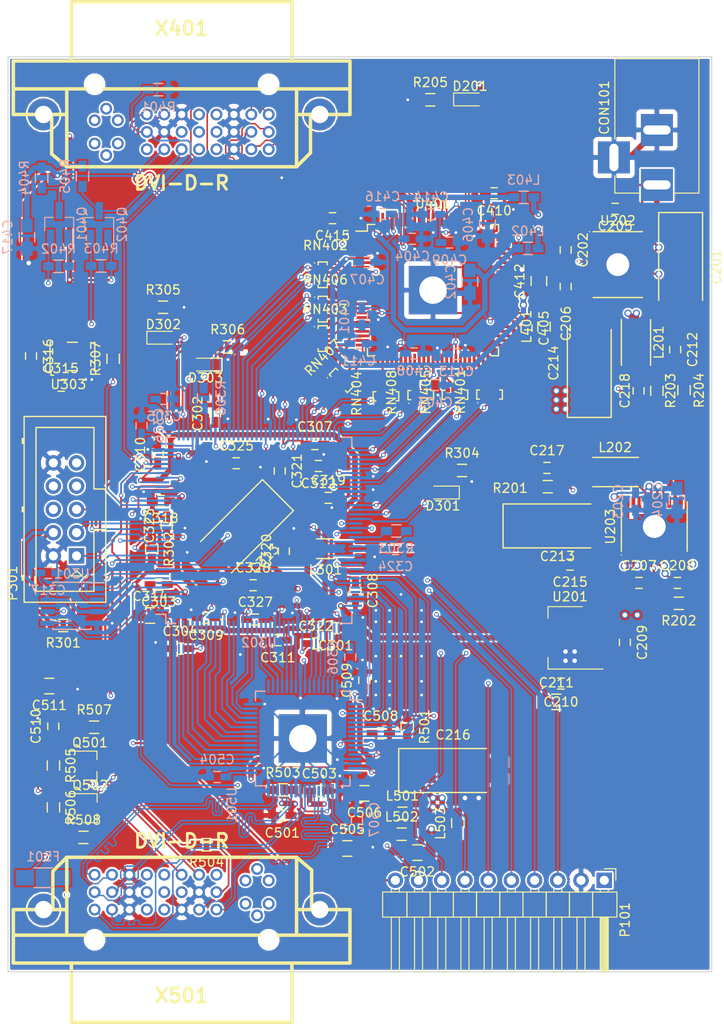
<source format=kicad_pcb>
(kicad_pcb (version 20160815) (host pcbnew "(2017-01-20 revision 2de913797)-master")

  (general
    (links 509)
    (no_connects 0)
    (area 12.949999 12.949999 90.050001 113.050001)
    (thickness 1.6)
    (drawings 4)
    (tracks 4118)
    (zones 0)
    (modules 138)
    (nets 227)
  )

  (page A4)
  (layers
    (0 F.Cu signal)
    (1 In1.Cu signal)
    (2 In2.Cu signal)
    (31 B.Cu signal)
    (32 B.Adhes user)
    (33 F.Adhes user)
    (34 B.Paste user)
    (35 F.Paste user)
    (36 B.SilkS user)
    (37 F.SilkS user)
    (38 B.Mask user)
    (39 F.Mask user)
    (40 Dwgs.User user)
    (41 Cmts.User user)
    (42 Eco1.User user)
    (43 Eco2.User user)
    (44 Edge.Cuts user)
    (45 Margin user)
    (46 B.CrtYd user)
    (47 F.CrtYd user)
    (48 B.Fab user hide)
    (49 F.Fab user hide)
  )

  (setup
    (last_trace_width 0.4)
    (user_trace_width 0.16)
    (user_trace_width 0.25)
    (user_trace_width 0.4)
    (user_trace_width 0.6)
    (user_trace_width 1.5)
    (trace_clearance 0.149)
    (zone_clearance 0.3)
    (zone_45_only no)
    (trace_min 0.155)
    (segment_width 0.2)
    (edge_width 0.1)
    (via_size 0.5)
    (via_drill 0.3)
    (via_min_size 0.5)
    (via_min_drill 0.3)
    (user_via 0.5 0.3)
    (user_via 0.8 0.5)
    (user_via 2.8 2.5)
    (uvia_size 0.3)
    (uvia_drill 0.1)
    (uvias_allowed no)
    (uvia_min_size 0.2)
    (uvia_min_drill 0.1)
    (pcb_text_width 0.3)
    (pcb_text_size 1.5 1.5)
    (mod_edge_width 0.15)
    (mod_text_size 1 1)
    (mod_text_width 0.15)
    (pad_size 1.5 1.5)
    (pad_drill 0.6)
    (pad_to_mask_clearance 0.2)
    (solder_mask_min_width 0.16)
    (aux_axis_origin 0 0)
    (visible_elements FFFFFF7F)
    (pcbplotparams
      (layerselection 0x00030_ffffffff)
      (usegerberextensions false)
      (excludeedgelayer true)
      (linewidth 0.100000)
      (plotframeref false)
      (viasonmask false)
      (mode 1)
      (useauxorigin false)
      (hpglpennumber 1)
      (hpglpenspeed 20)
      (hpglpendiameter 15)
      (psnegative false)
      (psa4output false)
      (plotreference true)
      (plotvalue true)
      (plotinvisibletext false)
      (padsonsilk false)
      (subtractmaskfromsilk false)
      (outputformat 1)
      (mirror false)
      (drillshape 1)
      (scaleselection 1)
      (outputdirectory ""))
  )

  (net 0 "")
  (net 1 GND)
  (net 2 /power/VIN)
  (net 3 +2V5)
  (net 4 +3V3)
  (net 5 +1V2)
  (net 6 "Net-(C217-Pad2)")
  (net 7 "Net-(C218-Pad2)")
  (net 8 +V_IO)
  (net 9 /dvi_in/PVDD)
  (net 10 /dvi_in/DVDD)
  (net 11 /dvi_in/AVDD)
  (net 12 +5V)
  (net 13 /dvi_out/TVDD)
  (net 14 /dvi_out/DVDD)
  (net 15 /dvi_out/PVDD)
  (net 16 "Net-(D201-Pad1)")
  (net 17 "Net-(D301-Pad1)")
  (net 18 "Net-(D301-Pad2)")
  (net 19 "Net-(D302-Pad2)")
  (net 20 "Net-(D302-Pad1)")
  (net 21 "Net-(D303-Pad1)")
  (net 22 "Net-(D303-Pad2)")
  (net 23 "Net-(F501-Pad1)")
  (net 24 /GPIO7)
  (net 25 /GPIO6)
  (net 26 /GPIO5)
  (net 27 /GPIO4)
  (net 28 /GPIO3)
  (net 29 /GPIO2)
  (net 30 /GPIO1)
  (net 31 /GPIO0)
  (net 32 "Net-(P301-Pad9)")
  (net 33 "Net-(P301-Pad8)")
  (net 34 "Net-(P301-Pad7)")
  (net 35 "Net-(P301-Pad6)")
  (net 36 "Net-(P301-Pad5)")
  (net 37 "Net-(P301-Pad3)")
  (net 38 "Net-(P301-Pad1)")
  (net 39 /dvi_in/DDCDAT_)
  (net 40 /dvi_in/DDCDAT_IN)
  (net 41 /dvi_in/DDCCLK_IN)
  (net 42 /dvi_in/DDCCLK_)
  (net 43 /dvi_out/DDCDAT_)
  (net 44 /dvi_out/DDCDAT)
  (net 45 /dvi_out/DDCCLK)
  (net 46 /dvi_out/DDCCLK_)
  (net 47 "Net-(R301-Pad1)")
  (net 48 "Net-(R302-Pad1)")
  (net 49 "Net-(R303-Pad1)")
  (net 50 "Net-(R307-Pad2)")
  (net 51 /fpga/CLK50)
  (net 52 /dvi_out/TXCLK+)
  (net 53 "Net-(R308-Pad1)")
  (net 54 /dvi_in/HOTPLUG)
  (net 55 "Net-(R501-Pad1)")
  (net 56 /dvi_out/MSEN)
  (net 57 "Net-(R503-Pad2)")
  (net 58 /dvi_out/HOTPLUG)
  (net 59 "Net-(R504-Pad1)")
  (net 60 /dvi_out/VSYNC)
  (net 61 /dvi_out/HSYNC)
  (net 62 /dvi_out/DE)
  (net 63 /dvi_out/CTL3)
  (net 64 /dvi_out/CTL2)
  (net 65 /dvi_out/CTL1)
  (net 66 "Net-(RN401-Pad7)")
  (net 67 "Net-(RN401-Pad6)")
  (net 68 "Net-(RN401-Pad5)")
  (net 69 "Net-(RN401-Pad8)")
  (net 70 "Net-(RN401-Pad4)")
  (net 71 /dvi_in/HSYNC)
  (net 72 /dvi_in/VSYNC)
  (net 73 /dvi_in/DE)
  (net 74 "Net-(RN402-Pad7)")
  (net 75 "Net-(RN402-Pad6)")
  (net 76 "Net-(RN402-Pad5)")
  (net 77 "Net-(RN402-Pad8)")
  (net 78 /dvi_in/DATI3)
  (net 79 /dvi_in/DATI2)
  (net 80 /dvi_in/DATI1)
  (net 81 /dvi_in/DATI0)
  (net 82 "Net-(RN403-Pad7)")
  (net 83 "Net-(RN403-Pad6)")
  (net 84 "Net-(RN403-Pad5)")
  (net 85 "Net-(RN403-Pad8)")
  (net 86 /dvi_in/DATI11)
  (net 87 /dvi_in/DATI10)
  (net 88 /dvi_in/DATI9)
  (net 89 /dvi_in/DATI8)
  (net 90 "Net-(RN404-Pad7)")
  (net 91 "Net-(RN404-Pad6)")
  (net 92 "Net-(RN404-Pad5)")
  (net 93 "Net-(RN404-Pad8)")
  (net 94 /dvi_in/DATI19)
  (net 95 /dvi_in/DATI18)
  (net 96 /dvi_in/DATI17)
  (net 97 /dvi_in/DATI16)
  (net 98 /dvi_in/CTL1)
  (net 99 /dvi_in/CTL2)
  (net 100 /dvi_in/CTL3)
  (net 101 /fpga/CLKIN)
  (net 102 "Net-(RN405-Pad8)")
  (net 103 "Net-(RN405-Pad5)")
  (net 104 "Net-(RN405-Pad6)")
  (net 105 "Net-(RN405-Pad7)")
  (net 106 /dvi_in/DATI4)
  (net 107 /dvi_in/DATI5)
  (net 108 /dvi_in/DATI6)
  (net 109 /dvi_in/DATI7)
  (net 110 "Net-(RN406-Pad8)")
  (net 111 "Net-(RN406-Pad5)")
  (net 112 "Net-(RN406-Pad6)")
  (net 113 "Net-(RN406-Pad7)")
  (net 114 /dvi_in/DATI12)
  (net 115 /dvi_in/DATI13)
  (net 116 /dvi_in/DATI14)
  (net 117 /dvi_in/DATI15)
  (net 118 "Net-(RN407-Pad8)")
  (net 119 "Net-(RN407-Pad5)")
  (net 120 "Net-(RN407-Pad6)")
  (net 121 "Net-(RN407-Pad7)")
  (net 122 /dvi_in/DATI20)
  (net 123 /dvi_in/DATI21)
  (net 124 /dvi_in/DATI22)
  (net 125 /dvi_in/DATI23)
  (net 126 "Net-(RN408-Pad8)")
  (net 127 "Net-(RN408-Pad5)")
  (net 128 "Net-(RN408-Pad6)")
  (net 129 "Net-(RN408-Pad7)")
  (net 130 "Net-(U202-Pad3)")
  (net 131 "Net-(L201-Pad1)")
  (net 132 "Net-(L202-Pad1)")
  (net 133 "Net-(U203-Pad3)")
  (net 134 /fpga/DCLK)
  (net 135 /fpga/ASDI)
  (net 136 /fpga/DATA)
  (net 137 /fpga/nCS)
  (net 138 /dvi_out/DATO23)
  (net 139 /dvi_out/DATO22)
  (net 140 /dvi_out/DATO21)
  (net 141 /dvi_out/DATO20)
  (net 142 /dvi_out/DATO19)
  (net 143 /dvi_out/DATO18)
  (net 144 /dvi_out/DATO17)
  (net 145 /dvi_out/DATO16)
  (net 146 /dvi_out/DATO15)
  (net 147 /dvi_out/DATO14)
  (net 148 /dvi_out/DATO13)
  (net 149 /dvi_out/DATO12)
  (net 150 "Net-(U302-Pad127)")
  (net 151 /dvi_out/DATO11)
  (net 152 /dvi_out/DATO10)
  (net 153 /dvi_out/DATO9)
  (net 154 /dvi_out/DATO8)
  (net 155 /dvi_out/DATO7)
  (net 156 /dvi_out/DATO6)
  (net 157 /dvi_out/DATO5)
  (net 158 /dvi_out/DATO4)
  (net 159 /dvi_out/DATO3)
  (net 160 /dvi_out/DATO2)
  (net 161 /dvi_out/DATO1)
  (net 162 /dvi_out/DATO0)
  (net 163 "Net-(U302-Pad99)")
  (net 164 "Net-(U302-Pad84)")
  (net 165 "Net-(U302-Pad83)")
  (net 166 /dvi_in/LINK_ACT)
  (net 167 /dvi_in/PDOWN)
  (net 168 /dvi_out/EDGE)
  (net 169 /dvi_out/DKEN)
  (net 170 "Net-(U303-Pad1)")
  (net 171 "Net-(U401-Pad96)")
  (net 172 /dvi_in/RxC-)
  (net 173 /dvi_in/RxC+)
  (net 174 /dvi_in/Rx0-)
  (net 175 /dvi_in/Rx0+)
  (net 176 /dvi_in/Rx1-)
  (net 177 /dvi_in/Rx1+)
  (net 178 /dvi_in/Rx2-)
  (net 179 /dvi_in/Rx2+)
  (net 180 "Net-(U401-Pad77)")
  (net 181 "Net-(U401-Pad75)")
  (net 182 "Net-(U401-Pad74)")
  (net 183 "Net-(U401-Pad73)")
  (net 184 "Net-(U401-Pad72)")
  (net 185 "Net-(U401-Pad71)")
  (net 186 "Net-(U401-Pad70)")
  (net 187 "Net-(U401-Pad69)")
  (net 188 "Net-(U401-Pad66)")
  (net 189 "Net-(U401-Pad65)")
  (net 190 "Net-(U401-Pad64)")
  (net 191 "Net-(U401-Pad63)")
  (net 192 "Net-(U401-Pad62)")
  (net 193 "Net-(U401-Pad61)")
  (net 194 "Net-(U401-Pad60)")
  (net 195 "Net-(U401-Pad59)")
  (net 196 "Net-(U401-Pad56)")
  (net 197 "Net-(U401-Pad55)")
  (net 198 "Net-(U401-Pad54)")
  (net 199 "Net-(U401-Pad53)")
  (net 200 "Net-(U401-Pad52)")
  (net 201 "Net-(U401-Pad51)")
  (net 202 "Net-(U401-Pad50)")
  (net 203 "Net-(U401-Pad49)")
  (net 204 /dvi_out/TXC-)
  (net 205 /dvi_out/TXC+)
  (net 206 /dvi_out/TX0-)
  (net 207 /dvi_out/TX0+)
  (net 208 /dvi_out/TX1-)
  (net 209 /dvi_out/TX1+)
  (net 210 /dvi_out/TX2-)
  (net 211 /dvi_out/TX2+)
  (net 212 "Net-(U501-Pad49)")
  (net 213 "Net-(X401-Pad4)")
  (net 214 "Net-(X401-Pad5)")
  (net 215 "Net-(X401-Pad12)")
  (net 216 "Net-(X401-Pad13)")
  (net 217 "Net-(X401-Pad20)")
  (net 218 "Net-(X401-Pad21)")
  (net 219 "Net-(X401-Pad8)")
  (net 220 "Net-(X501-Pad8)")
  (net 221 "Net-(X501-Pad21)")
  (net 222 "Net-(X501-Pad20)")
  (net 223 "Net-(X501-Pad13)")
  (net 224 "Net-(X501-Pad12)")
  (net 225 "Net-(X501-Pad5)")
  (net 226 "Net-(X501-Pad4)")

  (net_class Default "This is the default net class."
    (clearance 0.149)
    (trace_width 0.2)
    (via_dia 0.5)
    (via_drill 0.3)
    (uvia_dia 0.3)
    (uvia_drill 0.1)
    (diff_pair_gap 0.2)
    (diff_pair_width 0.16)
    (add_net +1V2)
    (add_net +2V5)
    (add_net +3V3)
    (add_net +5V)
    (add_net +V_IO)
    (add_net /GPIO0)
    (add_net /GPIO1)
    (add_net /GPIO2)
    (add_net /GPIO3)
    (add_net /GPIO4)
    (add_net /GPIO5)
    (add_net /GPIO6)
    (add_net /GPIO7)
    (add_net /dvi_in/AVDD)
    (add_net /dvi_in/CTL1)
    (add_net /dvi_in/CTL2)
    (add_net /dvi_in/CTL3)
    (add_net /dvi_in/DATI0)
    (add_net /dvi_in/DATI1)
    (add_net /dvi_in/DATI10)
    (add_net /dvi_in/DATI11)
    (add_net /dvi_in/DATI12)
    (add_net /dvi_in/DATI13)
    (add_net /dvi_in/DATI14)
    (add_net /dvi_in/DATI15)
    (add_net /dvi_in/DATI16)
    (add_net /dvi_in/DATI17)
    (add_net /dvi_in/DATI18)
    (add_net /dvi_in/DATI19)
    (add_net /dvi_in/DATI2)
    (add_net /dvi_in/DATI20)
    (add_net /dvi_in/DATI21)
    (add_net /dvi_in/DATI22)
    (add_net /dvi_in/DATI23)
    (add_net /dvi_in/DATI3)
    (add_net /dvi_in/DATI4)
    (add_net /dvi_in/DATI5)
    (add_net /dvi_in/DATI6)
    (add_net /dvi_in/DATI7)
    (add_net /dvi_in/DATI8)
    (add_net /dvi_in/DATI9)
    (add_net /dvi_in/DDCCLK_)
    (add_net /dvi_in/DDCCLK_IN)
    (add_net /dvi_in/DDCDAT_)
    (add_net /dvi_in/DDCDAT_IN)
    (add_net /dvi_in/DE)
    (add_net /dvi_in/DVDD)
    (add_net /dvi_in/HOTPLUG)
    (add_net /dvi_in/HSYNC)
    (add_net /dvi_in/LINK_ACT)
    (add_net /dvi_in/PDOWN)
    (add_net /dvi_in/PVDD)
    (add_net /dvi_in/Rx0+)
    (add_net /dvi_in/Rx0-)
    (add_net /dvi_in/Rx1+)
    (add_net /dvi_in/Rx1-)
    (add_net /dvi_in/Rx2+)
    (add_net /dvi_in/Rx2-)
    (add_net /dvi_in/RxC+)
    (add_net /dvi_in/RxC-)
    (add_net /dvi_in/VSYNC)
    (add_net /dvi_out/CTL1)
    (add_net /dvi_out/CTL2)
    (add_net /dvi_out/CTL3)
    (add_net /dvi_out/DATO0)
    (add_net /dvi_out/DATO1)
    (add_net /dvi_out/DATO10)
    (add_net /dvi_out/DATO11)
    (add_net /dvi_out/DATO12)
    (add_net /dvi_out/DATO13)
    (add_net /dvi_out/DATO14)
    (add_net /dvi_out/DATO15)
    (add_net /dvi_out/DATO16)
    (add_net /dvi_out/DATO17)
    (add_net /dvi_out/DATO18)
    (add_net /dvi_out/DATO19)
    (add_net /dvi_out/DATO2)
    (add_net /dvi_out/DATO20)
    (add_net /dvi_out/DATO21)
    (add_net /dvi_out/DATO22)
    (add_net /dvi_out/DATO23)
    (add_net /dvi_out/DATO3)
    (add_net /dvi_out/DATO4)
    (add_net /dvi_out/DATO5)
    (add_net /dvi_out/DATO6)
    (add_net /dvi_out/DATO7)
    (add_net /dvi_out/DATO8)
    (add_net /dvi_out/DATO9)
    (add_net /dvi_out/DDCCLK)
    (add_net /dvi_out/DDCCLK_)
    (add_net /dvi_out/DDCDAT)
    (add_net /dvi_out/DDCDAT_)
    (add_net /dvi_out/DE)
    (add_net /dvi_out/DKEN)
    (add_net /dvi_out/DVDD)
    (add_net /dvi_out/EDGE)
    (add_net /dvi_out/HOTPLUG)
    (add_net /dvi_out/HSYNC)
    (add_net /dvi_out/MSEN)
    (add_net /dvi_out/PVDD)
    (add_net /dvi_out/TVDD)
    (add_net /dvi_out/TX0+)
    (add_net /dvi_out/TX0-)
    (add_net /dvi_out/TX1+)
    (add_net /dvi_out/TX1-)
    (add_net /dvi_out/TX2+)
    (add_net /dvi_out/TX2-)
    (add_net /dvi_out/TXC+)
    (add_net /dvi_out/TXC-)
    (add_net /dvi_out/TXCLK+)
    (add_net /dvi_out/VSYNC)
    (add_net /fpga/ASDI)
    (add_net /fpga/CLK50)
    (add_net /fpga/CLKIN)
    (add_net /fpga/DATA)
    (add_net /fpga/DCLK)
    (add_net /fpga/nCS)
    (add_net /power/VIN)
    (add_net GND)
    (add_net "Net-(C217-Pad2)")
    (add_net "Net-(C218-Pad2)")
    (add_net "Net-(D201-Pad1)")
    (add_net "Net-(D301-Pad1)")
    (add_net "Net-(D301-Pad2)")
    (add_net "Net-(D302-Pad1)")
    (add_net "Net-(D302-Pad2)")
    (add_net "Net-(D303-Pad1)")
    (add_net "Net-(D303-Pad2)")
    (add_net "Net-(F501-Pad1)")
    (add_net "Net-(L201-Pad1)")
    (add_net "Net-(L202-Pad1)")
    (add_net "Net-(P301-Pad1)")
    (add_net "Net-(P301-Pad3)")
    (add_net "Net-(P301-Pad5)")
    (add_net "Net-(P301-Pad6)")
    (add_net "Net-(P301-Pad7)")
    (add_net "Net-(P301-Pad8)")
    (add_net "Net-(P301-Pad9)")
    (add_net "Net-(R301-Pad1)")
    (add_net "Net-(R302-Pad1)")
    (add_net "Net-(R303-Pad1)")
    (add_net "Net-(R307-Pad2)")
    (add_net "Net-(R308-Pad1)")
    (add_net "Net-(R501-Pad1)")
    (add_net "Net-(R503-Pad2)")
    (add_net "Net-(R504-Pad1)")
    (add_net "Net-(RN401-Pad4)")
    (add_net "Net-(RN401-Pad5)")
    (add_net "Net-(RN401-Pad6)")
    (add_net "Net-(RN401-Pad7)")
    (add_net "Net-(RN401-Pad8)")
    (add_net "Net-(RN402-Pad5)")
    (add_net "Net-(RN402-Pad6)")
    (add_net "Net-(RN402-Pad7)")
    (add_net "Net-(RN402-Pad8)")
    (add_net "Net-(RN403-Pad5)")
    (add_net "Net-(RN403-Pad6)")
    (add_net "Net-(RN403-Pad7)")
    (add_net "Net-(RN403-Pad8)")
    (add_net "Net-(RN404-Pad5)")
    (add_net "Net-(RN404-Pad6)")
    (add_net "Net-(RN404-Pad7)")
    (add_net "Net-(RN404-Pad8)")
    (add_net "Net-(RN405-Pad5)")
    (add_net "Net-(RN405-Pad6)")
    (add_net "Net-(RN405-Pad7)")
    (add_net "Net-(RN405-Pad8)")
    (add_net "Net-(RN406-Pad5)")
    (add_net "Net-(RN406-Pad6)")
    (add_net "Net-(RN406-Pad7)")
    (add_net "Net-(RN406-Pad8)")
    (add_net "Net-(RN407-Pad5)")
    (add_net "Net-(RN407-Pad6)")
    (add_net "Net-(RN407-Pad7)")
    (add_net "Net-(RN407-Pad8)")
    (add_net "Net-(RN408-Pad5)")
    (add_net "Net-(RN408-Pad6)")
    (add_net "Net-(RN408-Pad7)")
    (add_net "Net-(RN408-Pad8)")
    (add_net "Net-(U202-Pad3)")
    (add_net "Net-(U203-Pad3)")
    (add_net "Net-(U302-Pad127)")
    (add_net "Net-(U302-Pad83)")
    (add_net "Net-(U302-Pad84)")
    (add_net "Net-(U302-Pad99)")
    (add_net "Net-(U303-Pad1)")
    (add_net "Net-(U401-Pad49)")
    (add_net "Net-(U401-Pad50)")
    (add_net "Net-(U401-Pad51)")
    (add_net "Net-(U401-Pad52)")
    (add_net "Net-(U401-Pad53)")
    (add_net "Net-(U401-Pad54)")
    (add_net "Net-(U401-Pad55)")
    (add_net "Net-(U401-Pad56)")
    (add_net "Net-(U401-Pad59)")
    (add_net "Net-(U401-Pad60)")
    (add_net "Net-(U401-Pad61)")
    (add_net "Net-(U401-Pad62)")
    (add_net "Net-(U401-Pad63)")
    (add_net "Net-(U401-Pad64)")
    (add_net "Net-(U401-Pad65)")
    (add_net "Net-(U401-Pad66)")
    (add_net "Net-(U401-Pad69)")
    (add_net "Net-(U401-Pad70)")
    (add_net "Net-(U401-Pad71)")
    (add_net "Net-(U401-Pad72)")
    (add_net "Net-(U401-Pad73)")
    (add_net "Net-(U401-Pad74)")
    (add_net "Net-(U401-Pad75)")
    (add_net "Net-(U401-Pad77)")
    (add_net "Net-(U401-Pad96)")
    (add_net "Net-(U501-Pad49)")
    (add_net "Net-(X401-Pad12)")
    (add_net "Net-(X401-Pad13)")
    (add_net "Net-(X401-Pad20)")
    (add_net "Net-(X401-Pad21)")
    (add_net "Net-(X401-Pad4)")
    (add_net "Net-(X401-Pad5)")
    (add_net "Net-(X401-Pad8)")
    (add_net "Net-(X501-Pad12)")
    (add_net "Net-(X501-Pad13)")
    (add_net "Net-(X501-Pad20)")
    (add_net "Net-(X501-Pad21)")
    (add_net "Net-(X501-Pad4)")
    (add_net "Net-(X501-Pad5)")
    (add_net "Net-(X501-Pad8)")
  )

  (module Inductors:Inductor_Taiyo-Yuden_NR-30xx_HandSoldering (layer F.Cu) (tedit 574C3AE3) (tstamp 587BC89E)
    (at 79.48 58.38 180)
    (descr "Inductor, Taiyo Yuden, NR series, Taiyo-Yuden_NR-30xx, 3.0mmx3.0mm")
    (tags "inductor taiyo-yuden nr smd")
    (path /5839A46D/587999C1)
    (attr smd)
    (fp_text reference L202 (at 0.05 2.69 180) (layer F.SilkS)
      (effects (font (size 1 1) (thickness 0.15)))
    )
    (fp_text value 490nH-1uH (at 0 3 180) (layer F.Fab)
      (effects (font (size 1 1) (thickness 0.15)))
    )
    (fp_line (start -1.5 0) (end -1.5 -0.95) (layer F.Fab) (width 0.15))
    (fp_line (start -1.5 -0.95) (end -0.95 -1.5) (layer F.Fab) (width 0.15))
    (fp_line (start -0.95 -1.5) (end 0 -1.5) (layer F.Fab) (width 0.15))
    (fp_line (start 1.5 0) (end 1.5 -0.95) (layer F.Fab) (width 0.15))
    (fp_line (start 1.5 -0.95) (end 0.95 -1.5) (layer F.Fab) (width 0.15))
    (fp_line (start 0.95 -1.5) (end 0 -1.5) (layer F.Fab) (width 0.15))
    (fp_line (start 1.5 0) (end 1.5 0.95) (layer F.Fab) (width 0.15))
    (fp_line (start 1.5 0.95) (end 0.95 1.5) (layer F.Fab) (width 0.15))
    (fp_line (start 0.95 1.5) (end 0 1.5) (layer F.Fab) (width 0.15))
    (fp_line (start -1.5 0) (end -1.5 0.95) (layer F.Fab) (width 0.15))
    (fp_line (start -1.5 0.95) (end -0.95 1.5) (layer F.Fab) (width 0.15))
    (fp_line (start -0.95 1.5) (end 0 1.5) (layer F.Fab) (width 0.15))
    (fp_line (start -2.5 -1.6) (end 2.5 -1.6) (layer F.SilkS) (width 0.15))
    (fp_line (start -2.5 1.6) (end 2.5 1.6) (layer F.SilkS) (width 0.15))
    (fp_line (start -2.75 -1.8) (end -2.75 1.8) (layer F.CrtYd) (width 0.05))
    (fp_line (start -2.75 1.8) (end 2.75 1.8) (layer F.CrtYd) (width 0.05))
    (fp_line (start 2.75 1.8) (end 2.75 -1.8) (layer F.CrtYd) (width 0.05))
    (fp_line (start 2.75 -1.8) (end -2.75 -1.8) (layer F.CrtYd) (width 0.05))
    (pad 1 smd rect (at -1.6 0 180) (size 1.8 2.9) (layers F.Cu F.Paste F.Mask)
      (net 132 "Net-(L202-Pad1)"))
    (pad 2 smd rect (at 1.6 0 180) (size 1.8 2.9) (layers F.Cu F.Paste F.Mask)
      (net 5 +1V2))
    (model Inductors.3dshapes/Inductor_Taiyo-Yuden_NR-30xx.wrl
      (at (xyz 0 0 0))
      (scale (xyz 1 1 1))
      (rotate (xyz 0 0 0))
    )
  )

  (module Capacitors_Tantalum_SMD:Tantalum_Case-D_EIA-7343-31_Hand (layer F.Cu) (tedit 57B6E980) (tstamp 58797C0F)
    (at 86.6 35.97 270)
    (descr "Tantalum capacitor, Case D, EIA 7343-31, 7.3x4.3x2.8mm, Hand soldering footprint")
    (tags "capacitor tantalum smd")
    (path /5839A46D/58797306)
    (attr smd)
    (fp_text reference C201 (at 0 -3.9 270) (layer F.SilkS)
      (effects (font (size 1 1) (thickness 0.15)))
    )
    (fp_text value 100u (at 0 3.9 270) (layer F.Fab)
      (effects (font (size 1 1) (thickness 0.15)))
    )
    (fp_line (start -5.95 -2.4) (end -5.95 2.4) (layer F.SilkS) (width 0.15))
    (fp_line (start -5.95 2.4) (end 3.65 2.4) (layer F.SilkS) (width 0.15))
    (fp_line (start -5.95 -2.4) (end 3.65 -2.4) (layer F.SilkS) (width 0.15))
    (fp_line (start -2.555 -2.15) (end -2.555 2.15) (layer F.Fab) (width 0.15))
    (fp_line (start -2.92 -2.15) (end -2.92 2.15) (layer F.Fab) (width 0.15))
    (fp_line (start 3.65 -2.15) (end -3.65 -2.15) (layer F.Fab) (width 0.15))
    (fp_line (start 3.65 2.15) (end 3.65 -2.15) (layer F.Fab) (width 0.15))
    (fp_line (start -3.65 2.15) (end 3.65 2.15) (layer F.Fab) (width 0.15))
    (fp_line (start -3.65 -2.15) (end -3.65 2.15) (layer F.Fab) (width 0.15))
    (fp_line (start 6.05 -2.5) (end -6.05 -2.5) (layer F.CrtYd) (width 0.05))
    (fp_line (start 6.05 2.5) (end 6.05 -2.5) (layer F.CrtYd) (width 0.05))
    (fp_line (start -6.05 2.5) (end 6.05 2.5) (layer F.CrtYd) (width 0.05))
    (fp_line (start -6.05 -2.5) (end -6.05 2.5) (layer F.CrtYd) (width 0.05))
    (pad 2 smd rect (at 3.775 0 270) (size 3.75 2.7) (layers F.Cu F.Paste F.Mask)
      (net 1 GND))
    (pad 1 smd rect (at -3.775 0 270) (size 3.75 2.7) (layers F.Cu F.Paste F.Mask)
      (net 2 /power/VIN))
    (model Capacitors_Tantalum_SMD.3dshapes/Tantalum_Case-D_EIA-7343-31.wrl
      (at (xyz 0 0 0))
      (scale (xyz 1 1 1))
      (rotate (xyz 0 0 0))
    )
  )

  (module Capacitors_SMD:C_0603_HandSoldering (layer F.Cu) (tedit 541A9B4D) (tstamp 58797C1F)
    (at 74.02 34.11 270)
    (descr "Capacitor SMD 0603, hand soldering")
    (tags "capacitor 0603")
    (path /5839A46D/5879A330)
    (attr smd)
    (fp_text reference C202 (at 0 -1.9 270) (layer F.SilkS)
      (effects (font (size 1 1) (thickness 0.15)))
    )
    (fp_text value 100n (at 0 1.9 270) (layer F.Fab)
      (effects (font (size 1 1) (thickness 0.15)))
    )
    (fp_line (start -0.8 0.4) (end -0.8 -0.4) (layer F.Fab) (width 0.15))
    (fp_line (start 0.8 0.4) (end -0.8 0.4) (layer F.Fab) (width 0.15))
    (fp_line (start 0.8 -0.4) (end 0.8 0.4) (layer F.Fab) (width 0.15))
    (fp_line (start -0.8 -0.4) (end 0.8 -0.4) (layer F.Fab) (width 0.15))
    (fp_line (start -1.85 -0.75) (end 1.85 -0.75) (layer F.CrtYd) (width 0.05))
    (fp_line (start -1.85 0.75) (end 1.85 0.75) (layer F.CrtYd) (width 0.05))
    (fp_line (start -1.85 -0.75) (end -1.85 0.75) (layer F.CrtYd) (width 0.05))
    (fp_line (start 1.85 -0.75) (end 1.85 0.75) (layer F.CrtYd) (width 0.05))
    (fp_line (start -0.35 -0.6) (end 0.35 -0.6) (layer F.SilkS) (width 0.15))
    (fp_line (start 0.35 0.6) (end -0.35 0.6) (layer F.SilkS) (width 0.15))
    (pad 1 smd rect (at -0.95 0 270) (size 1.2 0.75) (layers F.Cu F.Paste F.Mask)
      (net 2 /power/VIN))
    (pad 2 smd rect (at 0.95 0 270) (size 1.2 0.75) (layers F.Cu F.Paste F.Mask)
      (net 1 GND))
    (model Capacitors_SMD.3dshapes/C_0603_HandSoldering.wrl
      (at (xyz 0 0 0))
      (scale (xyz 1 1 1))
      (rotate (xyz 0 0 0))
    )
  )

  (module Capacitors_SMD:C_0603_HandSoldering (layer B.Cu) (tedit 541A9B4D) (tstamp 58797C2F)
    (at 81.67 61.6 270)
    (descr "Capacitor SMD 0603, hand soldering")
    (tags "capacitor 0603")
    (path /5839A46D/58797543)
    (attr smd)
    (fp_text reference C203 (at 0 1.9 270) (layer B.SilkS)
      (effects (font (size 1 1) (thickness 0.15)) (justify mirror))
    )
    (fp_text value 100n (at 0 -1.9 270) (layer B.Fab)
      (effects (font (size 1 1) (thickness 0.15)) (justify mirror))
    )
    (fp_line (start 0.35 -0.6) (end -0.35 -0.6) (layer B.SilkS) (width 0.15))
    (fp_line (start -0.35 0.6) (end 0.35 0.6) (layer B.SilkS) (width 0.15))
    (fp_line (start 1.85 0.75) (end 1.85 -0.75) (layer B.CrtYd) (width 0.05))
    (fp_line (start -1.85 0.75) (end -1.85 -0.75) (layer B.CrtYd) (width 0.05))
    (fp_line (start -1.85 -0.75) (end 1.85 -0.75) (layer B.CrtYd) (width 0.05))
    (fp_line (start -1.85 0.75) (end 1.85 0.75) (layer B.CrtYd) (width 0.05))
    (fp_line (start -0.8 0.4) (end 0.8 0.4) (layer B.Fab) (width 0.15))
    (fp_line (start 0.8 0.4) (end 0.8 -0.4) (layer B.Fab) (width 0.15))
    (fp_line (start 0.8 -0.4) (end -0.8 -0.4) (layer B.Fab) (width 0.15))
    (fp_line (start -0.8 -0.4) (end -0.8 0.4) (layer B.Fab) (width 0.15))
    (pad 2 smd rect (at 0.95 0 270) (size 1.2 0.75) (layers B.Cu B.Paste B.Mask)
      (net 1 GND))
    (pad 1 smd rect (at -0.95 0 270) (size 1.2 0.75) (layers B.Cu B.Paste B.Mask)
      (net 2 /power/VIN))
    (model Capacitors_SMD.3dshapes/C_0603_HandSoldering.wrl
      (at (xyz 0 0 0))
      (scale (xyz 1 1 1))
      (rotate (xyz 0 0 0))
    )
  )

  (module Capacitors_SMD:C_0805_HandSoldering (layer B.Cu) (tedit 541A9B8D) (tstamp 58797C3F)
    (at 86.19 61.44 270)
    (descr "Capacitor SMD 0805, hand soldering")
    (tags "capacitor 0805")
    (path /5839A46D/58797422)
    (attr smd)
    (fp_text reference C204 (at 0 2.1 270) (layer B.SilkS)
      (effects (font (size 1 1) (thickness 0.15)) (justify mirror))
    )
    (fp_text value 10u (at 0 -2.1 270) (layer B.Fab)
      (effects (font (size 1 1) (thickness 0.15)) (justify mirror))
    )
    (fp_line (start -1 -0.625) (end -1 0.625) (layer B.Fab) (width 0.15))
    (fp_line (start 1 -0.625) (end -1 -0.625) (layer B.Fab) (width 0.15))
    (fp_line (start 1 0.625) (end 1 -0.625) (layer B.Fab) (width 0.15))
    (fp_line (start -1 0.625) (end 1 0.625) (layer B.Fab) (width 0.15))
    (fp_line (start -2.3 1) (end 2.3 1) (layer B.CrtYd) (width 0.05))
    (fp_line (start -2.3 -1) (end 2.3 -1) (layer B.CrtYd) (width 0.05))
    (fp_line (start -2.3 1) (end -2.3 -1) (layer B.CrtYd) (width 0.05))
    (fp_line (start 2.3 1) (end 2.3 -1) (layer B.CrtYd) (width 0.05))
    (fp_line (start 0.5 0.85) (end -0.5 0.85) (layer B.SilkS) (width 0.15))
    (fp_line (start -0.5 -0.85) (end 0.5 -0.85) (layer B.SilkS) (width 0.15))
    (pad 1 smd rect (at -1.25 0 270) (size 1.5 1.25) (layers B.Cu B.Paste B.Mask)
      (net 2 /power/VIN))
    (pad 2 smd rect (at 1.25 0 270) (size 1.5 1.25) (layers B.Cu B.Paste B.Mask)
      (net 1 GND))
    (model Capacitors_SMD.3dshapes/C_0805_HandSoldering.wrl
      (at (xyz 0 0 0))
      (scale (xyz 1 1 1))
      (rotate (xyz 0 0 0))
    )
  )

  (module Capacitors_SMD:C_0603_HandSoldering (layer F.Cu) (tedit 541A9B4D) (tstamp 58797C4F)
    (at 79.44 29.61 180)
    (descr "Capacitor SMD 0603, hand soldering")
    (tags "capacitor 0603")
    (path /5839A46D/5879A32A)
    (attr smd)
    (fp_text reference C205 (at 0 -1.9 180) (layer F.SilkS)
      (effects (font (size 1 1) (thickness 0.15)))
    )
    (fp_text value 100n (at 0 1.9 180) (layer F.Fab)
      (effects (font (size 1 1) (thickness 0.15)))
    )
    (fp_line (start 0.35 0.6) (end -0.35 0.6) (layer F.SilkS) (width 0.15))
    (fp_line (start -0.35 -0.6) (end 0.35 -0.6) (layer F.SilkS) (width 0.15))
    (fp_line (start 1.85 -0.75) (end 1.85 0.75) (layer F.CrtYd) (width 0.05))
    (fp_line (start -1.85 -0.75) (end -1.85 0.75) (layer F.CrtYd) (width 0.05))
    (fp_line (start -1.85 0.75) (end 1.85 0.75) (layer F.CrtYd) (width 0.05))
    (fp_line (start -1.85 -0.75) (end 1.85 -0.75) (layer F.CrtYd) (width 0.05))
    (fp_line (start -0.8 -0.4) (end 0.8 -0.4) (layer F.Fab) (width 0.15))
    (fp_line (start 0.8 -0.4) (end 0.8 0.4) (layer F.Fab) (width 0.15))
    (fp_line (start 0.8 0.4) (end -0.8 0.4) (layer F.Fab) (width 0.15))
    (fp_line (start -0.8 0.4) (end -0.8 -0.4) (layer F.Fab) (width 0.15))
    (pad 2 smd rect (at 0.95 0 180) (size 1.2 0.75) (layers F.Cu F.Paste F.Mask)
      (net 1 GND))
    (pad 1 smd rect (at -0.95 0 180) (size 1.2 0.75) (layers F.Cu F.Paste F.Mask)
      (net 2 /power/VIN))
    (model Capacitors_SMD.3dshapes/C_0603_HandSoldering.wrl
      (at (xyz 0 0 0))
      (scale (xyz 1 1 1))
      (rotate (xyz 0 0 0))
    )
  )

  (module Capacitors_SMD:C_0603_HandSoldering (layer F.Cu) (tedit 541A9B4D) (tstamp 58797C5F)
    (at 74.02 38.11 270)
    (descr "Capacitor SMD 0603, hand soldering")
    (tags "capacitor 0603")
    (path /5839A46D/5879A336)
    (attr smd)
    (fp_text reference C206 (at 4.04 -0.04 270) (layer F.SilkS)
      (effects (font (size 1 1) (thickness 0.15)))
    )
    (fp_text value 100n (at 0 1.9 270) (layer F.Fab)
      (effects (font (size 1 1) (thickness 0.15)))
    )
    (fp_line (start 0.35 0.6) (end -0.35 0.6) (layer F.SilkS) (width 0.15))
    (fp_line (start -0.35 -0.6) (end 0.35 -0.6) (layer F.SilkS) (width 0.15))
    (fp_line (start 1.85 -0.75) (end 1.85 0.75) (layer F.CrtYd) (width 0.05))
    (fp_line (start -1.85 -0.75) (end -1.85 0.75) (layer F.CrtYd) (width 0.05))
    (fp_line (start -1.85 0.75) (end 1.85 0.75) (layer F.CrtYd) (width 0.05))
    (fp_line (start -1.85 -0.75) (end 1.85 -0.75) (layer F.CrtYd) (width 0.05))
    (fp_line (start -0.8 -0.4) (end 0.8 -0.4) (layer F.Fab) (width 0.15))
    (fp_line (start 0.8 -0.4) (end 0.8 0.4) (layer F.Fab) (width 0.15))
    (fp_line (start 0.8 0.4) (end -0.8 0.4) (layer F.Fab) (width 0.15))
    (fp_line (start -0.8 0.4) (end -0.8 -0.4) (layer F.Fab) (width 0.15))
    (pad 2 smd rect (at 0.95 0 270) (size 1.2 0.75) (layers F.Cu F.Paste F.Mask)
      (net 1 GND))
    (pad 1 smd rect (at -0.95 0 270) (size 1.2 0.75) (layers F.Cu F.Paste F.Mask)
      (net 2 /power/VIN))
    (model Capacitors_SMD.3dshapes/C_0603_HandSoldering.wrl
      (at (xyz 0 0 0))
      (scale (xyz 1 1 1))
      (rotate (xyz 0 0 0))
    )
  )

  (module Capacitors_SMD:C_0603_HandSoldering (layer F.Cu) (tedit 541A9B4D) (tstamp 58797C6F)
    (at 82.05 70.5)
    (descr "Capacitor SMD 0603, hand soldering")
    (tags "capacitor 0603")
    (path /5839A46D/587974D6)
    (attr smd)
    (fp_text reference C207 (at 0 -1.9) (layer F.SilkS)
      (effects (font (size 1 1) (thickness 0.15)))
    )
    (fp_text value 100n (at 0 1.9) (layer F.Fab)
      (effects (font (size 1 1) (thickness 0.15)))
    )
    (fp_line (start -0.8 0.4) (end -0.8 -0.4) (layer F.Fab) (width 0.15))
    (fp_line (start 0.8 0.4) (end -0.8 0.4) (layer F.Fab) (width 0.15))
    (fp_line (start 0.8 -0.4) (end 0.8 0.4) (layer F.Fab) (width 0.15))
    (fp_line (start -0.8 -0.4) (end 0.8 -0.4) (layer F.Fab) (width 0.15))
    (fp_line (start -1.85 -0.75) (end 1.85 -0.75) (layer F.CrtYd) (width 0.05))
    (fp_line (start -1.85 0.75) (end 1.85 0.75) (layer F.CrtYd) (width 0.05))
    (fp_line (start -1.85 -0.75) (end -1.85 0.75) (layer F.CrtYd) (width 0.05))
    (fp_line (start 1.85 -0.75) (end 1.85 0.75) (layer F.CrtYd) (width 0.05))
    (fp_line (start -0.35 -0.6) (end 0.35 -0.6) (layer F.SilkS) (width 0.15))
    (fp_line (start 0.35 0.6) (end -0.35 0.6) (layer F.SilkS) (width 0.15))
    (pad 1 smd rect (at -0.95 0) (size 1.2 0.75) (layers F.Cu F.Paste F.Mask)
      (net 2 /power/VIN))
    (pad 2 smd rect (at 0.95 0) (size 1.2 0.75) (layers F.Cu F.Paste F.Mask)
      (net 1 GND))
    (model Capacitors_SMD.3dshapes/C_0603_HandSoldering.wrl
      (at (xyz 0 0 0))
      (scale (xyz 1 1 1))
      (rotate (xyz 0 0 0))
    )
  )

  (module Capacitors_SMD:C_0603_HandSoldering (layer F.Cu) (tedit 541A9B4D) (tstamp 58797C7F)
    (at 86.25 70.5)
    (descr "Capacitor SMD 0603, hand soldering")
    (tags "capacitor 0603")
    (path /5839A46D/58797595)
    (attr smd)
    (fp_text reference C208 (at 0 -1.9) (layer F.SilkS)
      (effects (font (size 1 1) (thickness 0.15)))
    )
    (fp_text value 100n (at 0 1.9) (layer F.Fab)
      (effects (font (size 1 1) (thickness 0.15)))
    )
    (fp_line (start -0.8 0.4) (end -0.8 -0.4) (layer F.Fab) (width 0.15))
    (fp_line (start 0.8 0.4) (end -0.8 0.4) (layer F.Fab) (width 0.15))
    (fp_line (start 0.8 -0.4) (end 0.8 0.4) (layer F.Fab) (width 0.15))
    (fp_line (start -0.8 -0.4) (end 0.8 -0.4) (layer F.Fab) (width 0.15))
    (fp_line (start -1.85 -0.75) (end 1.85 -0.75) (layer F.CrtYd) (width 0.05))
    (fp_line (start -1.85 0.75) (end 1.85 0.75) (layer F.CrtYd) (width 0.05))
    (fp_line (start -1.85 -0.75) (end -1.85 0.75) (layer F.CrtYd) (width 0.05))
    (fp_line (start 1.85 -0.75) (end 1.85 0.75) (layer F.CrtYd) (width 0.05))
    (fp_line (start -0.35 -0.6) (end 0.35 -0.6) (layer F.SilkS) (width 0.15))
    (fp_line (start 0.35 0.6) (end -0.35 0.6) (layer F.SilkS) (width 0.15))
    (pad 1 smd rect (at -0.95 0) (size 1.2 0.75) (layers F.Cu F.Paste F.Mask)
      (net 2 /power/VIN))
    (pad 2 smd rect (at 0.95 0) (size 1.2 0.75) (layers F.Cu F.Paste F.Mask)
      (net 1 GND))
    (model Capacitors_SMD.3dshapes/C_0603_HandSoldering.wrl
      (at (xyz 0 0 0))
      (scale (xyz 1 1 1))
      (rotate (xyz 0 0 0))
    )
  )

  (module Capacitors_SMD:C_0603_HandSoldering (layer F.Cu) (tedit 541A9B4D) (tstamp 58797C8F)
    (at 80.5 77 270)
    (descr "Capacitor SMD 0603, hand soldering")
    (tags "capacitor 0603")
    (path /5839A46D/5879D21C)
    (attr smd)
    (fp_text reference C209 (at 0 -1.9 270) (layer F.SilkS)
      (effects (font (size 1 1) (thickness 0.15)))
    )
    (fp_text value 100n (at 0 1.9 270) (layer F.Fab)
      (effects (font (size 1 1) (thickness 0.15)))
    )
    (fp_line (start -0.8 0.4) (end -0.8 -0.4) (layer F.Fab) (width 0.15))
    (fp_line (start 0.8 0.4) (end -0.8 0.4) (layer F.Fab) (width 0.15))
    (fp_line (start 0.8 -0.4) (end 0.8 0.4) (layer F.Fab) (width 0.15))
    (fp_line (start -0.8 -0.4) (end 0.8 -0.4) (layer F.Fab) (width 0.15))
    (fp_line (start -1.85 -0.75) (end 1.85 -0.75) (layer F.CrtYd) (width 0.05))
    (fp_line (start -1.85 0.75) (end 1.85 0.75) (layer F.CrtYd) (width 0.05))
    (fp_line (start -1.85 -0.75) (end -1.85 0.75) (layer F.CrtYd) (width 0.05))
    (fp_line (start 1.85 -0.75) (end 1.85 0.75) (layer F.CrtYd) (width 0.05))
    (fp_line (start -0.35 -0.6) (end 0.35 -0.6) (layer F.SilkS) (width 0.15))
    (fp_line (start 0.35 0.6) (end -0.35 0.6) (layer F.SilkS) (width 0.15))
    (pad 1 smd rect (at -0.95 0 270) (size 1.2 0.75) (layers F.Cu F.Paste F.Mask)
      (net 2 /power/VIN))
    (pad 2 smd rect (at 0.95 0 270) (size 1.2 0.75) (layers F.Cu F.Paste F.Mask)
      (net 1 GND))
    (model Capacitors_SMD.3dshapes/C_0603_HandSoldering.wrl
      (at (xyz 0 0 0))
      (scale (xyz 1 1 1))
      (rotate (xyz 0 0 0))
    )
  )

  (module Capacitors_SMD:C_0603_HandSoldering (layer F.Cu) (tedit 541A9B4D) (tstamp 58797C9F)
    (at 73.5 81.5)
    (descr "Capacitor SMD 0603, hand soldering")
    (tags "capacitor 0603")
    (path /5839A46D/5879D91A)
    (attr smd)
    (fp_text reference C210 (at 0 2) (layer F.SilkS)
      (effects (font (size 1 1) (thickness 0.15)))
    )
    (fp_text value 100n (at 0 1.9) (layer F.Fab)
      (effects (font (size 1 1) (thickness 0.15)))
    )
    (fp_line (start 0.35 0.6) (end -0.35 0.6) (layer F.SilkS) (width 0.15))
    (fp_line (start -0.35 -0.6) (end 0.35 -0.6) (layer F.SilkS) (width 0.15))
    (fp_line (start 1.85 -0.75) (end 1.85 0.75) (layer F.CrtYd) (width 0.05))
    (fp_line (start -1.85 -0.75) (end -1.85 0.75) (layer F.CrtYd) (width 0.05))
    (fp_line (start -1.85 0.75) (end 1.85 0.75) (layer F.CrtYd) (width 0.05))
    (fp_line (start -1.85 -0.75) (end 1.85 -0.75) (layer F.CrtYd) (width 0.05))
    (fp_line (start -0.8 -0.4) (end 0.8 -0.4) (layer F.Fab) (width 0.15))
    (fp_line (start 0.8 -0.4) (end 0.8 0.4) (layer F.Fab) (width 0.15))
    (fp_line (start 0.8 0.4) (end -0.8 0.4) (layer F.Fab) (width 0.15))
    (fp_line (start -0.8 0.4) (end -0.8 -0.4) (layer F.Fab) (width 0.15))
    (pad 2 smd rect (at 0.95 0) (size 1.2 0.75) (layers F.Cu F.Paste F.Mask)
      (net 1 GND))
    (pad 1 smd rect (at -0.95 0) (size 1.2 0.75) (layers F.Cu F.Paste F.Mask)
      (net 3 +2V5))
    (model Capacitors_SMD.3dshapes/C_0603_HandSoldering.wrl
      (at (xyz 0 0 0))
      (scale (xyz 1 1 1))
      (rotate (xyz 0 0 0))
    )
  )

  (module Capacitors_SMD:C_0805_HandSoldering (layer F.Cu) (tedit 541A9B8D) (tstamp 58797CAF)
    (at 73 83.5)
    (descr "Capacitor SMD 0805, hand soldering")
    (tags "capacitor 0805")
    (path /5839A46D/5879DDAA)
    (attr smd)
    (fp_text reference C211 (at 0 -2.1) (layer F.SilkS)
      (effects (font (size 1 1) (thickness 0.15)))
    )
    (fp_text value 22u (at 0 2.1) (layer F.Fab)
      (effects (font (size 1 1) (thickness 0.15)))
    )
    (fp_line (start -0.5 0.85) (end 0.5 0.85) (layer F.SilkS) (width 0.15))
    (fp_line (start 0.5 -0.85) (end -0.5 -0.85) (layer F.SilkS) (width 0.15))
    (fp_line (start 2.3 -1) (end 2.3 1) (layer F.CrtYd) (width 0.05))
    (fp_line (start -2.3 -1) (end -2.3 1) (layer F.CrtYd) (width 0.05))
    (fp_line (start -2.3 1) (end 2.3 1) (layer F.CrtYd) (width 0.05))
    (fp_line (start -2.3 -1) (end 2.3 -1) (layer F.CrtYd) (width 0.05))
    (fp_line (start -1 -0.625) (end 1 -0.625) (layer F.Fab) (width 0.15))
    (fp_line (start 1 -0.625) (end 1 0.625) (layer F.Fab) (width 0.15))
    (fp_line (start 1 0.625) (end -1 0.625) (layer F.Fab) (width 0.15))
    (fp_line (start -1 0.625) (end -1 -0.625) (layer F.Fab) (width 0.15))
    (pad 2 smd rect (at 1.25 0) (size 1.5 1.25) (layers F.Cu F.Paste F.Mask)
      (net 1 GND))
    (pad 1 smd rect (at -1.25 0) (size 1.5 1.25) (layers F.Cu F.Paste F.Mask)
      (net 3 +2V5))
    (model Capacitors_SMD.3dshapes/C_0805_HandSoldering.wrl
      (at (xyz 0 0 0))
      (scale (xyz 1 1 1))
      (rotate (xyz 0 0 0))
    )
  )

  (module Capacitors_SMD:C_0603_HandSoldering (layer F.Cu) (tedit 541A9B4D) (tstamp 58797CBF)
    (at 86 45 270)
    (descr "Capacitor SMD 0603, hand soldering")
    (tags "capacitor 0603")
    (path /5839A46D/58797F37)
    (attr smd)
    (fp_text reference C212 (at 0 -1.9 270) (layer F.SilkS)
      (effects (font (size 1 1) (thickness 0.15)))
    )
    (fp_text value 100n (at 0 1.9 270) (layer F.Fab)
      (effects (font (size 1 1) (thickness 0.15)))
    )
    (fp_line (start 0.35 0.6) (end -0.35 0.6) (layer F.SilkS) (width 0.15))
    (fp_line (start -0.35 -0.6) (end 0.35 -0.6) (layer F.SilkS) (width 0.15))
    (fp_line (start 1.85 -0.75) (end 1.85 0.75) (layer F.CrtYd) (width 0.05))
    (fp_line (start -1.85 -0.75) (end -1.85 0.75) (layer F.CrtYd) (width 0.05))
    (fp_line (start -1.85 0.75) (end 1.85 0.75) (layer F.CrtYd) (width 0.05))
    (fp_line (start -1.85 -0.75) (end 1.85 -0.75) (layer F.CrtYd) (width 0.05))
    (fp_line (start -0.8 -0.4) (end 0.8 -0.4) (layer F.Fab) (width 0.15))
    (fp_line (start 0.8 -0.4) (end 0.8 0.4) (layer F.Fab) (width 0.15))
    (fp_line (start 0.8 0.4) (end -0.8 0.4) (layer F.Fab) (width 0.15))
    (fp_line (start -0.8 0.4) (end -0.8 -0.4) (layer F.Fab) (width 0.15))
    (pad 2 smd rect (at 0.95 0 270) (size 1.2 0.75) (layers F.Cu F.Paste F.Mask)
      (net 4 +3V3))
    (pad 1 smd rect (at -0.95 0 270) (size 1.2 0.75) (layers F.Cu F.Paste F.Mask)
      (net 1 GND))
    (model Capacitors_SMD.3dshapes/C_0603_HandSoldering.wrl
      (at (xyz 0 0 0))
      (scale (xyz 1 1 1))
      (rotate (xyz 0 0 0))
    )
  )

  (module Capacitors_SMD:C_0603_HandSoldering (layer F.Cu) (tedit 541A9B4D) (tstamp 58797CEF)
    (at 74.5 68.5 180)
    (descr "Capacitor SMD 0603, hand soldering")
    (tags "capacitor 0603")
    (path /5839A46D/5879A43B)
    (attr smd)
    (fp_text reference C215 (at 0 -1.9 180) (layer F.SilkS)
      (effects (font (size 1 1) (thickness 0.15)))
    )
    (fp_text value 100n (at 0 1.9 180) (layer F.Fab)
      (effects (font (size 1 1) (thickness 0.15)))
    )
    (fp_line (start -0.8 0.4) (end -0.8 -0.4) (layer F.Fab) (width 0.15))
    (fp_line (start 0.8 0.4) (end -0.8 0.4) (layer F.Fab) (width 0.15))
    (fp_line (start 0.8 -0.4) (end 0.8 0.4) (layer F.Fab) (width 0.15))
    (fp_line (start -0.8 -0.4) (end 0.8 -0.4) (layer F.Fab) (width 0.15))
    (fp_line (start -1.85 -0.75) (end 1.85 -0.75) (layer F.CrtYd) (width 0.05))
    (fp_line (start -1.85 0.75) (end 1.85 0.75) (layer F.CrtYd) (width 0.05))
    (fp_line (start -1.85 -0.75) (end -1.85 0.75) (layer F.CrtYd) (width 0.05))
    (fp_line (start 1.85 -0.75) (end 1.85 0.75) (layer F.CrtYd) (width 0.05))
    (fp_line (start -0.35 -0.6) (end 0.35 -0.6) (layer F.SilkS) (width 0.15))
    (fp_line (start 0.35 0.6) (end -0.35 0.6) (layer F.SilkS) (width 0.15))
    (pad 1 smd rect (at -0.95 0 180) (size 1.2 0.75) (layers F.Cu F.Paste F.Mask)
      (net 1 GND))
    (pad 2 smd rect (at 0.95 0 180) (size 1.2 0.75) (layers F.Cu F.Paste F.Mask)
      (net 5 +1V2))
    (model Capacitors_SMD.3dshapes/C_0603_HandSoldering.wrl
      (at (xyz 0 0 0))
      (scale (xyz 1 1 1))
      (rotate (xyz 0 0 0))
    )
  )

  (module Capacitors_Tantalum_SMD:Tantalum_Case-D_EIA-7343-31_Hand (layer F.Cu) (tedit 57B6E980) (tstamp 58797D02)
    (at 61.7 91)
    (descr "Tantalum capacitor, Case D, EIA 7343-31, 7.3x4.3x2.8mm, Hand soldering footprint")
    (tags "capacitor tantalum smd")
    (path /5839A46D/58797EAB)
    (attr smd)
    (fp_text reference C216 (at 0 -3.9) (layer F.SilkS)
      (effects (font (size 1 1) (thickness 0.15)))
    )
    (fp_text value 100u (at 0 3.9) (layer F.Fab)
      (effects (font (size 1 1) (thickness 0.15)))
    )
    (fp_line (start -6.05 -2.5) (end -6.05 2.5) (layer F.CrtYd) (width 0.05))
    (fp_line (start -6.05 2.5) (end 6.05 2.5) (layer F.CrtYd) (width 0.05))
    (fp_line (start 6.05 2.5) (end 6.05 -2.5) (layer F.CrtYd) (width 0.05))
    (fp_line (start 6.05 -2.5) (end -6.05 -2.5) (layer F.CrtYd) (width 0.05))
    (fp_line (start -3.65 -2.15) (end -3.65 2.15) (layer F.Fab) (width 0.15))
    (fp_line (start -3.65 2.15) (end 3.65 2.15) (layer F.Fab) (width 0.15))
    (fp_line (start 3.65 2.15) (end 3.65 -2.15) (layer F.Fab) (width 0.15))
    (fp_line (start 3.65 -2.15) (end -3.65 -2.15) (layer F.Fab) (width 0.15))
    (fp_line (start -2.92 -2.15) (end -2.92 2.15) (layer F.Fab) (width 0.15))
    (fp_line (start -2.555 -2.15) (end -2.555 2.15) (layer F.Fab) (width 0.15))
    (fp_line (start -5.95 -2.4) (end 3.65 -2.4) (layer F.SilkS) (width 0.15))
    (fp_line (start -5.95 2.4) (end 3.65 2.4) (layer F.SilkS) (width 0.15))
    (fp_line (start -5.95 -2.4) (end -5.95 2.4) (layer F.SilkS) (width 0.15))
    (pad 1 smd rect (at -3.775 0) (size 3.75 2.7) (layers F.Cu F.Paste F.Mask)
      (net 4 +3V3))
    (pad 2 smd rect (at 3.775 0) (size 3.75 2.7) (layers F.Cu F.Paste F.Mask)
      (net 1 GND))
    (model Capacitors_Tantalum_SMD.3dshapes/Tantalum_Case-D_EIA-7343-31.wrl
      (at (xyz 0 0 0))
      (scale (xyz 1 1 1))
      (rotate (xyz 0 0 0))
    )
  )

  (module Capacitors_SMD:C_0603_HandSoldering (layer F.Cu) (tedit 541A9B4D) (tstamp 58797D12)
    (at 71.97 57.93)
    (descr "Capacitor SMD 0603, hand soldering")
    (tags "capacitor 0603")
    (path /5839A46D/5879B493)
    (attr smd)
    (fp_text reference C217 (at 0 -1.9) (layer F.SilkS)
      (effects (font (size 1 1) (thickness 0.15)))
    )
    (fp_text value 22p (at 0 1.9) (layer F.Fab)
      (effects (font (size 1 1) (thickness 0.15)))
    )
    (fp_line (start 0.35 0.6) (end -0.35 0.6) (layer F.SilkS) (width 0.15))
    (fp_line (start -0.35 -0.6) (end 0.35 -0.6) (layer F.SilkS) (width 0.15))
    (fp_line (start 1.85 -0.75) (end 1.85 0.75) (layer F.CrtYd) (width 0.05))
    (fp_line (start -1.85 -0.75) (end -1.85 0.75) (layer F.CrtYd) (width 0.05))
    (fp_line (start -1.85 0.75) (end 1.85 0.75) (layer F.CrtYd) (width 0.05))
    (fp_line (start -1.85 -0.75) (end 1.85 -0.75) (layer F.CrtYd) (width 0.05))
    (fp_line (start -0.8 -0.4) (end 0.8 -0.4) (layer F.Fab) (width 0.15))
    (fp_line (start 0.8 -0.4) (end 0.8 0.4) (layer F.Fab) (width 0.15))
    (fp_line (start 0.8 0.4) (end -0.8 0.4) (layer F.Fab) (width 0.15))
    (fp_line (start -0.8 0.4) (end -0.8 -0.4) (layer F.Fab) (width 0.15))
    (pad 2 smd rect (at 0.95 0) (size 1.2 0.75) (layers F.Cu F.Paste F.Mask)
      (net 6 "Net-(C217-Pad2)"))
    (pad 1 smd rect (at -0.95 0) (size 1.2 0.75) (layers F.Cu F.Paste F.Mask)
      (net 5 +1V2))
    (model Capacitors_SMD.3dshapes/C_0603_HandSoldering.wrl
      (at (xyz 0 0 0))
      (scale (xyz 1 1 1))
      (rotate (xyz 0 0 0))
    )
  )

  (module Capacitors_SMD:C_0603_HandSoldering (layer F.Cu) (tedit 541A9B4D) (tstamp 58797D22)
    (at 82 49.5 270)
    (descr "Capacitor SMD 0603, hand soldering")
    (tags "capacitor 0603")
    (path /5839A46D/5879814E)
    (attr smd)
    (fp_text reference C218 (at 0 1.5 270) (layer F.SilkS)
      (effects (font (size 1 1) (thickness 0.15)))
    )
    (fp_text value 22p (at 0 1.9 270) (layer F.Fab)
      (effects (font (size 1 1) (thickness 0.15)))
    )
    (fp_line (start -0.8 0.4) (end -0.8 -0.4) (layer F.Fab) (width 0.15))
    (fp_line (start 0.8 0.4) (end -0.8 0.4) (layer F.Fab) (width 0.15))
    (fp_line (start 0.8 -0.4) (end 0.8 0.4) (layer F.Fab) (width 0.15))
    (fp_line (start -0.8 -0.4) (end 0.8 -0.4) (layer F.Fab) (width 0.15))
    (fp_line (start -1.85 -0.75) (end 1.85 -0.75) (layer F.CrtYd) (width 0.05))
    (fp_line (start -1.85 0.75) (end 1.85 0.75) (layer F.CrtYd) (width 0.05))
    (fp_line (start -1.85 -0.75) (end -1.85 0.75) (layer F.CrtYd) (width 0.05))
    (fp_line (start 1.85 -0.75) (end 1.85 0.75) (layer F.CrtYd) (width 0.05))
    (fp_line (start -0.35 -0.6) (end 0.35 -0.6) (layer F.SilkS) (width 0.15))
    (fp_line (start 0.35 0.6) (end -0.35 0.6) (layer F.SilkS) (width 0.15))
    (pad 1 smd rect (at -0.95 0 270) (size 1.2 0.75) (layers F.Cu F.Paste F.Mask)
      (net 4 +3V3))
    (pad 2 smd rect (at 0.95 0 270) (size 1.2 0.75) (layers F.Cu F.Paste F.Mask)
      (net 7 "Net-(C218-Pad2)"))
    (model Capacitors_SMD.3dshapes/C_0603_HandSoldering.wrl
      (at (xyz 0 0 0))
      (scale (xyz 1 1 1))
      (rotate (xyz 0 0 0))
    )
  )

  (module Capacitors_SMD:C_0603_HandSoldering (layer F.Cu) (tedit 541A9B4D) (tstamp 58797D32)
    (at 48.85 75.44 180)
    (descr "Capacitor SMD 0603, hand soldering")
    (tags "capacitor 0603")
    (path /583A26B6/583B7DED)
    (attr smd)
    (fp_text reference C301 (at 0 -1.9 180) (layer F.SilkS)
      (effects (font (size 1 1) (thickness 0.15)))
    )
    (fp_text value 100n (at 0 1.9 180) (layer F.Fab)
      (effects (font (size 1 1) (thickness 0.15)))
    )
    (fp_line (start -0.8 0.4) (end -0.8 -0.4) (layer F.Fab) (width 0.15))
    (fp_line (start 0.8 0.4) (end -0.8 0.4) (layer F.Fab) (width 0.15))
    (fp_line (start 0.8 -0.4) (end 0.8 0.4) (layer F.Fab) (width 0.15))
    (fp_line (start -0.8 -0.4) (end 0.8 -0.4) (layer F.Fab) (width 0.15))
    (fp_line (start -1.85 -0.75) (end 1.85 -0.75) (layer F.CrtYd) (width 0.05))
    (fp_line (start -1.85 0.75) (end 1.85 0.75) (layer F.CrtYd) (width 0.05))
    (fp_line (start -1.85 -0.75) (end -1.85 0.75) (layer F.CrtYd) (width 0.05))
    (fp_line (start 1.85 -0.75) (end 1.85 0.75) (layer F.CrtYd) (width 0.05))
    (fp_line (start -0.35 -0.6) (end 0.35 -0.6) (layer F.SilkS) (width 0.15))
    (fp_line (start 0.35 0.6) (end -0.35 0.6) (layer F.SilkS) (width 0.15))
    (pad 1 smd rect (at -0.95 0 180) (size 1.2 0.75) (layers F.Cu F.Paste F.Mask)
      (net 3 +2V5))
    (pad 2 smd rect (at 0.95 0 180) (size 1.2 0.75) (layers F.Cu F.Paste F.Mask)
      (net 1 GND))
    (model Capacitors_SMD.3dshapes/C_0603_HandSoldering.wrl
      (at (xyz 0 0 0))
      (scale (xyz 1 1 1))
      (rotate (xyz 0 0 0))
    )
  )

  (module Capacitors_SMD:C_0603_HandSoldering (layer F.Cu) (tedit 541A9B4D) (tstamp 58797D42)
    (at 35.66 52 90)
    (descr "Capacitor SMD 0603, hand soldering")
    (tags "capacitor 0603")
    (path /583A26B6/583B1B7A)
    (attr smd)
    (fp_text reference C302 (at 0 -1.9 90) (layer F.SilkS)
      (effects (font (size 1 1) (thickness 0.15)))
    )
    (fp_text value 100n (at 0 1.9 90) (layer F.Fab)
      (effects (font (size 1 1) (thickness 0.15)))
    )
    (fp_line (start 0.35 0.6) (end -0.35 0.6) (layer F.SilkS) (width 0.15))
    (fp_line (start -0.35 -0.6) (end 0.35 -0.6) (layer F.SilkS) (width 0.15))
    (fp_line (start 1.85 -0.75) (end 1.85 0.75) (layer F.CrtYd) (width 0.05))
    (fp_line (start -1.85 -0.75) (end -1.85 0.75) (layer F.CrtYd) (width 0.05))
    (fp_line (start -1.85 0.75) (end 1.85 0.75) (layer F.CrtYd) (width 0.05))
    (fp_line (start -1.85 -0.75) (end 1.85 -0.75) (layer F.CrtYd) (width 0.05))
    (fp_line (start -0.8 -0.4) (end 0.8 -0.4) (layer F.Fab) (width 0.15))
    (fp_line (start 0.8 -0.4) (end 0.8 0.4) (layer F.Fab) (width 0.15))
    (fp_line (start 0.8 0.4) (end -0.8 0.4) (layer F.Fab) (width 0.15))
    (fp_line (start -0.8 0.4) (end -0.8 -0.4) (layer F.Fab) (width 0.15))
    (pad 2 smd rect (at 0.95 0 90) (size 1.2 0.75) (layers F.Cu F.Paste F.Mask)
      (net 1 GND))
    (pad 1 smd rect (at -0.95 0 90) (size 1.2 0.75) (layers F.Cu F.Paste F.Mask)
      (net 5 +1V2))
    (model Capacitors_SMD.3dshapes/C_0603_HandSoldering.wrl
      (at (xyz 0 0 0))
      (scale (xyz 1 1 1))
      (rotate (xyz 0 0 0))
    )
  )

  (module Capacitors_SMD:C_0603_HandSoldering (layer F.Cu) (tedit 541A9B4D) (tstamp 58797D52)
    (at 29.49 70.68 180)
    (descr "Capacitor SMD 0603, hand soldering")
    (tags "capacitor 0603")
    (path /583A26B6/583B1619)
    (attr smd)
    (fp_text reference C303 (at 0 -1.9 180) (layer F.SilkS)
      (effects (font (size 1 1) (thickness 0.15)))
    )
    (fp_text value 100n (at 0 1.9 180) (layer F.Fab)
      (effects (font (size 1 1) (thickness 0.15)))
    )
    (fp_line (start 0.35 0.6) (end -0.35 0.6) (layer F.SilkS) (width 0.15))
    (fp_line (start -0.35 -0.6) (end 0.35 -0.6) (layer F.SilkS) (width 0.15))
    (fp_line (start 1.85 -0.75) (end 1.85 0.75) (layer F.CrtYd) (width 0.05))
    (fp_line (start -1.85 -0.75) (end -1.85 0.75) (layer F.CrtYd) (width 0.05))
    (fp_line (start -1.85 0.75) (end 1.85 0.75) (layer F.CrtYd) (width 0.05))
    (fp_line (start -1.85 -0.75) (end 1.85 -0.75) (layer F.CrtYd) (width 0.05))
    (fp_line (start -0.8 -0.4) (end 0.8 -0.4) (layer F.Fab) (width 0.15))
    (fp_line (start 0.8 -0.4) (end 0.8 0.4) (layer F.Fab) (width 0.15))
    (fp_line (start 0.8 0.4) (end -0.8 0.4) (layer F.Fab) (width 0.15))
    (fp_line (start -0.8 0.4) (end -0.8 -0.4) (layer F.Fab) (width 0.15))
    (pad 2 smd rect (at 0.95 0 180) (size 1.2 0.75) (layers F.Cu F.Paste F.Mask)
      (net 1 GND))
    (pad 1 smd rect (at -0.95 0 180) (size 1.2 0.75) (layers F.Cu F.Paste F.Mask)
      (net 5 +1V2))
    (model Capacitors_SMD.3dshapes/C_0603_HandSoldering.wrl
      (at (xyz 0 0 0))
      (scale (xyz 1 1 1))
      (rotate (xyz 0 0 0))
    )
  )

  (module Capacitors_SMD:C_0603_HandSoldering (layer F.Cu) (tedit 541A9B4D) (tstamp 58797D62)
    (at 31.83 77.68)
    (descr "Capacitor SMD 0603, hand soldering")
    (tags "capacitor 0603")
    (path /583A26B6/583B32A4)
    (attr smd)
    (fp_text reference C304 (at 0 -1.9) (layer F.SilkS)
      (effects (font (size 1 1) (thickness 0.15)))
    )
    (fp_text value 100n (at 0 1.9) (layer F.Fab)
      (effects (font (size 1 1) (thickness 0.15)))
    )
    (fp_line (start 0.35 0.6) (end -0.35 0.6) (layer F.SilkS) (width 0.15))
    (fp_line (start -0.35 -0.6) (end 0.35 -0.6) (layer F.SilkS) (width 0.15))
    (fp_line (start 1.85 -0.75) (end 1.85 0.75) (layer F.CrtYd) (width 0.05))
    (fp_line (start -1.85 -0.75) (end -1.85 0.75) (layer F.CrtYd) (width 0.05))
    (fp_line (start -1.85 0.75) (end 1.85 0.75) (layer F.CrtYd) (width 0.05))
    (fp_line (start -1.85 -0.75) (end 1.85 -0.75) (layer F.CrtYd) (width 0.05))
    (fp_line (start -0.8 -0.4) (end 0.8 -0.4) (layer F.Fab) (width 0.15))
    (fp_line (start 0.8 -0.4) (end 0.8 0.4) (layer F.Fab) (width 0.15))
    (fp_line (start 0.8 0.4) (end -0.8 0.4) (layer F.Fab) (width 0.15))
    (fp_line (start -0.8 0.4) (end -0.8 -0.4) (layer F.Fab) (width 0.15))
    (pad 2 smd rect (at 0.95 0) (size 1.2 0.75) (layers F.Cu F.Paste F.Mask)
      (net 8 +V_IO))
    (pad 1 smd rect (at -0.95 0) (size 1.2 0.75) (layers F.Cu F.Paste F.Mask)
      (net 1 GND))
    (model Capacitors_SMD.3dshapes/C_0603_HandSoldering.wrl
      (at (xyz 0 0 0))
      (scale (xyz 1 1 1))
      (rotate (xyz 0 0 0))
    )
  )

  (module Capacitors_SMD:C_0603_HandSoldering (layer B.Cu) (tedit 541A9B4D) (tstamp 58797D72)
    (at 30.07 50.39)
    (descr "Capacitor SMD 0603, hand soldering")
    (tags "capacitor 0603")
    (path /583A26B6/583B1B80)
    (attr smd)
    (fp_text reference C305 (at 0 1.9) (layer B.SilkS)
      (effects (font (size 1 1) (thickness 0.15)) (justify mirror))
    )
    (fp_text value 100n (at 0 -1.9) (layer B.Fab)
      (effects (font (size 1 1) (thickness 0.15)) (justify mirror))
    )
    (fp_line (start 0.35 -0.6) (end -0.35 -0.6) (layer B.SilkS) (width 0.15))
    (fp_line (start -0.35 0.6) (end 0.35 0.6) (layer B.SilkS) (width 0.15))
    (fp_line (start 1.85 0.75) (end 1.85 -0.75) (layer B.CrtYd) (width 0.05))
    (fp_line (start -1.85 0.75) (end -1.85 -0.75) (layer B.CrtYd) (width 0.05))
    (fp_line (start -1.85 -0.75) (end 1.85 -0.75) (layer B.CrtYd) (width 0.05))
    (fp_line (start -1.85 0.75) (end 1.85 0.75) (layer B.CrtYd) (width 0.05))
    (fp_line (start -0.8 0.4) (end 0.8 0.4) (layer B.Fab) (width 0.15))
    (fp_line (start 0.8 0.4) (end 0.8 -0.4) (layer B.Fab) (width 0.15))
    (fp_line (start 0.8 -0.4) (end -0.8 -0.4) (layer B.Fab) (width 0.15))
    (fp_line (start -0.8 -0.4) (end -0.8 0.4) (layer B.Fab) (width 0.15))
    (pad 2 smd rect (at 0.95 0) (size 1.2 0.75) (layers B.Cu B.Paste B.Mask)
      (net 1 GND))
    (pad 1 smd rect (at -0.95 0) (size 1.2 0.75) (layers B.Cu B.Paste B.Mask)
      (net 5 +1V2))
    (model Capacitors_SMD.3dshapes/C_0603_HandSoldering.wrl
      (at (xyz 0 0 0))
      (scale (xyz 1 1 1))
      (rotate (xyz 0 0 0))
    )
  )

  (module Capacitors_SMD:C_0603_HandSoldering (layer B.Cu) (tedit 541A9B4D) (tstamp 58797D82)
    (at 50.45 78.61 270)
    (descr "Capacitor SMD 0603, hand soldering")
    (tags "capacitor 0603")
    (path /583A26B6/583B1669)
    (attr smd)
    (fp_text reference C306 (at 0 1.9 270) (layer B.SilkS)
      (effects (font (size 1 1) (thickness 0.15)) (justify mirror))
    )
    (fp_text value 100n (at 0 -1.9 270) (layer B.Fab)
      (effects (font (size 1 1) (thickness 0.15)) (justify mirror))
    )
    (fp_line (start -0.8 -0.4) (end -0.8 0.4) (layer B.Fab) (width 0.15))
    (fp_line (start 0.8 -0.4) (end -0.8 -0.4) (layer B.Fab) (width 0.15))
    (fp_line (start 0.8 0.4) (end 0.8 -0.4) (layer B.Fab) (width 0.15))
    (fp_line (start -0.8 0.4) (end 0.8 0.4) (layer B.Fab) (width 0.15))
    (fp_line (start -1.85 0.75) (end 1.85 0.75) (layer B.CrtYd) (width 0.05))
    (fp_line (start -1.85 -0.75) (end 1.85 -0.75) (layer B.CrtYd) (width 0.05))
    (fp_line (start -1.85 0.75) (end -1.85 -0.75) (layer B.CrtYd) (width 0.05))
    (fp_line (start 1.85 0.75) (end 1.85 -0.75) (layer B.CrtYd) (width 0.05))
    (fp_line (start -0.35 0.6) (end 0.35 0.6) (layer B.SilkS) (width 0.15))
    (fp_line (start 0.35 -0.6) (end -0.35 -0.6) (layer B.SilkS) (width 0.15))
    (pad 1 smd rect (at -0.95 0 270) (size 1.2 0.75) (layers B.Cu B.Paste B.Mask)
      (net 5 +1V2))
    (pad 2 smd rect (at 0.95 0 270) (size 1.2 0.75) (layers B.Cu B.Paste B.Mask)
      (net 1 GND))
    (model Capacitors_SMD.3dshapes/C_0603_HandSoldering.wrl
      (at (xyz 0 0 0))
      (scale (xyz 1 1 1))
      (rotate (xyz 0 0 0))
    )
  )

  (module Capacitors_SMD:C_0603_HandSoldering (layer F.Cu) (tedit 541A9B4D) (tstamp 58797D92)
    (at 46.57 55.33)
    (descr "Capacitor SMD 0603, hand soldering")
    (tags "capacitor 0603")
    (path /583A26B6/583B1B86)
    (attr smd)
    (fp_text reference C307 (at 0 -1.9) (layer F.SilkS)
      (effects (font (size 1 1) (thickness 0.15)))
    )
    (fp_text value 100n (at 0 1.9) (layer F.Fab)
      (effects (font (size 1 1) (thickness 0.15)))
    )
    (fp_line (start 0.35 0.6) (end -0.35 0.6) (layer F.SilkS) (width 0.15))
    (fp_line (start -0.35 -0.6) (end 0.35 -0.6) (layer F.SilkS) (width 0.15))
    (fp_line (start 1.85 -0.75) (end 1.85 0.75) (layer F.CrtYd) (width 0.05))
    (fp_line (start -1.85 -0.75) (end -1.85 0.75) (layer F.CrtYd) (width 0.05))
    (fp_line (start -1.85 0.75) (end 1.85 0.75) (layer F.CrtYd) (width 0.05))
    (fp_line (start -1.85 -0.75) (end 1.85 -0.75) (layer F.CrtYd) (width 0.05))
    (fp_line (start -0.8 -0.4) (end 0.8 -0.4) (layer F.Fab) (width 0.15))
    (fp_line (start 0.8 -0.4) (end 0.8 0.4) (layer F.Fab) (width 0.15))
    (fp_line (start 0.8 0.4) (end -0.8 0.4) (layer F.Fab) (width 0.15))
    (fp_line (start -0.8 0.4) (end -0.8 -0.4) (layer F.Fab) (width 0.15))
    (pad 2 smd rect (at 0.95 0) (size 1.2 0.75) (layers F.Cu F.Paste F.Mask)
      (net 1 GND))
    (pad 1 smd rect (at -0.95 0) (size 1.2 0.75) (layers F.Cu F.Paste F.Mask)
      (net 5 +1V2))
    (model Capacitors_SMD.3dshapes/C_0603_HandSoldering.wrl
      (at (xyz 0 0 0))
      (scale (xyz 1 1 1))
      (rotate (xyz 0 0 0))
    )
  )

  (module Capacitors_SMD:C_0603_HandSoldering (layer F.Cu) (tedit 541A9B4D) (tstamp 58797DA2)
    (at 51.02 71.34 270)
    (descr "Capacitor SMD 0603, hand soldering")
    (tags "capacitor 0603")
    (path /583A26B6/583B18AC)
    (attr smd)
    (fp_text reference C308 (at 0 -1.9 270) (layer F.SilkS)
      (effects (font (size 1 1) (thickness 0.15)))
    )
    (fp_text value 100n (at 0 1.9 270) (layer F.Fab)
      (effects (font (size 1 1) (thickness 0.15)))
    )
    (fp_line (start 0.35 0.6) (end -0.35 0.6) (layer F.SilkS) (width 0.15))
    (fp_line (start -0.35 -0.6) (end 0.35 -0.6) (layer F.SilkS) (width 0.15))
    (fp_line (start 1.85 -0.75) (end 1.85 0.75) (layer F.CrtYd) (width 0.05))
    (fp_line (start -1.85 -0.75) (end -1.85 0.75) (layer F.CrtYd) (width 0.05))
    (fp_line (start -1.85 0.75) (end 1.85 0.75) (layer F.CrtYd) (width 0.05))
    (fp_line (start -1.85 -0.75) (end 1.85 -0.75) (layer F.CrtYd) (width 0.05))
    (fp_line (start -0.8 -0.4) (end 0.8 -0.4) (layer F.Fab) (width 0.15))
    (fp_line (start 0.8 -0.4) (end 0.8 0.4) (layer F.Fab) (width 0.15))
    (fp_line (start 0.8 0.4) (end -0.8 0.4) (layer F.Fab) (width 0.15))
    (fp_line (start -0.8 0.4) (end -0.8 -0.4) (layer F.Fab) (width 0.15))
    (pad 2 smd rect (at 0.95 0 270) (size 1.2 0.75) (layers F.Cu F.Paste F.Mask)
      (net 1 GND))
    (pad 1 smd rect (at -0.95 0 270) (size 1.2 0.75) (layers F.Cu F.Paste F.Mask)
      (net 5 +1V2))
    (model Capacitors_SMD.3dshapes/C_0603_HandSoldering.wrl
      (at (xyz 0 0 0))
      (scale (xyz 1 1 1))
      (rotate (xyz 0 0 0))
    )
  )

  (module Capacitors_SMD:C_0603_HandSoldering (layer F.Cu) (tedit 541A9B4D) (tstamp 58797DB2)
    (at 34.66 74.31 180)
    (descr "Capacitor SMD 0603, hand soldering")
    (tags "capacitor 0603")
    (path /583A26B6/583B1C83)
    (attr smd)
    (fp_text reference C309 (at 0 -1.9 180) (layer F.SilkS)
      (effects (font (size 1 1) (thickness 0.15)))
    )
    (fp_text value 100n (at 0 1.9 180) (layer F.Fab)
      (effects (font (size 1 1) (thickness 0.15)))
    )
    (fp_line (start -0.8 0.4) (end -0.8 -0.4) (layer F.Fab) (width 0.15))
    (fp_line (start 0.8 0.4) (end -0.8 0.4) (layer F.Fab) (width 0.15))
    (fp_line (start 0.8 -0.4) (end 0.8 0.4) (layer F.Fab) (width 0.15))
    (fp_line (start -0.8 -0.4) (end 0.8 -0.4) (layer F.Fab) (width 0.15))
    (fp_line (start -1.85 -0.75) (end 1.85 -0.75) (layer F.CrtYd) (width 0.05))
    (fp_line (start -1.85 0.75) (end 1.85 0.75) (layer F.CrtYd) (width 0.05))
    (fp_line (start -1.85 -0.75) (end -1.85 0.75) (layer F.CrtYd) (width 0.05))
    (fp_line (start 1.85 -0.75) (end 1.85 0.75) (layer F.CrtYd) (width 0.05))
    (fp_line (start -0.35 -0.6) (end 0.35 -0.6) (layer F.SilkS) (width 0.15))
    (fp_line (start 0.35 0.6) (end -0.35 0.6) (layer F.SilkS) (width 0.15))
    (pad 1 smd rect (at -0.95 0 180) (size 1.2 0.75) (layers F.Cu F.Paste F.Mask)
      (net 5 +1V2))
    (pad 2 smd rect (at 0.95 0 180) (size 1.2 0.75) (layers F.Cu F.Paste F.Mask)
      (net 1 GND))
    (model Capacitors_SMD.3dshapes/C_0603_HandSoldering.wrl
      (at (xyz 0 0 0))
      (scale (xyz 1 1 1))
      (rotate (xyz 0 0 0))
    )
  )

  (module Capacitors_SMD:C_0603_HandSoldering (layer F.Cu) (tedit 541A9B4D) (tstamp 58797DC2)
    (at 29.38 56.45 90)
    (descr "Capacitor SMD 0603, hand soldering")
    (tags "capacitor 0603")
    (path /583A26B6/583B1C7D)
    (attr smd)
    (fp_text reference C310 (at 0 -1.9 90) (layer F.SilkS)
      (effects (font (size 1 1) (thickness 0.15)))
    )
    (fp_text value 100n (at 0 1.9 90) (layer F.Fab)
      (effects (font (size 1 1) (thickness 0.15)))
    )
    (fp_line (start 0.35 0.6) (end -0.35 0.6) (layer F.SilkS) (width 0.15))
    (fp_line (start -0.35 -0.6) (end 0.35 -0.6) (layer F.SilkS) (width 0.15))
    (fp_line (start 1.85 -0.75) (end 1.85 0.75) (layer F.CrtYd) (width 0.05))
    (fp_line (start -1.85 -0.75) (end -1.85 0.75) (layer F.CrtYd) (width 0.05))
    (fp_line (start -1.85 0.75) (end 1.85 0.75) (layer F.CrtYd) (width 0.05))
    (fp_line (start -1.85 -0.75) (end 1.85 -0.75) (layer F.CrtYd) (width 0.05))
    (fp_line (start -0.8 -0.4) (end 0.8 -0.4) (layer F.Fab) (width 0.15))
    (fp_line (start 0.8 -0.4) (end 0.8 0.4) (layer F.Fab) (width 0.15))
    (fp_line (start 0.8 0.4) (end -0.8 0.4) (layer F.Fab) (width 0.15))
    (fp_line (start -0.8 0.4) (end -0.8 -0.4) (layer F.Fab) (width 0.15))
    (pad 2 smd rect (at 0.95 0 90) (size 1.2 0.75) (layers F.Cu F.Paste F.Mask)
      (net 1 GND))
    (pad 1 smd rect (at -0.95 0 90) (size 1.2 0.75) (layers F.Cu F.Paste F.Mask)
      (net 5 +1V2))
    (model Capacitors_SMD.3dshapes/C_0603_HandSoldering.wrl
      (at (xyz 0 0 0))
      (scale (xyz 1 1 1))
      (rotate (xyz 0 0 0))
    )
  )

  (module Capacitors_SMD:C_0603_HandSoldering (layer F.Cu) (tedit 541A9B4D) (tstamp 58797DD2)
    (at 42.53 76.76 180)
    (descr "Capacitor SMD 0603, hand soldering")
    (tags "capacitor 0603")
    (path /583A26B6/583B1B8C)
    (attr smd)
    (fp_text reference C311 (at 0 -1.9 180) (layer F.SilkS)
      (effects (font (size 1 1) (thickness 0.15)))
    )
    (fp_text value 100n (at 0 1.9 180) (layer F.Fab)
      (effects (font (size 1 1) (thickness 0.15)))
    )
    (fp_line (start 0.35 0.6) (end -0.35 0.6) (layer F.SilkS) (width 0.15))
    (fp_line (start -0.35 -0.6) (end 0.35 -0.6) (layer F.SilkS) (width 0.15))
    (fp_line (start 1.85 -0.75) (end 1.85 0.75) (layer F.CrtYd) (width 0.05))
    (fp_line (start -1.85 -0.75) (end -1.85 0.75) (layer F.CrtYd) (width 0.05))
    (fp_line (start -1.85 0.75) (end 1.85 0.75) (layer F.CrtYd) (width 0.05))
    (fp_line (start -1.85 -0.75) (end 1.85 -0.75) (layer F.CrtYd) (width 0.05))
    (fp_line (start -0.8 -0.4) (end 0.8 -0.4) (layer F.Fab) (width 0.15))
    (fp_line (start 0.8 -0.4) (end 0.8 0.4) (layer F.Fab) (width 0.15))
    (fp_line (start 0.8 0.4) (end -0.8 0.4) (layer F.Fab) (width 0.15))
    (fp_line (start -0.8 0.4) (end -0.8 -0.4) (layer F.Fab) (width 0.15))
    (pad 2 smd rect (at 0.95 0 180) (size 1.2 0.75) (layers F.Cu F.Paste F.Mask)
      (net 1 GND))
    (pad 1 smd rect (at -0.95 0 180) (size 1.2 0.75) (layers F.Cu F.Paste F.Mask)
      (net 5 +1V2))
    (model Capacitors_SMD.3dshapes/C_0603_HandSoldering.wrl
      (at (xyz 0 0 0))
      (scale (xyz 1 1 1))
      (rotate (xyz 0 0 0))
    )
  )

  (module Capacitors_SMD:C_0603_HandSoldering (layer F.Cu) (tedit 541A9B4D) (tstamp 58797DE2)
    (at 46.96 57.72 180)
    (descr "Capacitor SMD 0603, hand soldering")
    (tags "capacitor 0603")
    (path /583A26B6/583B18B2)
    (attr smd)
    (fp_text reference C312 (at 0 -1.9 180) (layer F.SilkS)
      (effects (font (size 1 1) (thickness 0.15)))
    )
    (fp_text value 100n (at 0 1.9 180) (layer F.Fab)
      (effects (font (size 1 1) (thickness 0.15)))
    )
    (fp_line (start -0.8 0.4) (end -0.8 -0.4) (layer F.Fab) (width 0.15))
    (fp_line (start 0.8 0.4) (end -0.8 0.4) (layer F.Fab) (width 0.15))
    (fp_line (start 0.8 -0.4) (end 0.8 0.4) (layer F.Fab) (width 0.15))
    (fp_line (start -0.8 -0.4) (end 0.8 -0.4) (layer F.Fab) (width 0.15))
    (fp_line (start -1.85 -0.75) (end 1.85 -0.75) (layer F.CrtYd) (width 0.05))
    (fp_line (start -1.85 0.75) (end 1.85 0.75) (layer F.CrtYd) (width 0.05))
    (fp_line (start -1.85 -0.75) (end -1.85 0.75) (layer F.CrtYd) (width 0.05))
    (fp_line (start 1.85 -0.75) (end 1.85 0.75) (layer F.CrtYd) (width 0.05))
    (fp_line (start -0.35 -0.6) (end 0.35 -0.6) (layer F.SilkS) (width 0.15))
    (fp_line (start 0.35 0.6) (end -0.35 0.6) (layer F.SilkS) (width 0.15))
    (pad 1 smd rect (at -0.95 0 180) (size 1.2 0.75) (layers F.Cu F.Paste F.Mask)
      (net 5 +1V2))
    (pad 2 smd rect (at 0.95 0 180) (size 1.2 0.75) (layers F.Cu F.Paste F.Mask)
      (net 1 GND))
    (model Capacitors_SMD.3dshapes/C_0603_HandSoldering.wrl
      (at (xyz 0 0 0))
      (scale (xyz 1 1 1))
      (rotate (xyz 0 0 0))
    )
  )

  (module Capacitors_Tantalum_SMD:Tantalum_Case-D_EIA-7343-31_Hand (layer F.Cu) (tedit 57B6E980) (tstamp 58797DF5)
    (at 38.33 65.11 225)
    (descr "Tantalum capacitor, Case D, EIA 7343-31, 7.3x4.3x2.8mm, Hand soldering footprint")
    (tags "capacitor tantalum smd")
    (path /583A26B6/58489EA0)
    (attr smd)
    (fp_text reference C313 (at 0 -3.9 225) (layer F.SilkS)
      (effects (font (size 1 1) (thickness 0.15)))
    )
    (fp_text value 100u (at 0 3.9 225) (layer F.Fab)
      (effects (font (size 1 1) (thickness 0.15)))
    )
    (fp_line (start -5.95 -2.4) (end -5.95 2.4) (layer F.SilkS) (width 0.15))
    (fp_line (start -5.95 2.4) (end 3.65 2.4) (layer F.SilkS) (width 0.15))
    (fp_line (start -5.95 -2.4) (end 3.65 -2.4) (layer F.SilkS) (width 0.15))
    (fp_line (start -2.555 -2.15) (end -2.555 2.15) (layer F.Fab) (width 0.15))
    (fp_line (start -2.92 -2.15) (end -2.92 2.15) (layer F.Fab) (width 0.15))
    (fp_line (start 3.65 -2.15) (end -3.65 -2.15) (layer F.Fab) (width 0.15))
    (fp_line (start 3.65 2.15) (end 3.65 -2.15) (layer F.Fab) (width 0.15))
    (fp_line (start -3.65 2.15) (end 3.65 2.15) (layer F.Fab) (width 0.15))
    (fp_line (start -3.65 -2.15) (end -3.65 2.15) (layer F.Fab) (width 0.15))
    (fp_line (start 6.05 -2.5) (end -6.05 -2.5) (layer F.CrtYd) (width 0.05))
    (fp_line (start 6.05 2.5) (end 6.05 -2.5) (layer F.CrtYd) (width 0.05))
    (fp_line (start -6.05 2.5) (end 6.05 2.5) (layer F.CrtYd) (width 0.05))
    (fp_line (start -6.05 -2.5) (end -6.05 2.5) (layer F.CrtYd) (width 0.05))
    (pad 2 smd rect (at 3.775 0 225) (size 3.75 2.7) (layers F.Cu F.Paste F.Mask)
      (net 1 GND))
    (pad 1 smd rect (at -3.775 0 225) (size 3.75 2.7) (layers F.Cu F.Paste F.Mask)
      (net 8 +V_IO))
    (model Capacitors_Tantalum_SMD.3dshapes/Tantalum_Case-D_EIA-7343-31.wrl
      (at (xyz 0 0 0))
      (scale (xyz 1 1 1))
      (rotate (xyz 0 0 0))
    )
  )

  (module Capacitors_SMD:C_0805_HandSoldering (layer F.Cu) (tedit 541A9B8D) (tstamp 58797E05)
    (at 28.55 74.06)
    (descr "Capacitor SMD 0805, hand soldering")
    (tags "capacitor 0805")
    (path /583A26B6/583B734C)
    (attr smd)
    (fp_text reference C314 (at 0 -2.1) (layer F.SilkS)
      (effects (font (size 1 1) (thickness 0.15)))
    )
    (fp_text value 1u (at 0 2.1) (layer F.Fab)
      (effects (font (size 1 1) (thickness 0.15)))
    )
    (fp_line (start -0.5 0.85) (end 0.5 0.85) (layer F.SilkS) (width 0.15))
    (fp_line (start 0.5 -0.85) (end -0.5 -0.85) (layer F.SilkS) (width 0.15))
    (fp_line (start 2.3 -1) (end 2.3 1) (layer F.CrtYd) (width 0.05))
    (fp_line (start -2.3 -1) (end -2.3 1) (layer F.CrtYd) (width 0.05))
    (fp_line (start -2.3 1) (end 2.3 1) (layer F.CrtYd) (width 0.05))
    (fp_line (start -2.3 -1) (end 2.3 -1) (layer F.CrtYd) (width 0.05))
    (fp_line (start -1 -0.625) (end 1 -0.625) (layer F.Fab) (width 0.15))
    (fp_line (start 1 -0.625) (end 1 0.625) (layer F.Fab) (width 0.15))
    (fp_line (start 1 0.625) (end -1 0.625) (layer F.Fab) (width 0.15))
    (fp_line (start -1 0.625) (end -1 -0.625) (layer F.Fab) (width 0.15))
    (pad 2 smd rect (at 1.25 0) (size 1.5 1.25) (layers F.Cu F.Paste F.Mask)
      (net 1 GND))
    (pad 1 smd rect (at -1.25 0) (size 1.5 1.25) (layers F.Cu F.Paste F.Mask)
      (net 8 +V_IO))
    (model Capacitors_SMD.3dshapes/C_0805_HandSoldering.wrl
      (at (xyz 0 0 0))
      (scale (xyz 1 1 1))
      (rotate (xyz 0 0 0))
    )
  )

  (module Capacitors_SMD:C_0603_HandSoldering (layer F.Cu) (tedit 541A9B4D) (tstamp 58797E15)
    (at 18.82 48.95)
    (descr "Capacitor SMD 0603, hand soldering")
    (tags "capacitor 0603")
    (path /583A26B6/584894DF)
    (attr smd)
    (fp_text reference C315 (at 0 -1.9) (layer F.SilkS)
      (effects (font (size 1 1) (thickness 0.15)))
    )
    (fp_text value 100n (at 0 1.9) (layer F.Fab)
      (effects (font (size 1 1) (thickness 0.15)))
    )
    (fp_line (start 0.35 0.6) (end -0.35 0.6) (layer F.SilkS) (width 0.15))
    (fp_line (start -0.35 -0.6) (end 0.35 -0.6) (layer F.SilkS) (width 0.15))
    (fp_line (start 1.85 -0.75) (end 1.85 0.75) (layer F.CrtYd) (width 0.05))
    (fp_line (start -1.85 -0.75) (end -1.85 0.75) (layer F.CrtYd) (width 0.05))
    (fp_line (start -1.85 0.75) (end 1.85 0.75) (layer F.CrtYd) (width 0.05))
    (fp_line (start -1.85 -0.75) (end 1.85 -0.75) (layer F.CrtYd) (width 0.05))
    (fp_line (start -0.8 -0.4) (end 0.8 -0.4) (layer F.Fab) (width 0.15))
    (fp_line (start 0.8 -0.4) (end 0.8 0.4) (layer F.Fab) (width 0.15))
    (fp_line (start 0.8 0.4) (end -0.8 0.4) (layer F.Fab) (width 0.15))
    (fp_line (start -0.8 0.4) (end -0.8 -0.4) (layer F.Fab) (width 0.15))
    (pad 2 smd rect (at 0.95 0) (size 1.2 0.75) (layers F.Cu F.Paste F.Mask)
      (net 1 GND))
    (pad 1 smd rect (at -0.95 0) (size 1.2 0.75) (layers F.Cu F.Paste F.Mask)
      (net 4 +3V3))
    (model Capacitors_SMD.3dshapes/C_0603_HandSoldering.wrl
      (at (xyz 0 0 0))
      (scale (xyz 1 1 1))
      (rotate (xyz 0 0 0))
    )
  )

  (module Capacitors_SMD:C_0603_HandSoldering (layer F.Cu) (tedit 541A9B4D) (tstamp 58797E25)
    (at 15.52 45.71 270)
    (descr "Capacitor SMD 0603, hand soldering")
    (tags "capacitor 0603")
    (path /583A26B6/583B0AE8)
    (attr smd)
    (fp_text reference C316 (at 0 -1.9 270) (layer F.SilkS)
      (effects (font (size 1 1) (thickness 0.15)))
    )
    (fp_text value 10n (at 0 1.9 270) (layer F.Fab)
      (effects (font (size 1 1) (thickness 0.15)))
    )
    (fp_line (start 0.35 0.6) (end -0.35 0.6) (layer F.SilkS) (width 0.15))
    (fp_line (start -0.35 -0.6) (end 0.35 -0.6) (layer F.SilkS) (width 0.15))
    (fp_line (start 1.85 -0.75) (end 1.85 0.75) (layer F.CrtYd) (width 0.05))
    (fp_line (start -1.85 -0.75) (end -1.85 0.75) (layer F.CrtYd) (width 0.05))
    (fp_line (start -1.85 0.75) (end 1.85 0.75) (layer F.CrtYd) (width 0.05))
    (fp_line (start -1.85 -0.75) (end 1.85 -0.75) (layer F.CrtYd) (width 0.05))
    (fp_line (start -0.8 -0.4) (end 0.8 -0.4) (layer F.Fab) (width 0.15))
    (fp_line (start 0.8 -0.4) (end 0.8 0.4) (layer F.Fab) (width 0.15))
    (fp_line (start 0.8 0.4) (end -0.8 0.4) (layer F.Fab) (width 0.15))
    (fp_line (start -0.8 0.4) (end -0.8 -0.4) (layer F.Fab) (width 0.15))
    (pad 2 smd rect (at 0.95 0 270) (size 1.2 0.75) (layers F.Cu F.Paste F.Mask)
      (net 1 GND))
    (pad 1 smd rect (at -0.95 0 270) (size 1.2 0.75) (layers F.Cu F.Paste F.Mask)
      (net 4 +3V3))
    (model Capacitors_SMD.3dshapes/C_0603_HandSoldering.wrl
      (at (xyz 0 0 0))
      (scale (xyz 1 1 1))
      (rotate (xyz 0 0 0))
    )
  )

  (module Capacitors_SMD:C_0603_HandSoldering (layer B.Cu) (tedit 541A9B4D) (tstamp 58797E35)
    (at 17.41 69.4)
    (descr "Capacitor SMD 0603, hand soldering")
    (tags "capacitor 0603")
    (path /583A26B6/583B584E)
    (attr smd)
    (fp_text reference C317 (at 0 1.9) (layer B.SilkS)
      (effects (font (size 1 1) (thickness 0.15)) (justify mirror))
    )
    (fp_text value 100n (at 0 -1.9) (layer B.Fab)
      (effects (font (size 1 1) (thickness 0.15)) (justify mirror))
    )
    (fp_line (start -0.8 -0.4) (end -0.8 0.4) (layer B.Fab) (width 0.15))
    (fp_line (start 0.8 -0.4) (end -0.8 -0.4) (layer B.Fab) (width 0.15))
    (fp_line (start 0.8 0.4) (end 0.8 -0.4) (layer B.Fab) (width 0.15))
    (fp_line (start -0.8 0.4) (end 0.8 0.4) (layer B.Fab) (width 0.15))
    (fp_line (start -1.85 0.75) (end 1.85 0.75) (layer B.CrtYd) (width 0.05))
    (fp_line (start -1.85 -0.75) (end 1.85 -0.75) (layer B.CrtYd) (width 0.05))
    (fp_line (start -1.85 0.75) (end -1.85 -0.75) (layer B.CrtYd) (width 0.05))
    (fp_line (start 1.85 0.75) (end 1.85 -0.75) (layer B.CrtYd) (width 0.05))
    (fp_line (start -0.35 0.6) (end 0.35 0.6) (layer B.SilkS) (width 0.15))
    (fp_line (start 0.35 -0.6) (end -0.35 -0.6) (layer B.SilkS) (width 0.15))
    (pad 1 smd rect (at -0.95 0) (size 1.2 0.75) (layers B.Cu B.Paste B.Mask)
      (net 8 +V_IO))
    (pad 2 smd rect (at 0.95 0) (size 1.2 0.75) (layers B.Cu B.Paste B.Mask)
      (net 1 GND))
    (model Capacitors_SMD.3dshapes/C_0603_HandSoldering.wrl
      (at (xyz 0 0 0))
      (scale (xyz 1 1 1))
      (rotate (xyz 0 0 0))
    )
  )

  (module Capacitors_SMD:C_0603_HandSoldering (layer F.Cu) (tedit 541A9B4D) (tstamp 58797E45)
    (at 29.74 61.53 180)
    (descr "Capacitor SMD 0603, hand soldering")
    (tags "capacitor 0603")
    (path /583A26B6/583B061F)
    (attr smd)
    (fp_text reference C318 (at 0 -1.9 180) (layer F.SilkS)
      (effects (font (size 1 1) (thickness 0.15)))
    )
    (fp_text value 100n (at 0 1.9 180) (layer F.Fab)
      (effects (font (size 1 1) (thickness 0.15)))
    )
    (fp_line (start -0.8 0.4) (end -0.8 -0.4) (layer F.Fab) (width 0.15))
    (fp_line (start 0.8 0.4) (end -0.8 0.4) (layer F.Fab) (width 0.15))
    (fp_line (start 0.8 -0.4) (end 0.8 0.4) (layer F.Fab) (width 0.15))
    (fp_line (start -0.8 -0.4) (end 0.8 -0.4) (layer F.Fab) (width 0.15))
    (fp_line (start -1.85 -0.75) (end 1.85 -0.75) (layer F.CrtYd) (width 0.05))
    (fp_line (start -1.85 0.75) (end 1.85 0.75) (layer F.CrtYd) (width 0.05))
    (fp_line (start -1.85 -0.75) (end -1.85 0.75) (layer F.CrtYd) (width 0.05))
    (fp_line (start 1.85 -0.75) (end 1.85 0.75) (layer F.CrtYd) (width 0.05))
    (fp_line (start -0.35 -0.6) (end 0.35 -0.6) (layer F.SilkS) (width 0.15))
    (fp_line (start 0.35 0.6) (end -0.35 0.6) (layer F.SilkS) (width 0.15))
    (pad 1 smd rect (at -0.95 0 180) (size 1.2 0.75) (layers F.Cu F.Paste F.Mask)
      (net 8 +V_IO))
    (pad 2 smd rect (at 0.95 0 180) (size 1.2 0.75) (layers F.Cu F.Paste F.Mask)
      (net 1 GND))
    (model Capacitors_SMD.3dshapes/C_0603_HandSoldering.wrl
      (at (xyz 0 0 0))
      (scale (xyz 1 1 1))
      (rotate (xyz 0 0 0))
    )
  )

  (module Capacitors_SMD:C_0603_HandSoldering (layer F.Cu) (tedit 541A9B4D) (tstamp 58797E55)
    (at 48.04 61.2)
    (descr "Capacitor SMD 0603, hand soldering")
    (tags "capacitor 0603")
    (path /583A26B6/583B7355)
    (attr smd)
    (fp_text reference C319 (at 0 -1.9) (layer F.SilkS)
      (effects (font (size 1 1) (thickness 0.15)))
    )
    (fp_text value 100n (at 0 1.9) (layer F.Fab)
      (effects (font (size 1 1) (thickness 0.15)))
    )
    (fp_line (start 0.35 0.6) (end -0.35 0.6) (layer F.SilkS) (width 0.15))
    (fp_line (start -0.35 -0.6) (end 0.35 -0.6) (layer F.SilkS) (width 0.15))
    (fp_line (start 1.85 -0.75) (end 1.85 0.75) (layer F.CrtYd) (width 0.05))
    (fp_line (start -1.85 -0.75) (end -1.85 0.75) (layer F.CrtYd) (width 0.05))
    (fp_line (start -1.85 0.75) (end 1.85 0.75) (layer F.CrtYd) (width 0.05))
    (fp_line (start -1.85 -0.75) (end 1.85 -0.75) (layer F.CrtYd) (width 0.05))
    (fp_line (start -0.8 -0.4) (end 0.8 -0.4) (layer F.Fab) (width 0.15))
    (fp_line (start 0.8 -0.4) (end 0.8 0.4) (layer F.Fab) (width 0.15))
    (fp_line (start 0.8 0.4) (end -0.8 0.4) (layer F.Fab) (width 0.15))
    (fp_line (start -0.8 0.4) (end -0.8 -0.4) (layer F.Fab) (width 0.15))
    (pad 2 smd rect (at 0.95 0) (size 1.2 0.75) (layers F.Cu F.Paste F.Mask)
      (net 1 GND))
    (pad 1 smd rect (at -0.95 0) (size 1.2 0.75) (layers F.Cu F.Paste F.Mask)
      (net 8 +V_IO))
    (model Capacitors_SMD.3dshapes/C_0603_HandSoldering.wrl
      (at (xyz 0 0 0))
      (scale (xyz 1 1 1))
      (rotate (xyz 0 0 0))
    )
  )

  (module Capacitors_SMD:C_0603_HandSoldering (layer F.Cu) (tedit 541A9B4D) (tstamp 58797E65)
    (at 43.18 67.03 90)
    (descr "Capacitor SMD 0603, hand soldering")
    (tags "capacitor 0603")
    (path /583A26B6/583B64F8)
    (attr smd)
    (fp_text reference C320 (at 0 -1.9 90) (layer F.SilkS)
      (effects (font (size 1 1) (thickness 0.15)))
    )
    (fp_text value 100n (at 0 1.9 90) (layer F.Fab)
      (effects (font (size 1 1) (thickness 0.15)))
    )
    (fp_line (start -0.8 0.4) (end -0.8 -0.4) (layer F.Fab) (width 0.15))
    (fp_line (start 0.8 0.4) (end -0.8 0.4) (layer F.Fab) (width 0.15))
    (fp_line (start 0.8 -0.4) (end 0.8 0.4) (layer F.Fab) (width 0.15))
    (fp_line (start -0.8 -0.4) (end 0.8 -0.4) (layer F.Fab) (width 0.15))
    (fp_line (start -1.85 -0.75) (end 1.85 -0.75) (layer F.CrtYd) (width 0.05))
    (fp_line (start -1.85 0.75) (end 1.85 0.75) (layer F.CrtYd) (width 0.05))
    (fp_line (start -1.85 -0.75) (end -1.85 0.75) (layer F.CrtYd) (width 0.05))
    (fp_line (start 1.85 -0.75) (end 1.85 0.75) (layer F.CrtYd) (width 0.05))
    (fp_line (start -0.35 -0.6) (end 0.35 -0.6) (layer F.SilkS) (width 0.15))
    (fp_line (start 0.35 0.6) (end -0.35 0.6) (layer F.SilkS) (width 0.15))
    (pad 1 smd rect (at -0.95 0 90) (size 1.2 0.75) (layers F.Cu F.Paste F.Mask)
      (net 8 +V_IO))
    (pad 2 smd rect (at 0.95 0 90) (size 1.2 0.75) (layers F.Cu F.Paste F.Mask)
      (net 1 GND))
    (model Capacitors_SMD.3dshapes/C_0603_HandSoldering.wrl
      (at (xyz 0 0 0))
      (scale (xyz 1 1 1))
      (rotate (xyz 0 0 0))
    )
  )

  (module Capacitors_SMD:C_0603_HandSoldering (layer F.Cu) (tedit 541A9B4D) (tstamp 58797E75)
    (at 42.73 58.26 270)
    (descr "Capacitor SMD 0603, hand soldering")
    (tags "capacitor 0603")
    (path /583A26B6/583B6250)
    (attr smd)
    (fp_text reference C321 (at 0 -1.9 270) (layer F.SilkS)
      (effects (font (size 1 1) (thickness 0.15)))
    )
    (fp_text value 100n (at 0 1.9 270) (layer F.Fab)
      (effects (font (size 1 1) (thickness 0.15)))
    )
    (fp_line (start 0.35 0.6) (end -0.35 0.6) (layer F.SilkS) (width 0.15))
    (fp_line (start -0.35 -0.6) (end 0.35 -0.6) (layer F.SilkS) (width 0.15))
    (fp_line (start 1.85 -0.75) (end 1.85 0.75) (layer F.CrtYd) (width 0.05))
    (fp_line (start -1.85 -0.75) (end -1.85 0.75) (layer F.CrtYd) (width 0.05))
    (fp_line (start -1.85 0.75) (end 1.85 0.75) (layer F.CrtYd) (width 0.05))
    (fp_line (start -1.85 -0.75) (end 1.85 -0.75) (layer F.CrtYd) (width 0.05))
    (fp_line (start -0.8 -0.4) (end 0.8 -0.4) (layer F.Fab) (width 0.15))
    (fp_line (start 0.8 -0.4) (end 0.8 0.4) (layer F.Fab) (width 0.15))
    (fp_line (start 0.8 0.4) (end -0.8 0.4) (layer F.Fab) (width 0.15))
    (fp_line (start -0.8 0.4) (end -0.8 -0.4) (layer F.Fab) (width 0.15))
    (pad 2 smd rect (at 0.95 0 270) (size 1.2 0.75) (layers F.Cu F.Paste F.Mask)
      (net 1 GND))
    (pad 1 smd rect (at -0.95 0 270) (size 1.2 0.75) (layers F.Cu F.Paste F.Mask)
      (net 8 +V_IO))
    (model Capacitors_SMD.3dshapes/C_0603_HandSoldering.wrl
      (at (xyz 0 0 0))
      (scale (xyz 1 1 1))
      (rotate (xyz 0 0 0))
    )
  )

  (module Capacitors_SMD:C_0603_HandSoldering (layer F.Cu) (tedit 541A9B4D) (tstamp 58797E85)
    (at 46.68 77.12)
    (descr "Capacitor SMD 0603, hand soldering")
    (tags "capacitor 0603")
    (path /583A26B6/583B6981)
    (attr smd)
    (fp_text reference C322 (at 0 -1.9) (layer F.SilkS)
      (effects (font (size 1 1) (thickness 0.15)))
    )
    (fp_text value 100n (at 0 1.9) (layer F.Fab)
      (effects (font (size 1 1) (thickness 0.15)))
    )
    (fp_line (start -0.8 0.4) (end -0.8 -0.4) (layer F.Fab) (width 0.15))
    (fp_line (start 0.8 0.4) (end -0.8 0.4) (layer F.Fab) (width 0.15))
    (fp_line (start 0.8 -0.4) (end 0.8 0.4) (layer F.Fab) (width 0.15))
    (fp_line (start -0.8 -0.4) (end 0.8 -0.4) (layer F.Fab) (width 0.15))
    (fp_line (start -1.85 -0.75) (end 1.85 -0.75) (layer F.CrtYd) (width 0.05))
    (fp_line (start -1.85 0.75) (end 1.85 0.75) (layer F.CrtYd) (width 0.05))
    (fp_line (start -1.85 -0.75) (end -1.85 0.75) (layer F.CrtYd) (width 0.05))
    (fp_line (start 1.85 -0.75) (end 1.85 0.75) (layer F.CrtYd) (width 0.05))
    (fp_line (start -0.35 -0.6) (end 0.35 -0.6) (layer F.SilkS) (width 0.15))
    (fp_line (start 0.35 0.6) (end -0.35 0.6) (layer F.SilkS) (width 0.15))
    (pad 1 smd rect (at -0.95 0) (size 1.2 0.75) (layers F.Cu F.Paste F.Mask)
      (net 8 +V_IO))
    (pad 2 smd rect (at 0.95 0) (size 1.2 0.75) (layers F.Cu F.Paste F.Mask)
      (net 1 GND))
    (model Capacitors_SMD.3dshapes/C_0603_HandSoldering.wrl
      (at (xyz 0 0 0))
      (scale (xyz 1 1 1))
      (rotate (xyz 0 0 0))
    )
  )

  (module Capacitors_SMD:C_0603_HandSoldering (layer F.Cu) (tedit 541A9B4D) (tstamp 58797E95)
    (at 30.36 64.24 90)
    (descr "Capacitor SMD 0603, hand soldering")
    (tags "capacitor 0603")
    (path /583A26B6/583BFDCA)
    (attr smd)
    (fp_text reference C323 (at 0 -1.9 90) (layer F.SilkS)
      (effects (font (size 1 1) (thickness 0.15)))
    )
    (fp_text value 100n (at 0 1.9 90) (layer F.Fab)
      (effects (font (size 1 1) (thickness 0.15)))
    )
    (fp_line (start 0.35 0.6) (end -0.35 0.6) (layer F.SilkS) (width 0.15))
    (fp_line (start -0.35 -0.6) (end 0.35 -0.6) (layer F.SilkS) (width 0.15))
    (fp_line (start 1.85 -0.75) (end 1.85 0.75) (layer F.CrtYd) (width 0.05))
    (fp_line (start -1.85 -0.75) (end -1.85 0.75) (layer F.CrtYd) (width 0.05))
    (fp_line (start -1.85 0.75) (end 1.85 0.75) (layer F.CrtYd) (width 0.05))
    (fp_line (start -1.85 -0.75) (end 1.85 -0.75) (layer F.CrtYd) (width 0.05))
    (fp_line (start -0.8 -0.4) (end 0.8 -0.4) (layer F.Fab) (width 0.15))
    (fp_line (start 0.8 -0.4) (end 0.8 0.4) (layer F.Fab) (width 0.15))
    (fp_line (start 0.8 0.4) (end -0.8 0.4) (layer F.Fab) (width 0.15))
    (fp_line (start -0.8 0.4) (end -0.8 -0.4) (layer F.Fab) (width 0.15))
    (pad 2 smd rect (at 0.95 0 90) (size 1.2 0.75) (layers F.Cu F.Paste F.Mask)
      (net 1 GND))
    (pad 1 smd rect (at -0.95 0 90) (size 1.2 0.75) (layers F.Cu F.Paste F.Mask)
      (net 8 +V_IO))
    (model Capacitors_SMD.3dshapes/C_0603_HandSoldering.wrl
      (at (xyz 0 0 0))
      (scale (xyz 1 1 1))
      (rotate (xyz 0 0 0))
    )
  )

  (module Capacitors_SMD:C_0603_HandSoldering (layer B.Cu) (tedit 541A9B4D) (tstamp 58797EA5)
    (at 55.4 66.81)
    (descr "Capacitor SMD 0603, hand soldering")
    (tags "capacitor 0603")
    (path /583A26B6/583C0CA9)
    (attr smd)
    (fp_text reference C324 (at 0 1.9) (layer B.SilkS)
      (effects (font (size 1 1) (thickness 0.15)) (justify mirror))
    )
    (fp_text value 100n (at 0 -1.9) (layer B.Fab)
      (effects (font (size 1 1) (thickness 0.15)) (justify mirror))
    )
    (fp_line (start -0.8 -0.4) (end -0.8 0.4) (layer B.Fab) (width 0.15))
    (fp_line (start 0.8 -0.4) (end -0.8 -0.4) (layer B.Fab) (width 0.15))
    (fp_line (start 0.8 0.4) (end 0.8 -0.4) (layer B.Fab) (width 0.15))
    (fp_line (start -0.8 0.4) (end 0.8 0.4) (layer B.Fab) (width 0.15))
    (fp_line (start -1.85 0.75) (end 1.85 0.75) (layer B.CrtYd) (width 0.05))
    (fp_line (start -1.85 -0.75) (end 1.85 -0.75) (layer B.CrtYd) (width 0.05))
    (fp_line (start -1.85 0.75) (end -1.85 -0.75) (layer B.CrtYd) (width 0.05))
    (fp_line (start 1.85 0.75) (end 1.85 -0.75) (layer B.CrtYd) (width 0.05))
    (fp_line (start -0.35 0.6) (end 0.35 0.6) (layer B.SilkS) (width 0.15))
    (fp_line (start 0.35 -0.6) (end -0.35 -0.6) (layer B.SilkS) (width 0.15))
    (pad 1 smd rect (at -0.95 0) (size 1.2 0.75) (layers B.Cu B.Paste B.Mask)
      (net 8 +V_IO))
    (pad 2 smd rect (at 0.95 0) (size 1.2 0.75) (layers B.Cu B.Paste B.Mask)
      (net 1 GND))
    (model Capacitors_SMD.3dshapes/C_0603_HandSoldering.wrl
      (at (xyz 0 0 0))
      (scale (xyz 1 1 1))
      (rotate (xyz 0 0 0))
    )
  )

  (module Capacitors_SMD:C_0603_HandSoldering (layer F.Cu) (tedit 541A9B4D) (tstamp 58797EB5)
    (at 37.97 57.42)
    (descr "Capacitor SMD 0603, hand soldering")
    (tags "capacitor 0603")
    (path /583A26B6/583C2506)
    (attr smd)
    (fp_text reference C325 (at 0 -1.9) (layer F.SilkS)
      (effects (font (size 1 1) (thickness 0.15)))
    )
    (fp_text value 100n (at 0 1.9) (layer F.Fab)
      (effects (font (size 1 1) (thickness 0.15)))
    )
    (fp_line (start 0.35 0.6) (end -0.35 0.6) (layer F.SilkS) (width 0.15))
    (fp_line (start -0.35 -0.6) (end 0.35 -0.6) (layer F.SilkS) (width 0.15))
    (fp_line (start 1.85 -0.75) (end 1.85 0.75) (layer F.CrtYd) (width 0.05))
    (fp_line (start -1.85 -0.75) (end -1.85 0.75) (layer F.CrtYd) (width 0.05))
    (fp_line (start -1.85 0.75) (end 1.85 0.75) (layer F.CrtYd) (width 0.05))
    (fp_line (start -1.85 -0.75) (end 1.85 -0.75) (layer F.CrtYd) (width 0.05))
    (fp_line (start -0.8 -0.4) (end 0.8 -0.4) (layer F.Fab) (width 0.15))
    (fp_line (start 0.8 -0.4) (end 0.8 0.4) (layer F.Fab) (width 0.15))
    (fp_line (start 0.8 0.4) (end -0.8 0.4) (layer F.Fab) (width 0.15))
    (fp_line (start -0.8 0.4) (end -0.8 -0.4) (layer F.Fab) (width 0.15))
    (pad 2 smd rect (at 0.95 0) (size 1.2 0.75) (layers F.Cu F.Paste F.Mask)
      (net 1 GND))
    (pad 1 smd rect (at -0.95 0) (size 1.2 0.75) (layers F.Cu F.Paste F.Mask)
      (net 8 +V_IO))
    (model Capacitors_SMD.3dshapes/C_0603_HandSoldering.wrl
      (at (xyz 0 0 0))
      (scale (xyz 1 1 1))
      (rotate (xyz 0 0 0))
    )
  )

  (module Capacitors_SMD:C_0603_HandSoldering (layer B.Cu) (tedit 541A9B4D) (tstamp 58797EC5)
    (at 27.61 53.3 90)
    (descr "Capacitor SMD 0603, hand soldering")
    (tags "capacitor 0603")
    (path /583A26B6/583BFF14)
    (attr smd)
    (fp_text reference C326 (at 0 1.9 90) (layer B.SilkS)
      (effects (font (size 1 1) (thickness 0.15)) (justify mirror))
    )
    (fp_text value 100n (at 0 -1.9 90) (layer B.Fab)
      (effects (font (size 1 1) (thickness 0.15)) (justify mirror))
    )
    (fp_line (start -0.8 -0.4) (end -0.8 0.4) (layer B.Fab) (width 0.15))
    (fp_line (start 0.8 -0.4) (end -0.8 -0.4) (layer B.Fab) (width 0.15))
    (fp_line (start 0.8 0.4) (end 0.8 -0.4) (layer B.Fab) (width 0.15))
    (fp_line (start -0.8 0.4) (end 0.8 0.4) (layer B.Fab) (width 0.15))
    (fp_line (start -1.85 0.75) (end 1.85 0.75) (layer B.CrtYd) (width 0.05))
    (fp_line (start -1.85 -0.75) (end 1.85 -0.75) (layer B.CrtYd) (width 0.05))
    (fp_line (start -1.85 0.75) (end -1.85 -0.75) (layer B.CrtYd) (width 0.05))
    (fp_line (start 1.85 0.75) (end 1.85 -0.75) (layer B.CrtYd) (width 0.05))
    (fp_line (start -0.35 0.6) (end 0.35 0.6) (layer B.SilkS) (width 0.15))
    (fp_line (start 0.35 -0.6) (end -0.35 -0.6) (layer B.SilkS) (width 0.15))
    (pad 1 smd rect (at -0.95 0 90) (size 1.2 0.75) (layers B.Cu B.Paste B.Mask)
      (net 8 +V_IO))
    (pad 2 smd rect (at 0.95 0 90) (size 1.2 0.75) (layers B.Cu B.Paste B.Mask)
      (net 1 GND))
    (model Capacitors_SMD.3dshapes/C_0603_HandSoldering.wrl
      (at (xyz 0 0 0))
      (scale (xyz 1 1 1))
      (rotate (xyz 0 0 0))
    )
  )

  (module Capacitors_SMD:C_0603_HandSoldering (layer F.Cu) (tedit 541A9B4D) (tstamp 58797ED5)
    (at 40.06 74.5)
    (descr "Capacitor SMD 0603, hand soldering")
    (tags "capacitor 0603")
    (path /583A26B6/583C0DB7)
    (attr smd)
    (fp_text reference C327 (at 0 -1.9) (layer F.SilkS)
      (effects (font (size 1 1) (thickness 0.15)))
    )
    (fp_text value 100n (at 0 1.9) (layer F.Fab)
      (effects (font (size 1 1) (thickness 0.15)))
    )
    (fp_line (start -0.8 0.4) (end -0.8 -0.4) (layer F.Fab) (width 0.15))
    (fp_line (start 0.8 0.4) (end -0.8 0.4) (layer F.Fab) (width 0.15))
    (fp_line (start 0.8 -0.4) (end 0.8 0.4) (layer F.Fab) (width 0.15))
    (fp_line (start -0.8 -0.4) (end 0.8 -0.4) (layer F.Fab) (width 0.15))
    (fp_line (start -1.85 -0.75) (end 1.85 -0.75) (layer F.CrtYd) (width 0.05))
    (fp_line (start -1.85 0.75) (end 1.85 0.75) (layer F.CrtYd) (width 0.05))
    (fp_line (start -1.85 -0.75) (end -1.85 0.75) (layer F.CrtYd) (width 0.05))
    (fp_line (start 1.85 -0.75) (end 1.85 0.75) (layer F.CrtYd) (width 0.05))
    (fp_line (start -0.35 -0.6) (end 0.35 -0.6) (layer F.SilkS) (width 0.15))
    (fp_line (start 0.35 0.6) (end -0.35 0.6) (layer F.SilkS) (width 0.15))
    (pad 1 smd rect (at -0.95 0) (size 1.2 0.75) (layers F.Cu F.Paste F.Mask)
      (net 8 +V_IO))
    (pad 2 smd rect (at 0.95 0) (size 1.2 0.75) (layers F.Cu F.Paste F.Mask)
      (net 1 GND))
    (model Capacitors_SMD.3dshapes/C_0603_HandSoldering.wrl
      (at (xyz 0 0 0))
      (scale (xyz 1 1 1))
      (rotate (xyz 0 0 0))
    )
  )

  (module Capacitors_SMD:C_0603_HandSoldering (layer F.Cu) (tedit 541A9B4D) (tstamp 58797EE5)
    (at 39.82 70.75)
    (descr "Capacitor SMD 0603, hand soldering")
    (tags "capacitor 0603")
    (path /583A26B6/583B6A55)
    (attr smd)
    (fp_text reference C328 (at 0 -1.9) (layer F.SilkS)
      (effects (font (size 1 1) (thickness 0.15)))
    )
    (fp_text value 100n (at 0 1.9) (layer F.Fab)
      (effects (font (size 1 1) (thickness 0.15)))
    )
    (fp_line (start 0.35 0.6) (end -0.35 0.6) (layer F.SilkS) (width 0.15))
    (fp_line (start -0.35 -0.6) (end 0.35 -0.6) (layer F.SilkS) (width 0.15))
    (fp_line (start 1.85 -0.75) (end 1.85 0.75) (layer F.CrtYd) (width 0.05))
    (fp_line (start -1.85 -0.75) (end -1.85 0.75) (layer F.CrtYd) (width 0.05))
    (fp_line (start -1.85 0.75) (end 1.85 0.75) (layer F.CrtYd) (width 0.05))
    (fp_line (start -1.85 -0.75) (end 1.85 -0.75) (layer F.CrtYd) (width 0.05))
    (fp_line (start -0.8 -0.4) (end 0.8 -0.4) (layer F.Fab) (width 0.15))
    (fp_line (start 0.8 -0.4) (end 0.8 0.4) (layer F.Fab) (width 0.15))
    (fp_line (start 0.8 0.4) (end -0.8 0.4) (layer F.Fab) (width 0.15))
    (fp_line (start -0.8 0.4) (end -0.8 -0.4) (layer F.Fab) (width 0.15))
    (pad 2 smd rect (at 0.95 0) (size 1.2 0.75) (layers F.Cu F.Paste F.Mask)
      (net 1 GND))
    (pad 1 smd rect (at -0.95 0) (size 1.2 0.75) (layers F.Cu F.Paste F.Mask)
      (net 8 +V_IO))
    (model Capacitors_SMD.3dshapes/C_0603_HandSoldering.wrl
      (at (xyz 0 0 0))
      (scale (xyz 1 1 1))
      (rotate (xyz 0 0 0))
    )
  )

  (module Capacitors_SMD:C_0603_HandSoldering (layer B.Cu) (tedit 541A9B4D) (tstamp 58797EF5)
    (at 51.72 41.37 270)
    (descr "Capacitor SMD 0603, hand soldering")
    (tags "capacitor 0603")
    (path /583B5F85/584FFE12)
    (attr smd)
    (fp_text reference C401 (at 0 1.9 270) (layer B.SilkS)
      (effects (font (size 1 1) (thickness 0.15)) (justify mirror))
    )
    (fp_text value 100n (at 0 -1.9 270) (layer B.Fab)
      (effects (font (size 1 1) (thickness 0.15)) (justify mirror))
    )
    (fp_line (start -0.8 -0.4) (end -0.8 0.4) (layer B.Fab) (width 0.15))
    (fp_line (start 0.8 -0.4) (end -0.8 -0.4) (layer B.Fab) (width 0.15))
    (fp_line (start 0.8 0.4) (end 0.8 -0.4) (layer B.Fab) (width 0.15))
    (fp_line (start -0.8 0.4) (end 0.8 0.4) (layer B.Fab) (width 0.15))
    (fp_line (start -1.85 0.75) (end 1.85 0.75) (layer B.CrtYd) (width 0.05))
    (fp_line (start -1.85 -0.75) (end 1.85 -0.75) (layer B.CrtYd) (width 0.05))
    (fp_line (start -1.85 0.75) (end -1.85 -0.75) (layer B.CrtYd) (width 0.05))
    (fp_line (start 1.85 0.75) (end 1.85 -0.75) (layer B.CrtYd) (width 0.05))
    (fp_line (start -0.35 0.6) (end 0.35 0.6) (layer B.SilkS) (width 0.15))
    (fp_line (start 0.35 -0.6) (end -0.35 -0.6) (layer B.SilkS) (width 0.15))
    (pad 1 smd rect (at -0.95 0 270) (size 1.2 0.75) (layers B.Cu B.Paste B.Mask)
      (net 9 /dvi_in/PVDD))
    (pad 2 smd rect (at 0.95 0 270) (size 1.2 0.75) (layers B.Cu B.Paste B.Mask)
      (net 1 GND))
    (model Capacitors_SMD.3dshapes/C_0603_HandSoldering.wrl
      (at (xyz 0 0 0))
      (scale (xyz 1 1 1))
      (rotate (xyz 0 0 0))
    )
  )

  (module Capacitors_SMD:C_0805_HandSoldering (layer B.Cu) (tedit 541A9B8D) (tstamp 58797F05)
    (at 63.54 37.59 270)
    (descr "Capacitor SMD 0805, hand soldering")
    (tags "capacitor 0805")
    (path /583B5F85/583B7D7C)
    (attr smd)
    (fp_text reference C402 (at 0 2.1 270) (layer B.SilkS)
      (effects (font (size 1 1) (thickness 0.15)) (justify mirror))
    )
    (fp_text value 10u (at 0 -2.1 270) (layer B.Fab)
      (effects (font (size 1 1) (thickness 0.15)) (justify mirror))
    )
    (fp_line (start -1 -0.625) (end -1 0.625) (layer B.Fab) (width 0.15))
    (fp_line (start 1 -0.625) (end -1 -0.625) (layer B.Fab) (width 0.15))
    (fp_line (start 1 0.625) (end 1 -0.625) (layer B.Fab) (width 0.15))
    (fp_line (start -1 0.625) (end 1 0.625) (layer B.Fab) (width 0.15))
    (fp_line (start -2.3 1) (end 2.3 1) (layer B.CrtYd) (width 0.05))
    (fp_line (start -2.3 -1) (end 2.3 -1) (layer B.CrtYd) (width 0.05))
    (fp_line (start -2.3 1) (end -2.3 -1) (layer B.CrtYd) (width 0.05))
    (fp_line (start 2.3 1) (end 2.3 -1) (layer B.CrtYd) (width 0.05))
    (fp_line (start 0.5 0.85) (end -0.5 0.85) (layer B.SilkS) (width 0.15))
    (fp_line (start -0.5 -0.85) (end 0.5 -0.85) (layer B.SilkS) (width 0.15))
    (pad 1 smd rect (at -1.25 0 270) (size 1.5 1.25) (layers B.Cu B.Paste B.Mask)
      (net 9 /dvi_in/PVDD))
    (pad 2 smd rect (at 1.25 0 270) (size 1.5 1.25) (layers B.Cu B.Paste B.Mask)
      (net 1 GND))
    (model Capacitors_SMD.3dshapes/C_0805_HandSoldering.wrl
      (at (xyz 0 0 0))
      (scale (xyz 1 1 1))
      (rotate (xyz 0 0 0))
    )
  )

  (module Capacitors_SMD:C_0603_HandSoldering (layer B.Cu) (tedit 541A9B4D) (tstamp 58797F15)
    (at 59.74 48.87)
    (descr "Capacitor SMD 0603, hand soldering")
    (tags "capacitor 0603")
    (path /583B5F85/583B6A76)
    (attr smd)
    (fp_text reference C403 (at 0 1.9) (layer B.SilkS)
      (effects (font (size 1 1) (thickness 0.15)) (justify mirror))
    )
    (fp_text value 100n (at 0 -1.9) (layer B.Fab)
      (effects (font (size 1 1) (thickness 0.15)) (justify mirror))
    )
    (fp_line (start -0.8 -0.4) (end -0.8 0.4) (layer B.Fab) (width 0.15))
    (fp_line (start 0.8 -0.4) (end -0.8 -0.4) (layer B.Fab) (width 0.15))
    (fp_line (start 0.8 0.4) (end 0.8 -0.4) (layer B.Fab) (width 0.15))
    (fp_line (start -0.8 0.4) (end 0.8 0.4) (layer B.Fab) (width 0.15))
    (fp_line (start -1.85 0.75) (end 1.85 0.75) (layer B.CrtYd) (width 0.05))
    (fp_line (start -1.85 -0.75) (end 1.85 -0.75) (layer B.CrtYd) (width 0.05))
    (fp_line (start -1.85 0.75) (end -1.85 -0.75) (layer B.CrtYd) (width 0.05))
    (fp_line (start 1.85 0.75) (end 1.85 -0.75) (layer B.CrtYd) (width 0.05))
    (fp_line (start -0.35 0.6) (end 0.35 0.6) (layer B.SilkS) (width 0.15))
    (fp_line (start 0.35 -0.6) (end -0.35 -0.6) (layer B.SilkS) (width 0.15))
    (pad 1 smd rect (at -0.95 0) (size 1.2 0.75) (layers B.Cu B.Paste B.Mask)
      (net 10 /dvi_in/DVDD))
    (pad 2 smd rect (at 0.95 0) (size 1.2 0.75) (layers B.Cu B.Paste B.Mask)
      (net 1 GND))
    (model Capacitors_SMD.3dshapes/C_0603_HandSoldering.wrl
      (at (xyz 0 0 0))
      (scale (xyz 1 1 1))
      (rotate (xyz 0 0 0))
    )
  )

  (module Capacitors_SMD:C_0603_HandSoldering (layer B.Cu) (tedit 541A9B4D) (tstamp 58797F25)
    (at 57.25 32.89)
    (descr "Capacitor SMD 0603, hand soldering")
    (tags "capacitor 0603")
    (path /583B5F85/583B746B)
    (attr smd)
    (fp_text reference C404 (at 0 1.9) (layer B.SilkS)
      (effects (font (size 1 1) (thickness 0.15)) (justify mirror))
    )
    (fp_text value 100n (at 0 -1.9) (layer B.Fab)
      (effects (font (size 1 1) (thickness 0.15)) (justify mirror))
    )
    (fp_line (start 0.35 -0.6) (end -0.35 -0.6) (layer B.SilkS) (width 0.15))
    (fp_line (start -0.35 0.6) (end 0.35 0.6) (layer B.SilkS) (width 0.15))
    (fp_line (start 1.85 0.75) (end 1.85 -0.75) (layer B.CrtYd) (width 0.05))
    (fp_line (start -1.85 0.75) (end -1.85 -0.75) (layer B.CrtYd) (width 0.05))
    (fp_line (start -1.85 -0.75) (end 1.85 -0.75) (layer B.CrtYd) (width 0.05))
    (fp_line (start -1.85 0.75) (end 1.85 0.75) (layer B.CrtYd) (width 0.05))
    (fp_line (start -0.8 0.4) (end 0.8 0.4) (layer B.Fab) (width 0.15))
    (fp_line (start 0.8 0.4) (end 0.8 -0.4) (layer B.Fab) (width 0.15))
    (fp_line (start 0.8 -0.4) (end -0.8 -0.4) (layer B.Fab) (width 0.15))
    (fp_line (start -0.8 -0.4) (end -0.8 0.4) (layer B.Fab) (width 0.15))
    (pad 2 smd rect (at 0.95 0) (size 1.2 0.75) (layers B.Cu B.Paste B.Mask)
      (net 1 GND))
    (pad 1 smd rect (at -0.95 0) (size 1.2 0.75) (layers B.Cu B.Paste B.Mask)
      (net 11 /dvi_in/AVDD))
    (model Capacitors_SMD.3dshapes/C_0603_HandSoldering.wrl
      (at (xyz 0 0 0))
      (scale (xyz 1 1 1))
      (rotate (xyz 0 0 0))
    )
  )

  (module Capacitors_SMD:C_0603_HandSoldering (layer F.Cu) (tedit 541A9B4D) (tstamp 58797F35)
    (at 69.74 42.66 270)
    (descr "Capacitor SMD 0603, hand soldering")
    (tags "capacitor 0603")
    (path /583B5F85/58500021)
    (attr smd)
    (fp_text reference C405 (at 0 -1.9 270) (layer F.SilkS)
      (effects (font (size 1 1) (thickness 0.15)))
    )
    (fp_text value 100n (at 0 1.9 270) (layer F.Fab)
      (effects (font (size 1 1) (thickness 0.15)))
    )
    (fp_line (start -0.8 0.4) (end -0.8 -0.4) (layer F.Fab) (width 0.15))
    (fp_line (start 0.8 0.4) (end -0.8 0.4) (layer F.Fab) (width 0.15))
    (fp_line (start 0.8 -0.4) (end 0.8 0.4) (layer F.Fab) (width 0.15))
    (fp_line (start -0.8 -0.4) (end 0.8 -0.4) (layer F.Fab) (width 0.15))
    (fp_line (start -1.85 -0.75) (end 1.85 -0.75) (layer F.CrtYd) (width 0.05))
    (fp_line (start -1.85 0.75) (end 1.85 0.75) (layer F.CrtYd) (width 0.05))
    (fp_line (start -1.85 -0.75) (end -1.85 0.75) (layer F.CrtYd) (width 0.05))
    (fp_line (start 1.85 -0.75) (end 1.85 0.75) (layer F.CrtYd) (width 0.05))
    (fp_line (start -0.35 -0.6) (end 0.35 -0.6) (layer F.SilkS) (width 0.15))
    (fp_line (start 0.35 0.6) (end -0.35 0.6) (layer F.SilkS) (width 0.15))
    (pad 1 smd rect (at -0.95 0 270) (size 1.2 0.75) (layers F.Cu F.Paste F.Mask)
      (net 1 GND))
    (pad 2 smd rect (at 0.95 0 270) (size 1.2 0.75) (layers F.Cu F.Paste F.Mask)
      (net 9 /dvi_in/PVDD))
    (model Capacitors_SMD.3dshapes/C_0603_HandSoldering.wrl
      (at (xyz 0 0 0))
      (scale (xyz 1 1 1))
      (rotate (xyz 0 0 0))
    )
  )

  (module Capacitors_SMD:C_0805_HandSoldering (layer B.Cu) (tedit 541A9B8D) (tstamp 58797F45)
    (at 65.46 31.35 270)
    (descr "Capacitor SMD 0805, hand soldering")
    (tags "capacitor 0805")
    (path /583B5F85/583B731C)
    (attr smd)
    (fp_text reference C406 (at 0 2.1 270) (layer B.SilkS)
      (effects (font (size 1 1) (thickness 0.15)) (justify mirror))
    )
    (fp_text value 10u (at 0 -2.1 270) (layer B.Fab)
      (effects (font (size 1 1) (thickness 0.15)) (justify mirror))
    )
    (fp_line (start -0.5 -0.85) (end 0.5 -0.85) (layer B.SilkS) (width 0.15))
    (fp_line (start 0.5 0.85) (end -0.5 0.85) (layer B.SilkS) (width 0.15))
    (fp_line (start 2.3 1) (end 2.3 -1) (layer B.CrtYd) (width 0.05))
    (fp_line (start -2.3 1) (end -2.3 -1) (layer B.CrtYd) (width 0.05))
    (fp_line (start -2.3 -1) (end 2.3 -1) (layer B.CrtYd) (width 0.05))
    (fp_line (start -2.3 1) (end 2.3 1) (layer B.CrtYd) (width 0.05))
    (fp_line (start -1 0.625) (end 1 0.625) (layer B.Fab) (width 0.15))
    (fp_line (start 1 0.625) (end 1 -0.625) (layer B.Fab) (width 0.15))
    (fp_line (start 1 -0.625) (end -1 -0.625) (layer B.Fab) (width 0.15))
    (fp_line (start -1 -0.625) (end -1 0.625) (layer B.Fab) (width 0.15))
    (pad 2 smd rect (at 1.25 0 270) (size 1.5 1.25) (layers B.Cu B.Paste B.Mask)
      (net 1 GND))
    (pad 1 smd rect (at -1.25 0 270) (size 1.5 1.25) (layers B.Cu B.Paste B.Mask)
      (net 11 /dvi_in/AVDD))
    (model Capacitors_SMD.3dshapes/C_0805_HandSoldering.wrl
      (at (xyz 0 0 0))
      (scale (xyz 1 1 1))
      (rotate (xyz 0 0 0))
    )
  )

  (module Capacitors_SMD:C_0603_HandSoldering (layer B.Cu) (tedit 541A9B4D) (tstamp 58797F55)
    (at 52.31 35.45)
    (descr "Capacitor SMD 0603, hand soldering")
    (tags "capacitor 0603")
    (path /583B5F85/583B6AD8)
    (attr smd)
    (fp_text reference C407 (at 0 1.9) (layer B.SilkS)
      (effects (font (size 1 1) (thickness 0.15)) (justify mirror))
    )
    (fp_text value 100n (at 0 -1.9) (layer B.Fab)
      (effects (font (size 1 1) (thickness 0.15)) (justify mirror))
    )
    (fp_line (start 0.35 -0.6) (end -0.35 -0.6) (layer B.SilkS) (width 0.15))
    (fp_line (start -0.35 0.6) (end 0.35 0.6) (layer B.SilkS) (width 0.15))
    (fp_line (start 1.85 0.75) (end 1.85 -0.75) (layer B.CrtYd) (width 0.05))
    (fp_line (start -1.85 0.75) (end -1.85 -0.75) (layer B.CrtYd) (width 0.05))
    (fp_line (start -1.85 -0.75) (end 1.85 -0.75) (layer B.CrtYd) (width 0.05))
    (fp_line (start -1.85 0.75) (end 1.85 0.75) (layer B.CrtYd) (width 0.05))
    (fp_line (start -0.8 0.4) (end 0.8 0.4) (layer B.Fab) (width 0.15))
    (fp_line (start 0.8 0.4) (end 0.8 -0.4) (layer B.Fab) (width 0.15))
    (fp_line (start 0.8 -0.4) (end -0.8 -0.4) (layer B.Fab) (width 0.15))
    (fp_line (start -0.8 -0.4) (end -0.8 0.4) (layer B.Fab) (width 0.15))
    (pad 2 smd rect (at 0.95 0) (size 1.2 0.75) (layers B.Cu B.Paste B.Mask)
      (net 1 GND))
    (pad 1 smd rect (at -0.95 0) (size 1.2 0.75) (layers B.Cu B.Paste B.Mask)
      (net 10 /dvi_in/DVDD))
    (model Capacitors_SMD.3dshapes/C_0603_HandSoldering.wrl
      (at (xyz 0 0 0))
      (scale (xyz 1 1 1))
      (rotate (xyz 0 0 0))
    )
  )

  (module Capacitors_SMD:C_0603_HandSoldering (layer B.Cu) (tedit 541A9B4D) (tstamp 58797F65)
    (at 57.44 45.42)
    (descr "Capacitor SMD 0603, hand soldering")
    (tags "capacitor 0603")
    (path /583B5F85/583B7E01)
    (attr smd)
    (fp_text reference C408 (at 0 1.9) (layer B.SilkS)
      (effects (font (size 1 1) (thickness 0.15)) (justify mirror))
    )
    (fp_text value 100n (at 0 -1.9) (layer B.Fab)
      (effects (font (size 1 1) (thickness 0.15)) (justify mirror))
    )
    (fp_line (start 0.35 -0.6) (end -0.35 -0.6) (layer B.SilkS) (width 0.15))
    (fp_line (start -0.35 0.6) (end 0.35 0.6) (layer B.SilkS) (width 0.15))
    (fp_line (start 1.85 0.75) (end 1.85 -0.75) (layer B.CrtYd) (width 0.05))
    (fp_line (start -1.85 0.75) (end -1.85 -0.75) (layer B.CrtYd) (width 0.05))
    (fp_line (start -1.85 -0.75) (end 1.85 -0.75) (layer B.CrtYd) (width 0.05))
    (fp_line (start -1.85 0.75) (end 1.85 0.75) (layer B.CrtYd) (width 0.05))
    (fp_line (start -0.8 0.4) (end 0.8 0.4) (layer B.Fab) (width 0.15))
    (fp_line (start 0.8 0.4) (end 0.8 -0.4) (layer B.Fab) (width 0.15))
    (fp_line (start 0.8 -0.4) (end -0.8 -0.4) (layer B.Fab) (width 0.15))
    (fp_line (start -0.8 -0.4) (end -0.8 0.4) (layer B.Fab) (width 0.15))
    (pad 2 smd rect (at 0.95 0) (size 1.2 0.75) (layers B.Cu B.Paste B.Mask)
      (net 1 GND))
    (pad 1 smd rect (at -0.95 0) (size 1.2 0.75) (layers B.Cu B.Paste B.Mask)
      (net 9 /dvi_in/PVDD))
    (model Capacitors_SMD.3dshapes/C_0603_HandSoldering.wrl
      (at (xyz 0 0 0))
      (scale (xyz 1 1 1))
      (rotate (xyz 0 0 0))
    )
  )

  (module Capacitors_SMD:C_0603_HandSoldering (layer B.Cu) (tedit 541A9B4D) (tstamp 58797F75)
    (at 61.31 33.3)
    (descr "Capacitor SMD 0603, hand soldering")
    (tags "capacitor 0603")
    (path /583B5F85/583B750A)
    (attr smd)
    (fp_text reference C409 (at 0 1.9) (layer B.SilkS)
      (effects (font (size 1 1) (thickness 0.15)) (justify mirror))
    )
    (fp_text value 100n (at 0 -1.9) (layer B.Fab)
      (effects (font (size 1 1) (thickness 0.15)) (justify mirror))
    )
    (fp_line (start -0.8 -0.4) (end -0.8 0.4) (layer B.Fab) (width 0.15))
    (fp_line (start 0.8 -0.4) (end -0.8 -0.4) (layer B.Fab) (width 0.15))
    (fp_line (start 0.8 0.4) (end 0.8 -0.4) (layer B.Fab) (width 0.15))
    (fp_line (start -0.8 0.4) (end 0.8 0.4) (layer B.Fab) (width 0.15))
    (fp_line (start -1.85 0.75) (end 1.85 0.75) (layer B.CrtYd) (width 0.05))
    (fp_line (start -1.85 -0.75) (end 1.85 -0.75) (layer B.CrtYd) (width 0.05))
    (fp_line (start -1.85 0.75) (end -1.85 -0.75) (layer B.CrtYd) (width 0.05))
    (fp_line (start 1.85 0.75) (end 1.85 -0.75) (layer B.CrtYd) (width 0.05))
    (fp_line (start -0.35 0.6) (end 0.35 0.6) (layer B.SilkS) (width 0.15))
    (fp_line (start 0.35 -0.6) (end -0.35 -0.6) (layer B.SilkS) (width 0.15))
    (pad 1 smd rect (at -0.95 0) (size 1.2 0.75) (layers B.Cu B.Paste B.Mask)
      (net 11 /dvi_in/AVDD))
    (pad 2 smd rect (at 0.95 0) (size 1.2 0.75) (layers B.Cu B.Paste B.Mask)
      (net 1 GND))
    (model Capacitors_SMD.3dshapes/C_0603_HandSoldering.wrl
      (at (xyz 0 0 0))
      (scale (xyz 1 1 1))
      (rotate (xyz 0 0 0))
    )
  )

  (module Capacitors_SMD:C_0603_HandSoldering (layer F.Cu) (tedit 541A9B4D) (tstamp 58797F85)
    (at 66.19 27.91 180)
    (descr "Capacitor SMD 0603, hand soldering")
    (tags "capacitor 0603")
    (path /583B5F85/58500487)
    (attr smd)
    (fp_text reference C410 (at 0 -1.9 180) (layer F.SilkS)
      (effects (font (size 1 1) (thickness 0.15)))
    )
    (fp_text value 100n (at 0 1.9 180) (layer F.Fab)
      (effects (font (size 1 1) (thickness 0.15)))
    )
    (fp_line (start 0.35 0.6) (end -0.35 0.6) (layer F.SilkS) (width 0.15))
    (fp_line (start -0.35 -0.6) (end 0.35 -0.6) (layer F.SilkS) (width 0.15))
    (fp_line (start 1.85 -0.75) (end 1.85 0.75) (layer F.CrtYd) (width 0.05))
    (fp_line (start -1.85 -0.75) (end -1.85 0.75) (layer F.CrtYd) (width 0.05))
    (fp_line (start -1.85 0.75) (end 1.85 0.75) (layer F.CrtYd) (width 0.05))
    (fp_line (start -1.85 -0.75) (end 1.85 -0.75) (layer F.CrtYd) (width 0.05))
    (fp_line (start -0.8 -0.4) (end 0.8 -0.4) (layer F.Fab) (width 0.15))
    (fp_line (start 0.8 -0.4) (end 0.8 0.4) (layer F.Fab) (width 0.15))
    (fp_line (start 0.8 0.4) (end -0.8 0.4) (layer F.Fab) (width 0.15))
    (fp_line (start -0.8 0.4) (end -0.8 -0.4) (layer F.Fab) (width 0.15))
    (pad 2 smd rect (at 0.95 0 180) (size 1.2 0.75) (layers F.Cu F.Paste F.Mask)
      (net 9 /dvi_in/PVDD))
    (pad 1 smd rect (at -0.95 0 180) (size 1.2 0.75) (layers F.Cu F.Paste F.Mask)
      (net 1 GND))
    (model Capacitors_SMD.3dshapes/C_0603_HandSoldering.wrl
      (at (xyz 0 0 0))
      (scale (xyz 1 1 1))
      (rotate (xyz 0 0 0))
    )
  )

  (module Capacitors_SMD:C_0603_HandSoldering (layer B.Cu) (tedit 541A9B4D) (tstamp 58797F95)
    (at 51.33 44.34)
    (descr "Capacitor SMD 0603, hand soldering")
    (tags "capacitor 0603")
    (path /583B5F85/583B6B09)
    (attr smd)
    (fp_text reference C411 (at 0 1.9) (layer B.SilkS)
      (effects (font (size 1 1) (thickness 0.15)) (justify mirror))
    )
    (fp_text value 100n (at 0 -1.9) (layer B.Fab)
      (effects (font (size 1 1) (thickness 0.15)) (justify mirror))
    )
    (fp_line (start -0.8 -0.4) (end -0.8 0.4) (layer B.Fab) (width 0.15))
    (fp_line (start 0.8 -0.4) (end -0.8 -0.4) (layer B.Fab) (width 0.15))
    (fp_line (start 0.8 0.4) (end 0.8 -0.4) (layer B.Fab) (width 0.15))
    (fp_line (start -0.8 0.4) (end 0.8 0.4) (layer B.Fab) (width 0.15))
    (fp_line (start -1.85 0.75) (end 1.85 0.75) (layer B.CrtYd) (width 0.05))
    (fp_line (start -1.85 -0.75) (end 1.85 -0.75) (layer B.CrtYd) (width 0.05))
    (fp_line (start -1.85 0.75) (end -1.85 -0.75) (layer B.CrtYd) (width 0.05))
    (fp_line (start 1.85 0.75) (end 1.85 -0.75) (layer B.CrtYd) (width 0.05))
    (fp_line (start -0.35 0.6) (end 0.35 0.6) (layer B.SilkS) (width 0.15))
    (fp_line (start 0.35 -0.6) (end -0.35 -0.6) (layer B.SilkS) (width 0.15))
    (pad 1 smd rect (at -0.95 0) (size 1.2 0.75) (layers B.Cu B.Paste B.Mask)
      (net 10 /dvi_in/DVDD))
    (pad 2 smd rect (at 0.95 0) (size 1.2 0.75) (layers B.Cu B.Paste B.Mask)
      (net 1 GND))
    (model Capacitors_SMD.3dshapes/C_0603_HandSoldering.wrl
      (at (xyz 0 0 0))
      (scale (xyz 1 1 1))
      (rotate (xyz 0 0 0))
    )
  )

  (module Capacitors_SMD:C_0805_HandSoldering (layer F.Cu) (tedit 541A9B8D) (tstamp 58797FA5)
    (at 71.09 37.51 90)
    (descr "Capacitor SMD 0805, hand soldering")
    (tags "capacitor 0805")
    (path /583B5F85/583B719B)
    (attr smd)
    (fp_text reference C412 (at 0 -2.1 90) (layer F.SilkS)
      (effects (font (size 1 1) (thickness 0.15)))
    )
    (fp_text value 10u (at 0 2.1 90) (layer F.Fab)
      (effects (font (size 1 1) (thickness 0.15)))
    )
    (fp_line (start -0.5 0.85) (end 0.5 0.85) (layer F.SilkS) (width 0.15))
    (fp_line (start 0.5 -0.85) (end -0.5 -0.85) (layer F.SilkS) (width 0.15))
    (fp_line (start 2.3 -1) (end 2.3 1) (layer F.CrtYd) (width 0.05))
    (fp_line (start -2.3 -1) (end -2.3 1) (layer F.CrtYd) (width 0.05))
    (fp_line (start -2.3 1) (end 2.3 1) (layer F.CrtYd) (width 0.05))
    (fp_line (start -2.3 -1) (end 2.3 -1) (layer F.CrtYd) (width 0.05))
    (fp_line (start -1 -0.625) (end 1 -0.625) (layer F.Fab) (width 0.15))
    (fp_line (start 1 -0.625) (end 1 0.625) (layer F.Fab) (width 0.15))
    (fp_line (start 1 0.625) (end -1 0.625) (layer F.Fab) (width 0.15))
    (fp_line (start -1 0.625) (end -1 -0.625) (layer F.Fab) (width 0.15))
    (pad 2 smd rect (at 1.25 0 90) (size 1.5 1.25) (layers F.Cu F.Paste F.Mask)
      (net 1 GND))
    (pad 1 smd rect (at -1.25 0 90) (size 1.5 1.25) (layers F.Cu F.Paste F.Mask)
      (net 10 /dvi_in/DVDD))
    (model Capacitors_SMD.3dshapes/C_0805_HandSoldering.wrl
      (at (xyz 0 0 0))
      (scale (xyz 1 1 1))
      (rotate (xyz 0 0 0))
    )
  )

  (module Capacitors_SMD:C_0603_HandSoldering (layer B.Cu) (tedit 541A9B4D) (tstamp 58797FB5)
    (at 62.06 45.49)
    (descr "Capacitor SMD 0603, hand soldering")
    (tags "capacitor 0603")
    (path /583B5F85/583B7E78)
    (attr smd)
    (fp_text reference C413 (at 0 1.9) (layer B.SilkS)
      (effects (font (size 1 1) (thickness 0.15)) (justify mirror))
    )
    (fp_text value 100n (at 0 -1.9) (layer B.Fab)
      (effects (font (size 1 1) (thickness 0.15)) (justify mirror))
    )
    (fp_line (start -0.8 -0.4) (end -0.8 0.4) (layer B.Fab) (width 0.15))
    (fp_line (start 0.8 -0.4) (end -0.8 -0.4) (layer B.Fab) (width 0.15))
    (fp_line (start 0.8 0.4) (end 0.8 -0.4) (layer B.Fab) (width 0.15))
    (fp_line (start -0.8 0.4) (end 0.8 0.4) (layer B.Fab) (width 0.15))
    (fp_line (start -1.85 0.75) (end 1.85 0.75) (layer B.CrtYd) (width 0.05))
    (fp_line (start -1.85 -0.75) (end 1.85 -0.75) (layer B.CrtYd) (width 0.05))
    (fp_line (start -1.85 0.75) (end -1.85 -0.75) (layer B.CrtYd) (width 0.05))
    (fp_line (start 1.85 0.75) (end 1.85 -0.75) (layer B.CrtYd) (width 0.05))
    (fp_line (start -0.35 0.6) (end 0.35 0.6) (layer B.SilkS) (width 0.15))
    (fp_line (start 0.35 -0.6) (end -0.35 -0.6) (layer B.SilkS) (width 0.15))
    (pad 1 smd rect (at -0.95 0) (size 1.2 0.75) (layers B.Cu B.Paste B.Mask)
      (net 9 /dvi_in/PVDD))
    (pad 2 smd rect (at 0.95 0) (size 1.2 0.75) (layers B.Cu B.Paste B.Mask)
      (net 1 GND))
    (model Capacitors_SMD.3dshapes/C_0603_HandSoldering.wrl
      (at (xyz 0 0 0))
      (scale (xyz 1 1 1))
      (rotate (xyz 0 0 0))
    )
  )

  (module Capacitors_SMD:C_0603_HandSoldering (layer B.Cu) (tedit 541A9B4D) (tstamp 58797FC5)
    (at 59.3 30.22 180)
    (descr "Capacitor SMD 0603, hand soldering")
    (tags "capacitor 0603")
    (path /583B5F85/583B7405)
    (attr smd)
    (fp_text reference C414 (at 0 1.9 180) (layer B.SilkS)
      (effects (font (size 1 1) (thickness 0.15)) (justify mirror))
    )
    (fp_text value 100n (at 0 -1.9 180) (layer B.Fab)
      (effects (font (size 1 1) (thickness 0.15)) (justify mirror))
    )
    (fp_line (start -0.8 -0.4) (end -0.8 0.4) (layer B.Fab) (width 0.15))
    (fp_line (start 0.8 -0.4) (end -0.8 -0.4) (layer B.Fab) (width 0.15))
    (fp_line (start 0.8 0.4) (end 0.8 -0.4) (layer B.Fab) (width 0.15))
    (fp_line (start -0.8 0.4) (end 0.8 0.4) (layer B.Fab) (width 0.15))
    (fp_line (start -1.85 0.75) (end 1.85 0.75) (layer B.CrtYd) (width 0.05))
    (fp_line (start -1.85 -0.75) (end 1.85 -0.75) (layer B.CrtYd) (width 0.05))
    (fp_line (start -1.85 0.75) (end -1.85 -0.75) (layer B.CrtYd) (width 0.05))
    (fp_line (start 1.85 0.75) (end 1.85 -0.75) (layer B.CrtYd) (width 0.05))
    (fp_line (start -0.35 0.6) (end 0.35 0.6) (layer B.SilkS) (width 0.15))
    (fp_line (start 0.35 -0.6) (end -0.35 -0.6) (layer B.SilkS) (width 0.15))
    (pad 1 smd rect (at -0.95 0 180) (size 1.2 0.75) (layers B.Cu B.Paste B.Mask)
      (net 11 /dvi_in/AVDD))
    (pad 2 smd rect (at 0.95 0 180) (size 1.2 0.75) (layers B.Cu B.Paste B.Mask)
      (net 1 GND))
    (model Capacitors_SMD.3dshapes/C_0603_HandSoldering.wrl
      (at (xyz 0 0 0))
      (scale (xyz 1 1 1))
      (rotate (xyz 0 0 0))
    )
  )

  (module Capacitors_SMD:C_0603_HandSoldering (layer F.Cu) (tedit 541A9B4D) (tstamp 58797FD5)
    (at 48.51 30.64 180)
    (descr "Capacitor SMD 0603, hand soldering")
    (tags "capacitor 0603")
    (path /583B5F85/58500516)
    (attr smd)
    (fp_text reference C415 (at 0 -1.9 180) (layer F.SilkS)
      (effects (font (size 1 1) (thickness 0.15)))
    )
    (fp_text value 100n (at 0 1.9 180) (layer F.Fab)
      (effects (font (size 1 1) (thickness 0.15)))
    )
    (fp_line (start -0.8 0.4) (end -0.8 -0.4) (layer F.Fab) (width 0.15))
    (fp_line (start 0.8 0.4) (end -0.8 0.4) (layer F.Fab) (width 0.15))
    (fp_line (start 0.8 -0.4) (end 0.8 0.4) (layer F.Fab) (width 0.15))
    (fp_line (start -0.8 -0.4) (end 0.8 -0.4) (layer F.Fab) (width 0.15))
    (fp_line (start -1.85 -0.75) (end 1.85 -0.75) (layer F.CrtYd) (width 0.05))
    (fp_line (start -1.85 0.75) (end 1.85 0.75) (layer F.CrtYd) (width 0.05))
    (fp_line (start -1.85 -0.75) (end -1.85 0.75) (layer F.CrtYd) (width 0.05))
    (fp_line (start 1.85 -0.75) (end 1.85 0.75) (layer F.CrtYd) (width 0.05))
    (fp_line (start -0.35 -0.6) (end 0.35 -0.6) (layer F.SilkS) (width 0.15))
    (fp_line (start 0.35 0.6) (end -0.35 0.6) (layer F.SilkS) (width 0.15))
    (pad 1 smd rect (at -0.95 0 180) (size 1.2 0.75) (layers F.Cu F.Paste F.Mask)
      (net 1 GND))
    (pad 2 smd rect (at 0.95 0 180) (size 1.2 0.75) (layers F.Cu F.Paste F.Mask)
      (net 9 /dvi_in/PVDD))
    (model Capacitors_SMD.3dshapes/C_0603_HandSoldering.wrl
      (at (xyz 0 0 0))
      (scale (xyz 1 1 1))
      (rotate (xyz 0 0 0))
    )
  )

  (module Capacitors_SMD:C_0603_HandSoldering (layer B.Cu) (tedit 541A9B4D) (tstamp 58797FE5)
    (at 53.99 30.18 180)
    (descr "Capacitor SMD 0603, hand soldering")
    (tags "capacitor 0603")
    (path /583B5F85/587029F0)
    (attr smd)
    (fp_text reference C416 (at 0 1.9 180) (layer B.SilkS)
      (effects (font (size 1 1) (thickness 0.15)) (justify mirror))
    )
    (fp_text value 100n (at 0 -1.9 180) (layer B.Fab)
      (effects (font (size 1 1) (thickness 0.15)) (justify mirror))
    )
    (fp_line (start -0.8 -0.4) (end -0.8 0.4) (layer B.Fab) (width 0.15))
    (fp_line (start 0.8 -0.4) (end -0.8 -0.4) (layer B.Fab) (width 0.15))
    (fp_line (start 0.8 0.4) (end 0.8 -0.4) (layer B.Fab) (width 0.15))
    (fp_line (start -0.8 0.4) (end 0.8 0.4) (layer B.Fab) (width 0.15))
    (fp_line (start -1.85 0.75) (end 1.85 0.75) (layer B.CrtYd) (width 0.05))
    (fp_line (start -1.85 -0.75) (end 1.85 -0.75) (layer B.CrtYd) (width 0.05))
    (fp_line (start -1.85 0.75) (end -1.85 -0.75) (layer B.CrtYd) (width 0.05))
    (fp_line (start 1.85 0.75) (end 1.85 -0.75) (layer B.CrtYd) (width 0.05))
    (fp_line (start -0.35 0.6) (end 0.35 0.6) (layer B.SilkS) (width 0.15))
    (fp_line (start 0.35 -0.6) (end -0.35 -0.6) (layer B.SilkS) (width 0.15))
    (pad 1 smd rect (at -0.95 0 180) (size 1.2 0.75) (layers B.Cu B.Paste B.Mask)
      (net 9 /dvi_in/PVDD))
    (pad 2 smd rect (at 0.95 0 180) (size 1.2 0.75) (layers B.Cu B.Paste B.Mask)
      (net 1 GND))
    (model Capacitors_SMD.3dshapes/C_0603_HandSoldering.wrl
      (at (xyz 0 0 0))
      (scale (xyz 1 1 1))
      (rotate (xyz 0 0 0))
    )
  )

  (module Capacitors_SMD:C_0805_HandSoldering (layer B.Cu) (tedit 541A9B8D) (tstamp 58797FF5)
    (at 15.07 32.71 270)
    (descr "Capacitor SMD 0805, hand soldering")
    (tags "capacitor 0805")
    (path /583B5F85/586D6CA3)
    (attr smd)
    (fp_text reference C417 (at 0 2.1 270) (layer B.SilkS)
      (effects (font (size 1 1) (thickness 0.15)) (justify mirror))
    )
    (fp_text value 1u (at 0 -2.1 270) (layer B.Fab)
      (effects (font (size 1 1) (thickness 0.15)) (justify mirror))
    )
    (fp_line (start -1 -0.625) (end -1 0.625) (layer B.Fab) (width 0.15))
    (fp_line (start 1 -0.625) (end -1 -0.625) (layer B.Fab) (width 0.15))
    (fp_line (start 1 0.625) (end 1 -0.625) (layer B.Fab) (width 0.15))
    (fp_line (start -1 0.625) (end 1 0.625) (layer B.Fab) (width 0.15))
    (fp_line (start -2.3 1) (end 2.3 1) (layer B.CrtYd) (width 0.05))
    (fp_line (start -2.3 -1) (end 2.3 -1) (layer B.CrtYd) (width 0.05))
    (fp_line (start -2.3 1) (end -2.3 -1) (layer B.CrtYd) (width 0.05))
    (fp_line (start 2.3 1) (end 2.3 -1) (layer B.CrtYd) (width 0.05))
    (fp_line (start 0.5 0.85) (end -0.5 0.85) (layer B.SilkS) (width 0.15))
    (fp_line (start -0.5 -0.85) (end 0.5 -0.85) (layer B.SilkS) (width 0.15))
    (pad 1 smd rect (at -1.25 0 270) (size 1.5 1.25) (layers B.Cu B.Paste B.Mask)
      (net 12 +5V))
    (pad 2 smd rect (at 1.25 0 270) (size 1.5 1.25) (layers B.Cu B.Paste B.Mask)
      (net 1 GND))
    (model Capacitors_SMD.3dshapes/C_0805_HandSoldering.wrl
      (at (xyz 0 0 0))
      (scale (xyz 1 1 1))
      (rotate (xyz 0 0 0))
    )
  )

  (module Capacitors_SMD:C_0603_HandSoldering (layer F.Cu) (tedit 541A9B4D) (tstamp 58798005)
    (at 43.01 95.91 180)
    (descr "Capacitor SMD 0603, hand soldering")
    (tags "capacitor 0603")
    (path /583BE4A7/5847FF04)
    (attr smd)
    (fp_text reference C501 (at 0 -1.9 180) (layer F.SilkS)
      (effects (font (size 1 1) (thickness 0.15)))
    )
    (fp_text value 100n (at 0 1.9 180) (layer F.Fab)
      (effects (font (size 1 1) (thickness 0.15)))
    )
    (fp_line (start 0.35 0.6) (end -0.35 0.6) (layer F.SilkS) (width 0.15))
    (fp_line (start -0.35 -0.6) (end 0.35 -0.6) (layer F.SilkS) (width 0.15))
    (fp_line (start 1.85 -0.75) (end 1.85 0.75) (layer F.CrtYd) (width 0.05))
    (fp_line (start -1.85 -0.75) (end -1.85 0.75) (layer F.CrtYd) (width 0.05))
    (fp_line (start -1.85 0.75) (end 1.85 0.75) (layer F.CrtYd) (width 0.05))
    (fp_line (start -1.85 -0.75) (end 1.85 -0.75) (layer F.CrtYd) (width 0.05))
    (fp_line (start -0.8 -0.4) (end 0.8 -0.4) (layer F.Fab) (width 0.15))
    (fp_line (start 0.8 -0.4) (end 0.8 0.4) (layer F.Fab) (width 0.15))
    (fp_line (start 0.8 0.4) (end -0.8 0.4) (layer F.Fab) (width 0.15))
    (fp_line (start -0.8 0.4) (end -0.8 -0.4) (layer F.Fab) (width 0.15))
    (pad 2 smd rect (at 0.95 0 180) (size 1.2 0.75) (layers F.Cu F.Paste F.Mask)
      (net 1 GND))
    (pad 1 smd rect (at -0.95 0 180) (size 1.2 0.75) (layers F.Cu F.Paste F.Mask)
      (net 13 /dvi_out/TVDD))
    (model Capacitors_SMD.3dshapes/C_0603_HandSoldering.wrl
      (at (xyz 0 0 0))
      (scale (xyz 1 1 1))
      (rotate (xyz 0 0 0))
    )
  )

  (module Capacitors_SMD:C_0805_HandSoldering (layer F.Cu) (tedit 541A9B8D) (tstamp 58798015)
    (at 57.79 99.97 180)
    (descr "Capacitor SMD 0805, hand soldering")
    (tags "capacitor 0805")
    (path /583BE4A7/5847FF4A)
    (attr smd)
    (fp_text reference C502 (at 0 -2.1 180) (layer F.SilkS)
      (effects (font (size 1 1) (thickness 0.15)))
    )
    (fp_text value 10u (at 0 2.1 180) (layer F.Fab)
      (effects (font (size 1 1) (thickness 0.15)))
    )
    (fp_line (start -0.5 0.85) (end 0.5 0.85) (layer F.SilkS) (width 0.15))
    (fp_line (start 0.5 -0.85) (end -0.5 -0.85) (layer F.SilkS) (width 0.15))
    (fp_line (start 2.3 -1) (end 2.3 1) (layer F.CrtYd) (width 0.05))
    (fp_line (start -2.3 -1) (end -2.3 1) (layer F.CrtYd) (width 0.05))
    (fp_line (start -2.3 1) (end 2.3 1) (layer F.CrtYd) (width 0.05))
    (fp_line (start -2.3 -1) (end 2.3 -1) (layer F.CrtYd) (width 0.05))
    (fp_line (start -1 -0.625) (end 1 -0.625) (layer F.Fab) (width 0.15))
    (fp_line (start 1 -0.625) (end 1 0.625) (layer F.Fab) (width 0.15))
    (fp_line (start 1 0.625) (end -1 0.625) (layer F.Fab) (width 0.15))
    (fp_line (start -1 0.625) (end -1 -0.625) (layer F.Fab) (width 0.15))
    (pad 2 smd rect (at 1.25 0 180) (size 1.5 1.25) (layers F.Cu F.Paste F.Mask)
      (net 1 GND))
    (pad 1 smd rect (at -1.25 0 180) (size 1.5 1.25) (layers F.Cu F.Paste F.Mask)
      (net 13 /dvi_out/TVDD))
    (model Capacitors_SMD.3dshapes/C_0805_HandSoldering.wrl
      (at (xyz 0 0 0))
      (scale (xyz 1 1 1))
      (rotate (xyz 0 0 0))
    )
  )

  (module Capacitors_SMD:C_0603_HandSoldering (layer F.Cu) (tedit 541A9B4D) (tstamp 58798025)
    (at 47.06 93.24)
    (descr "Capacitor SMD 0603, hand soldering")
    (tags "capacitor 0603")
    (path /583BE4A7/58480000)
    (attr smd)
    (fp_text reference C503 (at 0 -1.9) (layer F.SilkS)
      (effects (font (size 1 1) (thickness 0.15)))
    )
    (fp_text value 100n (at 0 1.9) (layer F.Fab)
      (effects (font (size 1 1) (thickness 0.15)))
    )
    (fp_line (start -0.8 0.4) (end -0.8 -0.4) (layer F.Fab) (width 0.15))
    (fp_line (start 0.8 0.4) (end -0.8 0.4) (layer F.Fab) (width 0.15))
    (fp_line (start 0.8 -0.4) (end 0.8 0.4) (layer F.Fab) (width 0.15))
    (fp_line (start -0.8 -0.4) (end 0.8 -0.4) (layer F.Fab) (width 0.15))
    (fp_line (start -1.85 -0.75) (end 1.85 -0.75) (layer F.CrtYd) (width 0.05))
    (fp_line (start -1.85 0.75) (end 1.85 0.75) (layer F.CrtYd) (width 0.05))
    (fp_line (start -1.85 -0.75) (end -1.85 0.75) (layer F.CrtYd) (width 0.05))
    (fp_line (start 1.85 -0.75) (end 1.85 0.75) (layer F.CrtYd) (width 0.05))
    (fp_line (start -0.35 -0.6) (end 0.35 -0.6) (layer F.SilkS) (width 0.15))
    (fp_line (start 0.35 0.6) (end -0.35 0.6) (layer F.SilkS) (width 0.15))
    (pad 1 smd rect (at -0.95 0) (size 1.2 0.75) (layers F.Cu F.Paste F.Mask)
      (net 13 /dvi_out/TVDD))
    (pad 2 smd rect (at 0.95 0) (size 1.2 0.75) (layers F.Cu F.Paste F.Mask)
      (net 1 GND))
    (model Capacitors_SMD.3dshapes/C_0603_HandSoldering.wrl
      (at (xyz 0 0 0))
      (scale (xyz 1 1 1))
      (rotate (xyz 0 0 0))
    )
  )

  (module Capacitors_SMD:C_0603_HandSoldering (layer B.Cu) (tedit 541A9B4D) (tstamp 58798035)
    (at 35.88 91.71 180)
    (descr "Capacitor SMD 0603, hand soldering")
    (tags "capacitor 0603")
    (path /583BE4A7/5848082B)
    (attr smd)
    (fp_text reference C504 (at 0 1.9 180) (layer B.SilkS)
      (effects (font (size 1 1) (thickness 0.15)) (justify mirror))
    )
    (fp_text value 100n (at 0 -1.9 180) (layer B.Fab)
      (effects (font (size 1 1) (thickness 0.15)) (justify mirror))
    )
    (fp_line (start -0.8 -0.4) (end -0.8 0.4) (layer B.Fab) (width 0.15))
    (fp_line (start 0.8 -0.4) (end -0.8 -0.4) (layer B.Fab) (width 0.15))
    (fp_line (start 0.8 0.4) (end 0.8 -0.4) (layer B.Fab) (width 0.15))
    (fp_line (start -0.8 0.4) (end 0.8 0.4) (layer B.Fab) (width 0.15))
    (fp_line (start -1.85 0.75) (end 1.85 0.75) (layer B.CrtYd) (width 0.05))
    (fp_line (start -1.85 -0.75) (end 1.85 -0.75) (layer B.CrtYd) (width 0.05))
    (fp_line (start -1.85 0.75) (end -1.85 -0.75) (layer B.CrtYd) (width 0.05))
    (fp_line (start 1.85 0.75) (end 1.85 -0.75) (layer B.CrtYd) (width 0.05))
    (fp_line (start -0.35 0.6) (end 0.35 0.6) (layer B.SilkS) (width 0.15))
    (fp_line (start 0.35 -0.6) (end -0.35 -0.6) (layer B.SilkS) (width 0.15))
    (pad 1 smd rect (at -0.95 0 180) (size 1.2 0.75) (layers B.Cu B.Paste B.Mask)
      (net 14 /dvi_out/DVDD))
    (pad 2 smd rect (at 0.95 0 180) (size 1.2 0.75) (layers B.Cu B.Paste B.Mask)
      (net 1 GND))
    (model Capacitors_SMD.3dshapes/C_0603_HandSoldering.wrl
      (at (xyz 0 0 0))
      (scale (xyz 1 1 1))
      (rotate (xyz 0 0 0))
    )
  )

  (module Capacitors_SMD:C_0805_HandSoldering (layer F.Cu) (tedit 541A9B8D) (tstamp 58798045)
    (at 50.13 99.52)
    (descr "Capacitor SMD 0805, hand soldering")
    (tags "capacitor 0805")
    (path /583BE4A7/5848023F)
    (attr smd)
    (fp_text reference C505 (at 0 -2.1) (layer F.SilkS)
      (effects (font (size 1 1) (thickness 0.15)))
    )
    (fp_text value 10u (at 0 2.1) (layer F.Fab)
      (effects (font (size 1 1) (thickness 0.15)))
    )
    (fp_line (start -1 0.625) (end -1 -0.625) (layer F.Fab) (width 0.15))
    (fp_line (start 1 0.625) (end -1 0.625) (layer F.Fab) (width 0.15))
    (fp_line (start 1 -0.625) (end 1 0.625) (layer F.Fab) (width 0.15))
    (fp_line (start -1 -0.625) (end 1 -0.625) (layer F.Fab) (width 0.15))
    (fp_line (start -2.3 -1) (end 2.3 -1) (layer F.CrtYd) (width 0.05))
    (fp_line (start -2.3 1) (end 2.3 1) (layer F.CrtYd) (width 0.05))
    (fp_line (start -2.3 -1) (end -2.3 1) (layer F.CrtYd) (width 0.05))
    (fp_line (start 2.3 -1) (end 2.3 1) (layer F.CrtYd) (width 0.05))
    (fp_line (start 0.5 -0.85) (end -0.5 -0.85) (layer F.SilkS) (width 0.15))
    (fp_line (start -0.5 0.85) (end 0.5 0.85) (layer F.SilkS) (width 0.15))
    (pad 1 smd rect (at -1.25 0) (size 1.5 1.25) (layers F.Cu F.Paste F.Mask)
      (net 15 /dvi_out/PVDD))
    (pad 2 smd rect (at 1.25 0) (size 1.5 1.25) (layers F.Cu F.Paste F.Mask)
      (net 1 GND))
    (model Capacitors_SMD.3dshapes/C_0805_HandSoldering.wrl
      (at (xyz 0 0 0))
      (scale (xyz 1 1 1))
      (rotate (xyz 0 0 0))
    )
  )

  (module Capacitors_SMD:C_0805_HandSoldering (layer F.Cu) (tedit 541A9B8D) (tstamp 58798055)
    (at 52 93.5 180)
    (descr "Capacitor SMD 0805, hand soldering")
    (tags "capacitor 0805")
    (path /583BE4A7/58480764)
    (attr smd)
    (fp_text reference C506 (at 0 -2.1 180) (layer F.SilkS)
      (effects (font (size 1 1) (thickness 0.15)))
    )
    (fp_text value 10u (at 0 2.1 180) (layer F.Fab)
      (effects (font (size 1 1) (thickness 0.15)))
    )
    (fp_line (start -0.5 0.85) (end 0.5 0.85) (layer F.SilkS) (width 0.15))
    (fp_line (start 0.5 -0.85) (end -0.5 -0.85) (layer F.SilkS) (width 0.15))
    (fp_line (start 2.3 -1) (end 2.3 1) (layer F.CrtYd) (width 0.05))
    (fp_line (start -2.3 -1) (end -2.3 1) (layer F.CrtYd) (width 0.05))
    (fp_line (start -2.3 1) (end 2.3 1) (layer F.CrtYd) (width 0.05))
    (fp_line (start -2.3 -1) (end 2.3 -1) (layer F.CrtYd) (width 0.05))
    (fp_line (start -1 -0.625) (end 1 -0.625) (layer F.Fab) (width 0.15))
    (fp_line (start 1 -0.625) (end 1 0.625) (layer F.Fab) (width 0.15))
    (fp_line (start 1 0.625) (end -1 0.625) (layer F.Fab) (width 0.15))
    (fp_line (start -1 0.625) (end -1 -0.625) (layer F.Fab) (width 0.15))
    (pad 2 smd rect (at 1.25 0 180) (size 1.5 1.25) (layers F.Cu F.Paste F.Mask)
      (net 1 GND))
    (pad 1 smd rect (at -1.25 0 180) (size 1.5 1.25) (layers F.Cu F.Paste F.Mask)
      (net 14 /dvi_out/DVDD))
    (model Capacitors_SMD.3dshapes/C_0805_HandSoldering.wrl
      (at (xyz 0 0 0))
      (scale (xyz 1 1 1))
      (rotate (xyz 0 0 0))
    )
  )

  (module Capacitors_SMD:C_0603_HandSoldering (layer B.Cu) (tedit 541A9B4D) (tstamp 58798065)
    (at 51.18 96.36 90)
    (descr "Capacitor SMD 0603, hand soldering")
    (tags "capacitor 0603")
    (path /583BE4A7/584805FD)
    (attr smd)
    (fp_text reference C507 (at 0 1.9 90) (layer B.SilkS)
      (effects (font (size 1 1) (thickness 0.15)) (justify mirror))
    )
    (fp_text value 100n (at 0 -1.9 90) (layer B.Fab)
      (effects (font (size 1 1) (thickness 0.15)) (justify mirror))
    )
    (fp_line (start -0.8 -0.4) (end -0.8 0.4) (layer B.Fab) (width 0.15))
    (fp_line (start 0.8 -0.4) (end -0.8 -0.4) (layer B.Fab) (width 0.15))
    (fp_line (start 0.8 0.4) (end 0.8 -0.4) (layer B.Fab) (width 0.15))
    (fp_line (start -0.8 0.4) (end 0.8 0.4) (layer B.Fab) (width 0.15))
    (fp_line (start -1.85 0.75) (end 1.85 0.75) (layer B.CrtYd) (width 0.05))
    (fp_line (start -1.85 -0.75) (end 1.85 -0.75) (layer B.CrtYd) (width 0.05))
    (fp_line (start -1.85 0.75) (end -1.85 -0.75) (layer B.CrtYd) (width 0.05))
    (fp_line (start 1.85 0.75) (end 1.85 -0.75) (layer B.CrtYd) (width 0.05))
    (fp_line (start -0.35 0.6) (end 0.35 0.6) (layer B.SilkS) (width 0.15))
    (fp_line (start 0.35 -0.6) (end -0.35 -0.6) (layer B.SilkS) (width 0.15))
    (pad 1 smd rect (at -0.95 0 90) (size 1.2 0.75) (layers B.Cu B.Paste B.Mask)
      (net 15 /dvi_out/PVDD))
    (pad 2 smd rect (at 0.95 0 90) (size 1.2 0.75) (layers B.Cu B.Paste B.Mask)
      (net 1 GND))
    (model Capacitors_SMD.3dshapes/C_0603_HandSoldering.wrl
      (at (xyz 0 0 0))
      (scale (xyz 1 1 1))
      (rotate (xyz 0 0 0))
    )
  )

  (module Capacitors_SMD:C_0603_HandSoldering (layer F.Cu) (tedit 541A9B4D) (tstamp 58798075)
    (at 53.79 86.94)
    (descr "Capacitor SMD 0603, hand soldering")
    (tags "capacitor 0603")
    (path /583BE4A7/5848076A)
    (attr smd)
    (fp_text reference C508 (at 0 -1.9) (layer F.SilkS)
      (effects (font (size 1 1) (thickness 0.15)))
    )
    (fp_text value 100n (at 0 1.9) (layer F.Fab)
      (effects (font (size 1 1) (thickness 0.15)))
    )
    (fp_line (start 0.35 0.6) (end -0.35 0.6) (layer F.SilkS) (width 0.15))
    (fp_line (start -0.35 -0.6) (end 0.35 -0.6) (layer F.SilkS) (width 0.15))
    (fp_line (start 1.85 -0.75) (end 1.85 0.75) (layer F.CrtYd) (width 0.05))
    (fp_line (start -1.85 -0.75) (end -1.85 0.75) (layer F.CrtYd) (width 0.05))
    (fp_line (start -1.85 0.75) (end 1.85 0.75) (layer F.CrtYd) (width 0.05))
    (fp_line (start -1.85 -0.75) (end 1.85 -0.75) (layer F.CrtYd) (width 0.05))
    (fp_line (start -0.8 -0.4) (end 0.8 -0.4) (layer F.Fab) (width 0.15))
    (fp_line (start 0.8 -0.4) (end 0.8 0.4) (layer F.Fab) (width 0.15))
    (fp_line (start 0.8 0.4) (end -0.8 0.4) (layer F.Fab) (width 0.15))
    (fp_line (start -0.8 0.4) (end -0.8 -0.4) (layer F.Fab) (width 0.15))
    (pad 2 smd rect (at 0.95 0) (size 1.2 0.75) (layers F.Cu F.Paste F.Mask)
      (net 1 GND))
    (pad 1 smd rect (at -0.95 0) (size 1.2 0.75) (layers F.Cu F.Paste F.Mask)
      (net 14 /dvi_out/DVDD))
    (model Capacitors_SMD.3dshapes/C_0603_HandSoldering.wrl
      (at (xyz 0 0 0))
      (scale (xyz 1 1 1))
      (rotate (xyz 0 0 0))
    )
  )

  (module Capacitors_SMD:C_0603_HandSoldering (layer F.Cu) (tedit 541A9B4D) (tstamp 58798085)
    (at 51.98 81.14 90)
    (descr "Capacitor SMD 0603, hand soldering")
    (tags "capacitor 0603")
    (path /583BE4A7/584807E2)
    (attr smd)
    (fp_text reference C509 (at 0 -1.9 90) (layer F.SilkS)
      (effects (font (size 1 1) (thickness 0.15)))
    )
    (fp_text value 100n (at 0 1.9 90) (layer F.Fab)
      (effects (font (size 1 1) (thickness 0.15)))
    )
    (fp_line (start 0.35 0.6) (end -0.35 0.6) (layer F.SilkS) (width 0.15))
    (fp_line (start -0.35 -0.6) (end 0.35 -0.6) (layer F.SilkS) (width 0.15))
    (fp_line (start 1.85 -0.75) (end 1.85 0.75) (layer F.CrtYd) (width 0.05))
    (fp_line (start -1.85 -0.75) (end -1.85 0.75) (layer F.CrtYd) (width 0.05))
    (fp_line (start -1.85 0.75) (end 1.85 0.75) (layer F.CrtYd) (width 0.05))
    (fp_line (start -1.85 -0.75) (end 1.85 -0.75) (layer F.CrtYd) (width 0.05))
    (fp_line (start -0.8 -0.4) (end 0.8 -0.4) (layer F.Fab) (width 0.15))
    (fp_line (start 0.8 -0.4) (end 0.8 0.4) (layer F.Fab) (width 0.15))
    (fp_line (start 0.8 0.4) (end -0.8 0.4) (layer F.Fab) (width 0.15))
    (fp_line (start -0.8 0.4) (end -0.8 -0.4) (layer F.Fab) (width 0.15))
    (pad 2 smd rect (at 0.95 0 90) (size 1.2 0.75) (layers F.Cu F.Paste F.Mask)
      (net 1 GND))
    (pad 1 smd rect (at -0.95 0 90) (size 1.2 0.75) (layers F.Cu F.Paste F.Mask)
      (net 14 /dvi_out/DVDD))
    (model Capacitors_SMD.3dshapes/C_0603_HandSoldering.wrl
      (at (xyz 0 0 0))
      (scale (xyz 1 1 1))
      (rotate (xyz 0 0 0))
    )
  )

  (module Capacitors_SMD:C_0603_HandSoldering (layer F.Cu) (tedit 541A9B4D) (tstamp 58798095)
    (at 17.95 86.17 90)
    (descr "Capacitor SMD 0603, hand soldering")
    (tags "capacitor 0603")
    (path /583BE4A7/58506519)
    (attr smd)
    (fp_text reference C510 (at 0 -1.9 90) (layer F.SilkS)
      (effects (font (size 1 1) (thickness 0.15)))
    )
    (fp_text value 100n (at 0 1.9 90) (layer F.Fab)
      (effects (font (size 1 1) (thickness 0.15)))
    )
    (fp_line (start 0.35 0.6) (end -0.35 0.6) (layer F.SilkS) (width 0.15))
    (fp_line (start -0.35 -0.6) (end 0.35 -0.6) (layer F.SilkS) (width 0.15))
    (fp_line (start 1.85 -0.75) (end 1.85 0.75) (layer F.CrtYd) (width 0.05))
    (fp_line (start -1.85 -0.75) (end -1.85 0.75) (layer F.CrtYd) (width 0.05))
    (fp_line (start -1.85 0.75) (end 1.85 0.75) (layer F.CrtYd) (width 0.05))
    (fp_line (start -1.85 -0.75) (end 1.85 -0.75) (layer F.CrtYd) (width 0.05))
    (fp_line (start -0.8 -0.4) (end 0.8 -0.4) (layer F.Fab) (width 0.15))
    (fp_line (start 0.8 -0.4) (end 0.8 0.4) (layer F.Fab) (width 0.15))
    (fp_line (start 0.8 0.4) (end -0.8 0.4) (layer F.Fab) (width 0.15))
    (fp_line (start -0.8 0.4) (end -0.8 -0.4) (layer F.Fab) (width 0.15))
    (pad 2 smd rect (at 0.95 0 90) (size 1.2 0.75) (layers F.Cu F.Paste F.Mask)
      (net 1 GND))
    (pad 1 smd rect (at -0.95 0 90) (size 1.2 0.75) (layers F.Cu F.Paste F.Mask)
      (net 4 +3V3))
    (model Capacitors_SMD.3dshapes/C_0603_HandSoldering.wrl
      (at (xyz 0 0 0))
      (scale (xyz 1 1 1))
      (rotate (xyz 0 0 0))
    )
  )

  (module Capacitors_SMD:C_0805_HandSoldering (layer F.Cu) (tedit 541A9B8D) (tstamp 587980A5)
    (at 17.52 81.77 180)
    (descr "Capacitor SMD 0805, hand soldering")
    (tags "capacitor 0805")
    (path /583BE4A7/586D664F)
    (attr smd)
    (fp_text reference C511 (at 0 -2.1 180) (layer F.SilkS)
      (effects (font (size 1 1) (thickness 0.15)))
    )
    (fp_text value 1u (at 0 2.1 180) (layer F.Fab)
      (effects (font (size 1 1) (thickness 0.15)))
    )
    (fp_line (start -1 0.625) (end -1 -0.625) (layer F.Fab) (width 0.15))
    (fp_line (start 1 0.625) (end -1 0.625) (layer F.Fab) (width 0.15))
    (fp_line (start 1 -0.625) (end 1 0.625) (layer F.Fab) (width 0.15))
    (fp_line (start -1 -0.625) (end 1 -0.625) (layer F.Fab) (width 0.15))
    (fp_line (start -2.3 -1) (end 2.3 -1) (layer F.CrtYd) (width 0.05))
    (fp_line (start -2.3 1) (end 2.3 1) (layer F.CrtYd) (width 0.05))
    (fp_line (start -2.3 -1) (end -2.3 1) (layer F.CrtYd) (width 0.05))
    (fp_line (start 2.3 -1) (end 2.3 1) (layer F.CrtYd) (width 0.05))
    (fp_line (start 0.5 -0.85) (end -0.5 -0.85) (layer F.SilkS) (width 0.15))
    (fp_line (start -0.5 0.85) (end 0.5 0.85) (layer F.SilkS) (width 0.15))
    (pad 1 smd rect (at -1.25 0 180) (size 1.5 1.25) (layers F.Cu F.Paste F.Mask)
      (net 1 GND))
    (pad 2 smd rect (at 1.25 0 180) (size 1.5 1.25) (layers F.Cu F.Paste F.Mask)
      (net 12 +5V))
    (model Capacitors_SMD.3dshapes/C_0805_HandSoldering.wrl
      (at (xyz 0 0 0))
      (scale (xyz 1 1 1))
      (rotate (xyz 0 0 0))
    )
  )

  (module Connectors:BARREL_JACK (layer F.Cu) (tedit 5861378E) (tstamp 587980C4)
    (at 84 27 270)
    (descr "DC Barrel Jack")
    (tags "Power Jack")
    (path /583A22E7)
    (fp_text reference CON101 (at -8.45 5.75 90) (layer F.SilkS)
      (effects (font (size 1 1) (thickness 0.15)))
    )
    (fp_text value PJ-002A (at -6.2 -5.5 270) (layer F.Fab)
      (effects (font (size 1 1) (thickness 0.15)))
    )
    (fp_line (start 0.8 -4.5) (end -13.7 -4.5) (layer F.Fab) (width 0.1))
    (fp_line (start 0.8 4.5) (end 0.8 -4.5) (layer F.Fab) (width 0.1))
    (fp_line (start -13.7 4.5) (end 0.8 4.5) (layer F.Fab) (width 0.1))
    (fp_line (start -13.7 -4.5) (end -13.7 4.5) (layer F.Fab) (width 0.1))
    (fp_line (start -10.2 -4.5) (end -10.2 4.5) (layer F.Fab) (width 0.1))
    (fp_line (start 0.9 -4.6) (end 0.9 -2) (layer F.SilkS) (width 0.12))
    (fp_line (start -13.8 -4.6) (end 0.9 -4.6) (layer F.SilkS) (width 0.12))
    (fp_line (start 0.9 4.6) (end -1 4.6) (layer F.SilkS) (width 0.12))
    (fp_line (start 0.9 1.9) (end 0.9 4.6) (layer F.SilkS) (width 0.12))
    (fp_line (start -13.8 4.6) (end -13.8 -4.6) (layer F.SilkS) (width 0.12))
    (fp_line (start -5 4.6) (end -13.8 4.6) (layer F.SilkS) (width 0.12))
    (fp_line (start -14 4.75) (end -14 -4.75) (layer F.CrtYd) (width 0.05))
    (fp_line (start -5 4.75) (end -14 4.75) (layer F.CrtYd) (width 0.05))
    (fp_line (start -5 6.75) (end -5 4.75) (layer F.CrtYd) (width 0.05))
    (fp_line (start -1 6.75) (end -5 6.75) (layer F.CrtYd) (width 0.05))
    (fp_line (start -1 4.75) (end -1 6.75) (layer F.CrtYd) (width 0.05))
    (fp_line (start 1 4.75) (end -1 4.75) (layer F.CrtYd) (width 0.05))
    (fp_line (start 1 2) (end 1 4.75) (layer F.CrtYd) (width 0.05))
    (fp_line (start 2 2) (end 1 2) (layer F.CrtYd) (width 0.05))
    (fp_line (start 2 -2) (end 2 2) (layer F.CrtYd) (width 0.05))
    (fp_line (start 1 -2) (end 2 -2) (layer F.CrtYd) (width 0.05))
    (fp_line (start 1 -4.5) (end 1 -2) (layer F.CrtYd) (width 0.05))
    (fp_line (start 1 -4.75) (end -14 -4.75) (layer F.CrtYd) (width 0.05))
    (fp_line (start 1 -4.5) (end 1 -4.75) (layer F.CrtYd) (width 0.05))
    (pad 3 thru_hole rect (at -3 4.7 270) (size 3.5 3.5) (drill oval 3 1) (layers *.Cu *.Mask)
      (net 1 GND))
    (pad 2 thru_hole rect (at -6 0 270) (size 3.5 3.5) (drill oval 1 3) (layers *.Cu *.Mask)
      (net 1 GND))
    (pad 1 thru_hole rect (at 0 0 270) (size 3.5 3.5) (drill oval 1 3) (layers *.Cu *.Mask)
      (net 2 /power/VIN))
  )

  (module LEDs:LED_0805 (layer F.Cu) (tedit 57FE93EC) (tstamp 587980D9)
    (at 63.56 17.66)
    (descr "LED 0805 smd package")
    (tags "LED led 0805 SMD smd SMT smt smdled SMDLED smtled SMTLED")
    (path /5839A46D/58798AE3)
    (attr smd)
    (fp_text reference D201 (at 0 -1.45) (layer F.SilkS)
      (effects (font (size 1 1) (thickness 0.15)))
    )
    (fp_text value POWERLED (at 0 1.55) (layer F.Fab)
      (effects (font (size 1 1) (thickness 0.15)))
    )
    (fp_line (start -1.8 -0.7) (end -1.8 0.7) (layer F.SilkS) (width 0.12))
    (fp_line (start -0.4 -0.4) (end -0.4 0.4) (layer F.Fab) (width 0.1))
    (fp_line (start -0.4 0) (end 0.2 -0.4) (layer F.Fab) (width 0.1))
    (fp_line (start 0.2 0.4) (end -0.4 0) (layer F.Fab) (width 0.1))
    (fp_line (start 0.2 -0.4) (end 0.2 0.4) (layer F.Fab) (width 0.1))
    (fp_line (start 1 0.6) (end -1 0.6) (layer F.Fab) (width 0.1))
    (fp_line (start 1 -0.6) (end 1 0.6) (layer F.Fab) (width 0.1))
    (fp_line (start -1 -0.6) (end 1 -0.6) (layer F.Fab) (width 0.1))
    (fp_line (start -1 0.6) (end -1 -0.6) (layer F.Fab) (width 0.1))
    (fp_line (start -1.8 0.7) (end 1 0.7) (layer F.SilkS) (width 0.12))
    (fp_line (start -1.8 -0.7) (end 1 -0.7) (layer F.SilkS) (width 0.12))
    (fp_line (start 1.95 -0.85) (end 1.95 0.85) (layer F.CrtYd) (width 0.05))
    (fp_line (start 1.95 0.85) (end -1.95 0.85) (layer F.CrtYd) (width 0.05))
    (fp_line (start -1.95 0.85) (end -1.95 -0.85) (layer F.CrtYd) (width 0.05))
    (fp_line (start -1.95 -0.85) (end 1.95 -0.85) (layer F.CrtYd) (width 0.05))
    (pad 2 smd rect (at 1.1 0 180) (size 1.2 1.2) (layers F.Cu F.Paste F.Mask)
      (net 4 +3V3))
    (pad 1 smd rect (at -1.1 0 180) (size 1.2 1.2) (layers F.Cu F.Paste F.Mask)
      (net 16 "Net-(D201-Pad1)"))
    (model LEDs.3dshapes/LED_0805.wrl
      (at (xyz 0 0 0))
      (scale (xyz 1 1 1))
      (rotate (xyz 0 0 180))
    )
  )

  (module LEDs:LED_0805 (layer F.Cu) (tedit 57FE93EC) (tstamp 587980EE)
    (at 60.58 60.62 180)
    (descr "LED 0805 smd package")
    (tags "LED led 0805 SMD smd SMT smt smdled SMDLED smtled SMTLED")
    (path /583A26B6/584DEC1E)
    (attr smd)
    (fp_text reference D301 (at 0 -1.45 180) (layer F.SilkS)
      (effects (font (size 1 1) (thickness 0.15)))
    )
    (fp_text value LED (at 0 1.55 180) (layer F.Fab)
      (effects (font (size 1 1) (thickness 0.15)))
    )
    (fp_line (start -1.95 -0.85) (end 1.95 -0.85) (layer F.CrtYd) (width 0.05))
    (fp_line (start -1.95 0.85) (end -1.95 -0.85) (layer F.CrtYd) (width 0.05))
    (fp_line (start 1.95 0.85) (end -1.95 0.85) (layer F.CrtYd) (width 0.05))
    (fp_line (start 1.95 -0.85) (end 1.95 0.85) (layer F.CrtYd) (width 0.05))
    (fp_line (start -1.8 -0.7) (end 1 -0.7) (layer F.SilkS) (width 0.12))
    (fp_line (start -1.8 0.7) (end 1 0.7) (layer F.SilkS) (width 0.12))
    (fp_line (start -1 0.6) (end -1 -0.6) (layer F.Fab) (width 0.1))
    (fp_line (start -1 -0.6) (end 1 -0.6) (layer F.Fab) (width 0.1))
    (fp_line (start 1 -0.6) (end 1 0.6) (layer F.Fab) (width 0.1))
    (fp_line (start 1 0.6) (end -1 0.6) (layer F.Fab) (width 0.1))
    (fp_line (start 0.2 -0.4) (end 0.2 0.4) (layer F.Fab) (width 0.1))
    (fp_line (start 0.2 0.4) (end -0.4 0) (layer F.Fab) (width 0.1))
    (fp_line (start -0.4 0) (end 0.2 -0.4) (layer F.Fab) (width 0.1))
    (fp_line (start -0.4 -0.4) (end -0.4 0.4) (layer F.Fab) (width 0.1))
    (fp_line (start -1.8 -0.7) (end -1.8 0.7) (layer F.SilkS) (width 0.12))
    (pad 1 smd rect (at -1.1 0) (size 1.2 1.2) (layers F.Cu F.Paste F.Mask)
      (net 17 "Net-(D301-Pad1)"))
    (pad 2 smd rect (at 1.1 0) (size 1.2 1.2) (layers F.Cu F.Paste F.Mask)
      (net 18 "Net-(D301-Pad2)"))
    (model LEDs.3dshapes/LED_0805.wrl
      (at (xyz 0 0 0))
      (scale (xyz 1 1 1))
      (rotate (xyz 0 0 180))
    )
  )

  (module LEDs:LED_0805 (layer F.Cu) (tedit 57FE93EC) (tstamp 58798103)
    (at 29.99 43.7)
    (descr "LED 0805 smd package")
    (tags "LED led 0805 SMD smd SMT smt smdled SMDLED smtled SMTLED")
    (path /583A26B6/584DECD4)
    (attr smd)
    (fp_text reference D302 (at 0 -1.45) (layer F.SilkS)
      (effects (font (size 1 1) (thickness 0.15)))
    )
    (fp_text value LED (at 0 1.55) (layer F.Fab)
      (effects (font (size 1 1) (thickness 0.15)))
    )
    (fp_line (start -1.8 -0.7) (end -1.8 0.7) (layer F.SilkS) (width 0.12))
    (fp_line (start -0.4 -0.4) (end -0.4 0.4) (layer F.Fab) (width 0.1))
    (fp_line (start -0.4 0) (end 0.2 -0.4) (layer F.Fab) (width 0.1))
    (fp_line (start 0.2 0.4) (end -0.4 0) (layer F.Fab) (width 0.1))
    (fp_line (start 0.2 -0.4) (end 0.2 0.4) (layer F.Fab) (width 0.1))
    (fp_line (start 1 0.6) (end -1 0.6) (layer F.Fab) (width 0.1))
    (fp_line (start 1 -0.6) (end 1 0.6) (layer F.Fab) (width 0.1))
    (fp_line (start -1 -0.6) (end 1 -0.6) (layer F.Fab) (width 0.1))
    (fp_line (start -1 0.6) (end -1 -0.6) (layer F.Fab) (width 0.1))
    (fp_line (start -1.8 0.7) (end 1 0.7) (layer F.SilkS) (width 0.12))
    (fp_line (start -1.8 -0.7) (end 1 -0.7) (layer F.SilkS) (width 0.12))
    (fp_line (start 1.95 -0.85) (end 1.95 0.85) (layer F.CrtYd) (width 0.05))
    (fp_line (start 1.95 0.85) (end -1.95 0.85) (layer F.CrtYd) (width 0.05))
    (fp_line (start -1.95 0.85) (end -1.95 -0.85) (layer F.CrtYd) (width 0.05))
    (fp_line (start -1.95 -0.85) (end 1.95 -0.85) (layer F.CrtYd) (width 0.05))
    (pad 2 smd rect (at 1.1 0 180) (size 1.2 1.2) (layers F.Cu F.Paste F.Mask)
      (net 19 "Net-(D302-Pad2)"))
    (pad 1 smd rect (at -1.1 0 180) (size 1.2 1.2) (layers F.Cu F.Paste F.Mask)
      (net 20 "Net-(D302-Pad1)"))
    (model LEDs.3dshapes/LED_0805.wrl
      (at (xyz 0 0 0))
      (scale (xyz 1 1 1))
      (rotate (xyz 0 0 180))
    )
  )

  (module LEDs:LED_0805 (layer F.Cu) (tedit 57FE93EC) (tstamp 58798118)
    (at 34.62 46.64 180)
    (descr "LED 0805 smd package")
    (tags "LED led 0805 SMD smd SMT smt smdled SMDLED smtled SMTLED")
    (path /583A26B6/584DDE23)
    (attr smd)
    (fp_text reference D303 (at 0 -1.45 180) (layer F.SilkS)
      (effects (font (size 1 1) (thickness 0.15)))
    )
    (fp_text value LED (at 0 1.55 180) (layer F.Fab)
      (effects (font (size 1 1) (thickness 0.15)))
    )
    (fp_line (start -1.95 -0.85) (end 1.95 -0.85) (layer F.CrtYd) (width 0.05))
    (fp_line (start -1.95 0.85) (end -1.95 -0.85) (layer F.CrtYd) (width 0.05))
    (fp_line (start 1.95 0.85) (end -1.95 0.85) (layer F.CrtYd) (width 0.05))
    (fp_line (start 1.95 -0.85) (end 1.95 0.85) (layer F.CrtYd) (width 0.05))
    (fp_line (start -1.8 -0.7) (end 1 -0.7) (layer F.SilkS) (width 0.12))
    (fp_line (start -1.8 0.7) (end 1 0.7) (layer F.SilkS) (width 0.12))
    (fp_line (start -1 0.6) (end -1 -0.6) (layer F.Fab) (width 0.1))
    (fp_line (start -1 -0.6) (end 1 -0.6) (layer F.Fab) (width 0.1))
    (fp_line (start 1 -0.6) (end 1 0.6) (layer F.Fab) (width 0.1))
    (fp_line (start 1 0.6) (end -1 0.6) (layer F.Fab) (width 0.1))
    (fp_line (start 0.2 -0.4) (end 0.2 0.4) (layer F.Fab) (width 0.1))
    (fp_line (start 0.2 0.4) (end -0.4 0) (layer F.Fab) (width 0.1))
    (fp_line (start -0.4 0) (end 0.2 -0.4) (layer F.Fab) (width 0.1))
    (fp_line (start -0.4 -0.4) (end -0.4 0.4) (layer F.Fab) (width 0.1))
    (fp_line (start -1.8 -0.7) (end -1.8 0.7) (layer F.SilkS) (width 0.12))
    (pad 1 smd rect (at -1.1 0) (size 1.2 1.2) (layers F.Cu F.Paste F.Mask)
      (net 21 "Net-(D303-Pad1)"))
    (pad 2 smd rect (at 1.1 0) (size 1.2 1.2) (layers F.Cu F.Paste F.Mask)
      (net 22 "Net-(D303-Pad2)"))
    (model LEDs.3dshapes/LED_0805.wrl
      (at (xyz 0 0 0))
      (scale (xyz 1 1 1))
      (rotate (xyz 0 0 180))
    )
  )

  (module Resistors_SMD:R_1206_HandSoldering (layer B.Cu) (tedit 58307C0D) (tstamp 58798128)
    (at 16.84 102.72 180)
    (descr "Resistor SMD 1206, hand soldering")
    (tags "resistor 1206")
    (path /583BE4A7/5848B419)
    (attr smd)
    (fp_text reference F501 (at 0 2.3 180) (layer B.SilkS)
      (effects (font (size 1 1) (thickness 0.15)) (justify mirror))
    )
    (fp_text value "Polyfuse 50mA" (at 0 -2.3 180) (layer B.Fab)
      (effects (font (size 1 1) (thickness 0.15)) (justify mirror))
    )
    (fp_line (start -1 1.075) (end 1 1.075) (layer B.SilkS) (width 0.15))
    (fp_line (start 1 -1.075) (end -1 -1.075) (layer B.SilkS) (width 0.15))
    (fp_line (start 3.3 1.2) (end 3.3 -1.2) (layer B.CrtYd) (width 0.05))
    (fp_line (start -3.3 1.2) (end -3.3 -1.2) (layer B.CrtYd) (width 0.05))
    (fp_line (start -3.3 -1.2) (end 3.3 -1.2) (layer B.CrtYd) (width 0.05))
    (fp_line (start -3.3 1.2) (end 3.3 1.2) (layer B.CrtYd) (width 0.05))
    (fp_line (start -1.6 0.8) (end 1.6 0.8) (layer B.Fab) (width 0.1))
    (fp_line (start 1.6 0.8) (end 1.6 -0.8) (layer B.Fab) (width 0.1))
    (fp_line (start 1.6 -0.8) (end -1.6 -0.8) (layer B.Fab) (width 0.1))
    (fp_line (start -1.6 -0.8) (end -1.6 0.8) (layer B.Fab) (width 0.1))
    (pad 2 smd rect (at 2 0 180) (size 2 1.7) (layers B.Cu B.Paste B.Mask)
      (net 12 +5V))
    (pad 1 smd rect (at -2 0 180) (size 2 1.7) (layers B.Cu B.Paste B.Mask)
      (net 23 "Net-(F501-Pad1)"))
    (model Resistors_SMD.3dshapes/R_1206_HandSoldering.wrl
      (at (xyz 0 0 0))
      (scale (xyz 1 1 1))
      (rotate (xyz 0 0 0))
    )
  )

  (module Resistors_SMD:R_0603_HandSoldering (layer F.Cu) (tedit 58307AEF) (tstamp 58798148)
    (at 71.65 42.49 90)
    (descr "Resistor SMD 0603, hand soldering")
    (tags "resistor 0603")
    (path /583B5F85/583B6A38)
    (attr smd)
    (fp_text reference L401 (at 0 -1.9 90) (layer F.SilkS)
      (effects (font (size 1 1) (thickness 0.15)))
    )
    (fp_text value BLM18RK601SN1D (at 0 1.9 90) (layer F.Fab)
      (effects (font (size 1 1) (thickness 0.15)))
    )
    (fp_line (start -0.8 0.4) (end -0.8 -0.4) (layer F.Fab) (width 0.1))
    (fp_line (start 0.8 0.4) (end -0.8 0.4) (layer F.Fab) (width 0.1))
    (fp_line (start 0.8 -0.4) (end 0.8 0.4) (layer F.Fab) (width 0.1))
    (fp_line (start -0.8 -0.4) (end 0.8 -0.4) (layer F.Fab) (width 0.1))
    (fp_line (start -2 -0.8) (end 2 -0.8) (layer F.CrtYd) (width 0.05))
    (fp_line (start -2 0.8) (end 2 0.8) (layer F.CrtYd) (width 0.05))
    (fp_line (start -2 -0.8) (end -2 0.8) (layer F.CrtYd) (width 0.05))
    (fp_line (start 2 -0.8) (end 2 0.8) (layer F.CrtYd) (width 0.05))
    (fp_line (start 0.5 0.675) (end -0.5 0.675) (layer F.SilkS) (width 0.15))
    (fp_line (start -0.5 -0.675) (end 0.5 -0.675) (layer F.SilkS) (width 0.15))
    (pad 1 smd rect (at -1.1 0 90) (size 1.2 0.9) (layers F.Cu F.Paste F.Mask)
      (net 4 +3V3))
    (pad 2 smd rect (at 1.1 0 90) (size 1.2 0.9) (layers F.Cu F.Paste F.Mask)
      (net 10 /dvi_in/DVDD))
    (model Resistors_SMD.3dshapes/R_0603_HandSoldering.wrl
      (at (xyz 0 0 0))
      (scale (xyz 1 1 1))
      (rotate (xyz 0 0 0))
    )
  )

  (module Resistors_SMD:R_0603_HandSoldering (layer B.Cu) (tedit 58307AEF) (tstamp 58798158)
    (at 69.89 33.94 180)
    (descr "Resistor SMD 0603, hand soldering")
    (tags "resistor 0603")
    (path /583B5F85/583B7A84)
    (attr smd)
    (fp_text reference L402 (at 0 1.9 180) (layer B.SilkS)
      (effects (font (size 1 1) (thickness 0.15)) (justify mirror))
    )
    (fp_text value BLM18RK601SN1D (at 0 -1.9 180) (layer B.Fab)
      (effects (font (size 1 1) (thickness 0.15)) (justify mirror))
    )
    (fp_line (start -0.8 -0.4) (end -0.8 0.4) (layer B.Fab) (width 0.1))
    (fp_line (start 0.8 -0.4) (end -0.8 -0.4) (layer B.Fab) (width 0.1))
    (fp_line (start 0.8 0.4) (end 0.8 -0.4) (layer B.Fab) (width 0.1))
    (fp_line (start -0.8 0.4) (end 0.8 0.4) (layer B.Fab) (width 0.1))
    (fp_line (start -2 0.8) (end 2 0.8) (layer B.CrtYd) (width 0.05))
    (fp_line (start -2 -0.8) (end 2 -0.8) (layer B.CrtYd) (width 0.05))
    (fp_line (start -2 0.8) (end -2 -0.8) (layer B.CrtYd) (width 0.05))
    (fp_line (start 2 0.8) (end 2 -0.8) (layer B.CrtYd) (width 0.05))
    (fp_line (start 0.5 -0.675) (end -0.5 -0.675) (layer B.SilkS) (width 0.15))
    (fp_line (start -0.5 0.675) (end 0.5 0.675) (layer B.SilkS) (width 0.15))
    (pad 1 smd rect (at -1.1 0 180) (size 1.2 0.9) (layers B.Cu B.Paste B.Mask)
      (net 4 +3V3))
    (pad 2 smd rect (at 1.1 0 180) (size 1.2 0.9) (layers B.Cu B.Paste B.Mask)
      (net 9 /dvi_in/PVDD))
    (model Resistors_SMD.3dshapes/R_0603_HandSoldering.wrl
      (at (xyz 0 0 0))
      (scale (xyz 1 1 1))
      (rotate (xyz 0 0 0))
    )
  )

  (module Resistors_SMD:R_0603_HandSoldering (layer B.Cu) (tedit 58307AEF) (tstamp 58798168)
    (at 69.43 28.36 180)
    (descr "Resistor SMD 0603, hand soldering")
    (tags "resistor 0603")
    (path /583B5F85/583B6CF8)
    (attr smd)
    (fp_text reference L403 (at 0 1.9 180) (layer B.SilkS)
      (effects (font (size 1 1) (thickness 0.15)) (justify mirror))
    )
    (fp_text value BLM18RK601SN1D (at 0 -1.9 180) (layer B.Fab)
      (effects (font (size 1 1) (thickness 0.15)) (justify mirror))
    )
    (fp_line (start -0.5 0.675) (end 0.5 0.675) (layer B.SilkS) (width 0.15))
    (fp_line (start 0.5 -0.675) (end -0.5 -0.675) (layer B.SilkS) (width 0.15))
    (fp_line (start 2 0.8) (end 2 -0.8) (layer B.CrtYd) (width 0.05))
    (fp_line (start -2 0.8) (end -2 -0.8) (layer B.CrtYd) (width 0.05))
    (fp_line (start -2 -0.8) (end 2 -0.8) (layer B.CrtYd) (width 0.05))
    (fp_line (start -2 0.8) (end 2 0.8) (layer B.CrtYd) (width 0.05))
    (fp_line (start -0.8 0.4) (end 0.8 0.4) (layer B.Fab) (width 0.1))
    (fp_line (start 0.8 0.4) (end 0.8 -0.4) (layer B.Fab) (width 0.1))
    (fp_line (start 0.8 -0.4) (end -0.8 -0.4) (layer B.Fab) (width 0.1))
    (fp_line (start -0.8 -0.4) (end -0.8 0.4) (layer B.Fab) (width 0.1))
    (pad 2 smd rect (at 1.1 0 180) (size 1.2 0.9) (layers B.Cu B.Paste B.Mask)
      (net 11 /dvi_in/AVDD))
    (pad 1 smd rect (at -1.1 0 180) (size 1.2 0.9) (layers B.Cu B.Paste B.Mask)
      (net 4 +3V3))
    (model Resistors_SMD.3dshapes/R_0603_HandSoldering.wrl
      (at (xyz 0 0 0))
      (scale (xyz 1 1 1))
      (rotate (xyz 0 0 0))
    )
  )

  (module Resistors_SMD:R_0603_HandSoldering (layer F.Cu) (tedit 58307AEF) (tstamp 58798178)
    (at 56.15 95.675)
    (descr "Resistor SMD 0603, hand soldering")
    (tags "resistor 0603")
    (path /583BE4A7/5847FC3C)
    (attr smd)
    (fp_text reference L501 (at 0 -1.9) (layer F.SilkS)
      (effects (font (size 1 1) (thickness 0.15)))
    )
    (fp_text value BLM18RK601SN1D (at 0 1.9) (layer F.Fab)
      (effects (font (size 1 1) (thickness 0.15)))
    )
    (fp_line (start -0.8 0.4) (end -0.8 -0.4) (layer F.Fab) (width 0.1))
    (fp_line (start 0.8 0.4) (end -0.8 0.4) (layer F.Fab) (width 0.1))
    (fp_line (start 0.8 -0.4) (end 0.8 0.4) (layer F.Fab) (width 0.1))
    (fp_line (start -0.8 -0.4) (end 0.8 -0.4) (layer F.Fab) (width 0.1))
    (fp_line (start -2 -0.8) (end 2 -0.8) (layer F.CrtYd) (width 0.05))
    (fp_line (start -2 0.8) (end 2 0.8) (layer F.CrtYd) (width 0.05))
    (fp_line (start -2 -0.8) (end -2 0.8) (layer F.CrtYd) (width 0.05))
    (fp_line (start 2 -0.8) (end 2 0.8) (layer F.CrtYd) (width 0.05))
    (fp_line (start 0.5 0.675) (end -0.5 0.675) (layer F.SilkS) (width 0.15))
    (fp_line (start -0.5 -0.675) (end 0.5 -0.675) (layer F.SilkS) (width 0.15))
    (pad 1 smd rect (at -1.1 0) (size 1.2 0.9) (layers F.Cu F.Paste F.Mask)
      (net 14 /dvi_out/DVDD))
    (pad 2 smd rect (at 1.1 0) (size 1.2 0.9) (layers F.Cu F.Paste F.Mask)
      (net 4 +3V3))
    (model Resistors_SMD.3dshapes/R_0603_HandSoldering.wrl
      (at (xyz 0 0 0))
      (scale (xyz 1 1 1))
      (rotate (xyz 0 0 0))
    )
  )

  (module Resistors_SMD:R_0603_HandSoldering (layer F.Cu) (tedit 58307AEF) (tstamp 58798188)
    (at 56.07 97.96)
    (descr "Resistor SMD 0603, hand soldering")
    (tags "resistor 0603")
    (path /583BE4A7/5847FCB7)
    (attr smd)
    (fp_text reference L502 (at 0 -1.9) (layer F.SilkS)
      (effects (font (size 1 1) (thickness 0.15)))
    )
    (fp_text value BLM18RK601SN1D (at 0 1.9) (layer F.Fab)
      (effects (font (size 1 1) (thickness 0.15)))
    )
    (fp_line (start -0.5 -0.675) (end 0.5 -0.675) (layer F.SilkS) (width 0.15))
    (fp_line (start 0.5 0.675) (end -0.5 0.675) (layer F.SilkS) (width 0.15))
    (fp_line (start 2 -0.8) (end 2 0.8) (layer F.CrtYd) (width 0.05))
    (fp_line (start -2 -0.8) (end -2 0.8) (layer F.CrtYd) (width 0.05))
    (fp_line (start -2 0.8) (end 2 0.8) (layer F.CrtYd) (width 0.05))
    (fp_line (start -2 -0.8) (end 2 -0.8) (layer F.CrtYd) (width 0.05))
    (fp_line (start -0.8 -0.4) (end 0.8 -0.4) (layer F.Fab) (width 0.1))
    (fp_line (start 0.8 -0.4) (end 0.8 0.4) (layer F.Fab) (width 0.1))
    (fp_line (start 0.8 0.4) (end -0.8 0.4) (layer F.Fab) (width 0.1))
    (fp_line (start -0.8 0.4) (end -0.8 -0.4) (layer F.Fab) (width 0.1))
    (pad 2 smd rect (at 1.1 0) (size 1.2 0.9) (layers F.Cu F.Paste F.Mask)
      (net 4 +3V3))
    (pad 1 smd rect (at -1.1 0) (size 1.2 0.9) (layers F.Cu F.Paste F.Mask)
      (net 15 /dvi_out/PVDD))
    (model Resistors_SMD.3dshapes/R_0603_HandSoldering.wrl
      (at (xyz 0 0 0))
      (scale (xyz 1 1 1))
      (rotate (xyz 0 0 0))
    )
  )

  (module Resistors_SMD:R_0603_HandSoldering (layer F.Cu) (tedit 58307AEF) (tstamp 58798198)
    (at 62.22 96.75 90)
    (descr "Resistor SMD 0603, hand soldering")
    (tags "resistor 0603")
    (path /583BE4A7/5847FCEB)
    (attr smd)
    (fp_text reference L503 (at 0 -1.9 90) (layer F.SilkS)
      (effects (font (size 1 1) (thickness 0.15)))
    )
    (fp_text value BLM18RK601SN1D (at 0 1.9 90) (layer F.Fab)
      (effects (font (size 1 1) (thickness 0.15)))
    )
    (fp_line (start -0.8 0.4) (end -0.8 -0.4) (layer F.Fab) (width 0.1))
    (fp_line (start 0.8 0.4) (end -0.8 0.4) (layer F.Fab) (width 0.1))
    (fp_line (start 0.8 -0.4) (end 0.8 0.4) (layer F.Fab) (width 0.1))
    (fp_line (start -0.8 -0.4) (end 0.8 -0.4) (layer F.Fab) (width 0.1))
    (fp_line (start -2 -0.8) (end 2 -0.8) (layer F.CrtYd) (width 0.05))
    (fp_line (start -2 0.8) (end 2 0.8) (layer F.CrtYd) (width 0.05))
    (fp_line (start -2 -0.8) (end -2 0.8) (layer F.CrtYd) (width 0.05))
    (fp_line (start 2 -0.8) (end 2 0.8) (layer F.CrtYd) (width 0.05))
    (fp_line (start 0.5 0.675) (end -0.5 0.675) (layer F.SilkS) (width 0.15))
    (fp_line (start -0.5 -0.675) (end 0.5 -0.675) (layer F.SilkS) (width 0.15))
    (pad 1 smd rect (at -1.1 0 90) (size 1.2 0.9) (layers F.Cu F.Paste F.Mask)
      (net 13 /dvi_out/TVDD))
    (pad 2 smd rect (at 1.1 0 90) (size 1.2 0.9) (layers F.Cu F.Paste F.Mask)
      (net 4 +3V3))
    (model Resistors_SMD.3dshapes/R_0603_HandSoldering.wrl
      (at (xyz 0 0 0))
      (scale (xyz 1 1 1))
      (rotate (xyz 0 0 0))
    )
  )

  (module Pin_Headers:Pin_Header_Angled_1x10_Pitch2.54mm (layer F.Cu) (tedit 5862ED52) (tstamp 58798267)
    (at 78.24 103 270)
    (descr "Through hole angled pin header, 1x10, 2.54mm pitch, 6mm pin length, single row")
    (tags "Through hole angled pin header THT 1x10 2.54mm single row")
    (path /587A3F51)
    (fp_text reference P101 (at 4.315 -2.27 270) (layer F.SilkS)
      (effects (font (size 1 1) (thickness 0.15)))
    )
    (fp_text value CONN_01X10 (at 4.315 25.13 270) (layer F.Fab)
      (effects (font (size 1 1) (thickness 0.15)))
    )
    (fp_line (start 10.2 -1.6) (end -1.6 -1.6) (layer F.CrtYd) (width 0.05))
    (fp_line (start 10.2 24.4) (end 10.2 -1.6) (layer F.CrtYd) (width 0.05))
    (fp_line (start -1.6 24.4) (end 10.2 24.4) (layer F.CrtYd) (width 0.05))
    (fp_line (start -1.6 -1.6) (end -1.6 24.4) (layer F.CrtYd) (width 0.05))
    (fp_line (start -1.27 -1.27) (end 0 -1.27) (layer F.SilkS) (width 0.12))
    (fp_line (start -1.27 0) (end -1.27 -1.27) (layer F.SilkS) (width 0.12))
    (fp_line (start 0.97 23.3) (end 1.28 23.3) (layer F.SilkS) (width 0.12))
    (fp_line (start 0.97 22.42) (end 1.28 22.42) (layer F.SilkS) (width 0.12))
    (fp_line (start 10.02 22.42) (end 4.02 22.42) (layer F.SilkS) (width 0.12))
    (fp_line (start 10.02 23.3) (end 10.02 22.42) (layer F.SilkS) (width 0.12))
    (fp_line (start 4.02 23.3) (end 10.02 23.3) (layer F.SilkS) (width 0.12))
    (fp_line (start 4.02 22.42) (end 4.02 23.3) (layer F.SilkS) (width 0.12))
    (fp_line (start 4.02 21.59) (end 1.28 21.59) (layer F.SilkS) (width 0.12))
    (fp_line (start 4.02 24.25) (end 4.02 21.59) (layer F.SilkS) (width 0.12))
    (fp_line (start 1.28 24.25) (end 4.02 24.25) (layer F.SilkS) (width 0.12))
    (fp_line (start 1.28 21.59) (end 1.28 24.25) (layer F.SilkS) (width 0.12))
    (fp_line (start 0.97 20.76) (end 1.28 20.76) (layer F.SilkS) (width 0.12))
    (fp_line (start 0.97 19.88) (end 1.28 19.88) (layer F.SilkS) (width 0.12))
    (fp_line (start 10.02 19.88) (end 4.02 19.88) (layer F.SilkS) (width 0.12))
    (fp_line (start 10.02 20.76) (end 10.02 19.88) (layer F.SilkS) (width 0.12))
    (fp_line (start 4.02 20.76) (end 10.02 20.76) (layer F.SilkS) (width 0.12))
    (fp_line (start 4.02 19.88) (end 4.02 20.76) (layer F.SilkS) (width 0.12))
    (fp_line (start 4.02 19.05) (end 1.28 19.05) (layer F.SilkS) (width 0.12))
    (fp_line (start 4.02 21.59) (end 4.02 19.05) (layer F.SilkS) (width 0.12))
    (fp_line (start 1.28 21.59) (end 4.02 21.59) (layer F.SilkS) (width 0.12))
    (fp_line (start 1.28 19.05) (end 1.28 21.59) (layer F.SilkS) (width 0.12))
    (fp_line (start 0.97 18.22) (end 1.28 18.22) (layer F.SilkS) (width 0.12))
    (fp_line (start 0.97 17.34) (end 1.28 17.34) (layer F.SilkS) (width 0.12))
    (fp_line (start 10.02 17.34) (end 4.02 17.34) (layer F.SilkS) (width 0.12))
    (fp_line (start 10.02 18.22) (end 10.02 17.34) (layer F.SilkS) (width 0.12))
    (fp_line (start 4.02 18.22) (end 10.02 18.22) (layer F.SilkS) (width 0.12))
    (fp_line (start 4.02 17.34) (end 4.02 18.22) (layer F.SilkS) (width 0.12))
    (fp_line (start 4.02 16.51) (end 1.28 16.51) (layer F.SilkS) (width 0.12))
    (fp_line (start 4.02 19.05) (end 4.02 16.51) (layer F.SilkS) (width 0.12))
    (fp_line (start 1.28 19.05) (end 4.02 19.05) (layer F.SilkS) (width 0.12))
    (fp_line (start 1.28 16.51) (end 1.28 19.05) (layer F.SilkS) (width 0.12))
    (fp_line (start 0.97 15.68) (end 1.28 15.68) (layer F.SilkS) (width 0.12))
    (fp_line (start 0.97 14.8) (end 1.28 14.8) (layer F.SilkS) (width 0.12))
    (fp_line (start 10.02 14.8) (end 4.02 14.8) (layer F.SilkS) (width 0.12))
    (fp_line (start 10.02 15.68) (end 10.02 14.8) (layer F.SilkS) (width 0.12))
    (fp_line (start 4.02 15.68) (end 10.02 15.68) (layer F.SilkS) (width 0.12))
    (fp_line (start 4.02 14.8) (end 4.02 15.68) (layer F.SilkS) (width 0.12))
    (fp_line (start 4.02 13.97) (end 1.28 13.97) (layer F.SilkS) (width 0.12))
    (fp_line (start 4.02 16.51) (end 4.02 13.97) (layer F.SilkS) (width 0.12))
    (fp_line (start 1.28 16.51) (end 4.02 16.51) (layer F.SilkS) (width 0.12))
    (fp_line (start 1.28 13.97) (end 1.28 16.51) (layer F.SilkS) (width 0.12))
    (fp_line (start 0.97 13.14) (end 1.28 13.14) (layer F.SilkS) (width 0.12))
    (fp_line (start 0.97 12.26) (end 1.28 12.26) (layer F.SilkS) (width 0.12))
    (fp_line (start 10.02 12.26) (end 4.02 12.26) (layer F.SilkS) (width 0.12))
    (fp_line (start 10.02 13.14) (end 10.02 12.26) (layer F.SilkS) (width 0.12))
    (fp_line (start 4.02 13.14) (end 10.02 13.14) (layer F.SilkS) (width 0.12))
    (fp_line (start 4.02 12.26) (end 4.02 13.14) (layer F.SilkS) (width 0.12))
    (fp_line (start 4.02 11.43) (end 1.28 11.43) (layer F.SilkS) (width 0.12))
    (fp_line (start 4.02 13.97) (end 4.02 11.43) (layer F.SilkS) (width 0.12))
    (fp_line (start 1.28 13.97) (end 4.02 13.97) (layer F.SilkS) (width 0.12))
    (fp_line (start 1.28 11.43) (end 1.28 13.97) (layer F.SilkS) (width 0.12))
    (fp_line (start 0.97 10.6) (end 1.28 10.6) (layer F.SilkS) (width 0.12))
    (fp_line (start 0.97 9.72) (end 1.28 9.72) (layer F.SilkS) (width 0.12))
    (fp_line (start 10.02 9.72) (end 4.02 9.72) (layer F.SilkS) (width 0.12))
    (fp_line (start 10.02 10.6) (end 10.02 9.72) (layer F.SilkS) (width 0.12))
    (fp_line (start 4.02 10.6) (end 10.02 10.6) (layer F.SilkS) (width 0.12))
    (fp_line (start 4.02 9.72) (end 4.02 10.6) (layer F.SilkS) (width 0.12))
    (fp_line (start 4.02 8.89) (end 1.28 8.89) (layer F.SilkS) (width 0.12))
    (fp_line (start 4.02 11.43) (end 4.02 8.89) (layer F.SilkS) (width 0.12))
    (fp_line (start 1.28 11.43) (end 4.02 11.43) (layer F.SilkS) (width 0.12))
    (fp_line (start 1.28 8.89) (end 1.28 11.43) (layer F.SilkS) (width 0.12))
    (fp_line (start 0.97 8.06) (end 1.28 8.06) (layer F.SilkS) (width 0.12))
    (fp_line (start 0.97 7.18) (end 1.28 7.18) (layer F.SilkS) (width 0.12))
    (fp_line (start 10.02 7.18) (end 4.02 7.18) (layer F.SilkS) (width 0.12))
    (fp_line (start 10.02 8.06) (end 10.02 7.18) (layer F.SilkS) (width 0.12))
    (fp_line (start 4.02 8.06) (end 10.02 8.06) (layer F.SilkS) (width 0.12))
    (fp_line (start 4.02 7.18) (end 4.02 8.06) (layer F.SilkS) (width 0.12))
    (fp_line (start 4.02 6.35) (end 1.28 6.35) (layer F.SilkS) (width 0.12))
    (fp_line (start 4.02 8.89) (end 4.02 6.35) (layer F.SilkS) (width 0.12))
    (fp_line (start 1.28 8.89) (end 4.02 8.89) (layer F.SilkS) (width 0.12))
    (fp_line (start 1.28 6.35) (end 1.28 8.89) (layer F.SilkS) (width 0.12))
    (fp_line (start 0.97 5.52) (end 1.28 5.52) (layer F.SilkS) (width 0.12))
    (fp_line (start 0.97 4.64) (end 1.28 4.64) (layer F.SilkS) (width 0.12))
    (fp_line (start 10.02 4.64) (end 4.02 4.64) (layer F.SilkS) (width 0.12))
    (fp_line (start 10.02 5.52) (end 10.02 4.64) (layer F.SilkS) (width 0.12))
    (fp_line (start 4.02 5.52) (end 10.02 5.52) (layer F.SilkS) (width 0.12))
    (fp_line (start 4.02 4.64) (end 4.02 5.52) (layer F.SilkS) (width 0.12))
    (fp_line (start 4.02 3.81) (end 1.28 3.81) (layer F.SilkS) (width 0.12))
    (fp_line (start 4.02 6.35) (end 4.02 3.81) (layer F.SilkS) (width 0.12))
    (fp_line (start 1.28 6.35) (end 4.02 6.35) (layer F.SilkS) (width 0.12))
    (fp_line (start 1.28 3.81) (end 1.28 6.35) (layer F.SilkS) (width 0.12))
    (fp_line (start 0.97 2.98) (end 1.28 2.98) (layer F.SilkS) (width 0.12))
    (fp_line (start 0.97 2.1) (end 1.28 2.1) (layer F.SilkS) (width 0.12))
    (fp_line (start 10.02 2.1) (end 4.02 2.1) (layer F.SilkS) (width 0.12))
    (fp_line (start 10.02 2.98) (end 10.02 2.1) (layer F.SilkS) (width 0.12))
    (fp_line (start 4.02 2.98) (end 10.02 2.98) (layer F.SilkS) (width 0.12))
    (fp_line (start 4.02 2.1) (end 4.02 2.98) (layer F.SilkS) (width 0.12))
    (fp_line (start 4.02 1.27) (end 1.28 1.27) (layer F.SilkS) (width 0.12))
    (fp_line (start 4.02 3.81) (end 4.02 1.27) (layer F.SilkS) (width 0.12))
    (fp_line (start 1.28 3.81) (end 4.02 3.81) (layer F.SilkS) (width 0.12))
    (fp_line (start 1.28 1.27) (end 1.28 3.81) (layer F.SilkS) (width 0.12))
    (fp_line (start 4.02 0.4) (end 10.02 0.4) (layer F.SilkS) (width 0.12))
    (fp_line (start 4.02 0.28) (end 10.02 0.28) (layer F.SilkS) (width 0.12))
    (fp_line (start 4.02 0.16) (end 10.02 0.16) (layer F.SilkS) (width 0.12))
    (fp_line (start 4.02 0.04) (end 10.02 0.04) (layer F.SilkS) (width 0.12))
    (fp_line (start 4.02 -0.08) (end 10.02 -0.08) (layer F.SilkS) (width 0.12))
    (fp_line (start 4.02 -0.2) (end 10.02 -0.2) (layer F.SilkS) (width 0.12))
    (fp_line (start 4.02 -0.32) (end 10.02 -0.32) (layer F.SilkS) (width 0.12))
    (fp_line (start 0.97 0.44) (end 1.28 0.44) (layer F.SilkS) (width 0.12))
    (fp_line (start 0.97 -0.44) (end 1.28 -0.44) (layer F.SilkS) (width 0.12))
    (fp_line (start 10.02 -0.44) (end 4.02 -0.44) (layer F.SilkS) (width 0.12))
    (fp_line (start 10.02 0.44) (end 10.02 -0.44) (layer F.SilkS) (width 0.12))
    (fp_line (start 4.02 0.44) (end 10.02 0.44) (layer F.SilkS) (width 0.12))
    (fp_line (start 4.02 -0.44) (end 4.02 0.44) (layer F.SilkS) (width 0.12))
    (fp_line (start 4.02 -1.39) (end 1.28 -1.39) (layer F.SilkS) (width 0.12))
    (fp_line (start 4.02 1.27) (end 4.02 -1.39) (layer F.SilkS) (width 0.12))
    (fp_line (start 1.28 1.27) (end 4.02 1.27) (layer F.SilkS) (width 0.12))
    (fp_line (start 1.28 -1.39) (end 1.28 1.27) (layer F.SilkS) (width 0.12))
    (fp_line (start 9.9 22.54) (end 0 22.54) (layer F.Fab) (width 0.1))
    (fp_line (start 9.9 23.18) (end 9.9 22.54) (layer F.Fab) (width 0.1))
    (fp_line (start 0 23.18) (end 9.9 23.18) (layer F.Fab) (width 0.1))
    (fp_line (start 0 22.54) (end 0 23.18) (layer F.Fab) (width 0.1))
    (fp_line (start 3.9 21.59) (end 1.4 21.59) (layer F.Fab) (width 0.1))
    (fp_line (start 3.9 24.13) (end 3.9 21.59) (layer F.Fab) (width 0.1))
    (fp_line (start 1.4 24.13) (end 3.9 24.13) (layer F.Fab) (width 0.1))
    (fp_line (start 1.4 21.59) (end 1.4 24.13) (layer F.Fab) (width 0.1))
    (fp_line (start 9.9 20) (end 0 20) (layer F.Fab) (width 0.1))
    (fp_line (start 9.9 20.64) (end 9.9 20) (layer F.Fab) (width 0.1))
    (fp_line (start 0 20.64) (end 9.9 20.64) (layer F.Fab) (width 0.1))
    (fp_line (start 0 20) (end 0 20.64) (layer F.Fab) (width 0.1))
    (fp_line (start 3.9 19.05) (end 1.4 19.05) (layer F.Fab) (width 0.1))
    (fp_line (start 3.9 21.59) (end 3.9 19.05) (layer F.Fab) (width 0.1))
    (fp_line (start 1.4 21.59) (end 3.9 21.59) (layer F.Fab) (width 0.1))
    (fp_line (start 1.4 19.05) (end 1.4 21.59) (layer F.Fab) (width 0.1))
    (fp_line (start 9.9 17.46) (end 0 17.46) (layer F.Fab) (width 0.1))
    (fp_line (start 9.9 18.1) (end 9.9 17.46) (layer F.Fab) (width 0.1))
    (fp_line (start 0 18.1) (end 9.9 18.1) (layer F.Fab) (width 0.1))
    (fp_line (start 0 17.46) (end 0 18.1) (layer F.Fab) (width 0.1))
    (fp_line (start 3.9 16.51) (end 1.4 16.51) (layer F.Fab) (width 0.1))
    (fp_line (start 3.9 19.05) (end 3.9 16.51) (layer F.Fab) (width 0.1))
    (fp_line (start 1.4 19.05) (end 3.9 19.05) (layer F.Fab) (width 0.1))
    (fp_line (start 1.4 16.51) (end 1.4 19.05) (layer F.Fab) (width 0.1))
    (fp_line (start 9.9 14.92) (end 0 14.92) (layer F.Fab) (width 0.1))
    (fp_line (start 9.9 15.56) (end 9.9 14.92) (layer F.Fab) (width 0.1))
    (fp_line (start 0 15.56) (end 9.9 15.56) (layer F.Fab) (width 0.1))
    (fp_line (start 0 14.92) (end 0 15.56) (layer F.Fab) (width 0.1))
    (fp_line (start 3.9 13.97) (end 1.4 13.97) (layer F.Fab) (width 0.1))
    (fp_line (start 3.9 16.51) (end 3.9 13.97) (layer F.Fab) (width 0.1))
    (fp_line (start 1.4 16.51) (end 3.9 16.51) (layer F.Fab) (width 0.1))
    (fp_line (start 1.4 13.97) (end 1.4 16.51) (layer F.Fab) (width 0.1))
    (fp_line (start 9.9 12.38) (end 0 12.38) (layer F.Fab) (width 0.1))
    (fp_line (start 9.9 13.02) (end 9.9 12.38) (layer F.Fab) (width 0.1))
    (fp_line (start 0 13.02) (end 9.9 13.02) (layer F.Fab) (width 0.1))
    (fp_line (start 0 12.38) (end 0 13.02) (layer F.Fab) (width 0.1))
    (fp_line (start 3.9 11.43) (end 1.4 11.43) (layer F.Fab) (width 0.1))
    (fp_line (start 3.9 13.97) (end 3.9 11.43) (layer F.Fab) (width 0.1))
    (fp_line (start 1.4 13.97) (end 3.9 13.97) (layer F.Fab) (width 0.1))
    (fp_line (start 1.4 11.43) (end 1.4 13.97) (layer F.Fab) (width 0.1))
    (fp_line (start 9.9 9.84) (end 0 9.84) (layer F.Fab) (width 0.1))
    (fp_line (start 9.9 10.48) (end 9.9 9.84) (layer F.Fab) (width 0.1))
    (fp_line (start 0 10.48) (end 9.9 10.48) (layer F.Fab) (width 0.1))
    (fp_line (start 0 9.84) (end 0 10.48) (layer F.Fab) (width 0.1))
    (fp_line (start 3.9 8.89) (end 1.4 8.89) (layer F.Fab) (width 0.1))
    (fp_line (start 3.9 11.43) (end 3.9 8.89) (layer F.Fab) (width 0.1))
    (fp_line (start 1.4 11.43) (end 3.9 11.43) (layer F.Fab) (width 0.1))
    (fp_line (start 1.4 8.89) (end 1.4 11.43) (layer F.Fab) (width 0.1))
    (fp_line (start 9.9 7.3) (end 0 7.3) (layer F.Fab) (width 0.1))
    (fp_line (start 9.9 7.94) (end 9.9 7.3) (layer F.Fab) (width 0.1))
    (fp_line (start 0 7.94) (end 9.9 7.94) (layer F.Fab) (width 0.1))
    (fp_line (start 0 7.3) (end 0 7.94) (layer F.Fab) (width 0.1))
    (fp_line (start 3.9 6.35) (end 1.4 6.35) (layer F.Fab) (width 0.1))
    (fp_line (start 3.9 8.89) (end 3.9 6.35) (layer F.Fab) (width 0.1))
    (fp_line (start 1.4 8.89) (end 3.9 8.89) (layer F.Fab) (width 0.1))
    (fp_line (start 1.4 6.35) (end 1.4 8.89) (layer F.Fab) (width 0.1))
    (fp_line (start 9.9 4.76) (end 0 4.76) (layer F.Fab) (width 0.1))
    (fp_line (start 9.9 5.4) (end 9.9 4.76) (layer F.Fab) (width 0.1))
    (fp_line (start 0 5.4) (end 9.9 5.4) (layer F.Fab) (width 0.1))
    (fp_line (start 0 4.76) (end 0 5.4) (layer F.Fab) (width 0.1))
    (fp_line (start 3.9 3.81) (end 1.4 3.81) (layer F.Fab) (width 0.1))
    (fp_line (start 3.9 6.35) (end 3.9 3.81) (layer F.Fab) (width 0.1))
    (fp_line (start 1.4 6.35) (end 3.9 6.35) (layer F.Fab) (width 0.1))
    (fp_line (start 1.4 3.81) (end 1.4 6.35) (layer F.Fab) (width 0.1))
    (fp_line (start 9.9 2.22) (end 0 2.22) (layer F.Fab) (width 0.1))
    (fp_line (start 9.9 2.86) (end 9.9 2.22) (layer F.Fab) (width 0.1))
    (fp_line (start 0 2.86) (end 9.9 2.86) (layer F.Fab) (width 0.1))
    (fp_line (start 0 2.22) (end 0 2.86) (layer F.Fab) (width 0.1))
    (fp_line (start 3.9 1.27) (end 1.4 1.27) (layer F.Fab) (width 0.1))
    (fp_line (start 3.9 3.81) (end 3.9 1.27) (layer F.Fab) (width 0.1))
    (fp_line (start 1.4 3.81) (end 3.9 3.81) (layer F.Fab) (width 0.1))
    (fp_line (start 1.4 1.27) (end 1.4 3.81) (layer F.Fab) (width 0.1))
    (fp_line (start 9.9 -0.32) (end 0 -0.32) (layer F.Fab) (width 0.1))
    (fp_line (start 9.9 0.32) (end 9.9 -0.32) (layer F.Fab) (width 0.1))
    (fp_line (start 0 0.32) (end 9.9 0.32) (layer F.Fab) (width 0.1))
    (fp_line (start 0 -0.32) (end 0 0.32) (layer F.Fab) (width 0.1))
    (fp_line (start 3.9 -1.27) (end 1.4 -1.27) (layer F.Fab) (width 0.1))
    (fp_line (start 3.9 1.27) (end 3.9 -1.27) (layer F.Fab) (width 0.1))
    (fp_line (start 1.4 1.27) (end 3.9 1.27) (layer F.Fab) (width 0.1))
    (fp_line (start 1.4 -1.27) (end 1.4 1.27) (layer F.Fab) (width 0.1))
    (pad 10 thru_hole oval (at 0 22.86 270) (size 1.7 1.7) (drill 1) (layers *.Cu *.Mask)
      (net 24 /GPIO7))
    (pad 9 thru_hole oval (at 0 20.32 270) (size 1.7 1.7) (drill 1) (layers *.Cu *.Mask)
      (net 25 /GPIO6))
    (pad 8 thru_hole oval (at 0 17.78 270) (size 1.7 1.7) (drill 1) (layers *.Cu *.Mask)
      (net 26 /GPIO5))
    (pad 7 thru_hole oval (at 0 15.24 270) (size 1.7 1.7) (drill 1) (layers *.Cu *.Mask)
      (net 27 /GPIO4))
    (pad 6 thru_hole oval (at 0 12.7 270) (size 1.7 1.7) (drill 1) (layers *.Cu *.Mask)
      (net 28 /GPIO3))
    (pad 5 thru_hole oval (at 0 10.16 270) (size 1.7 1.7) (drill 1) (layers *.Cu *.Mask)
      (net 29 /GPIO2))
    (pad 4 thru_hole oval (at 0 7.62 270) (size 1.7 1.7) (drill 1) (layers *.Cu *.Mask)
      (net 30 /GPIO1))
    (pad 3 thru_hole oval (at 0 5.08 270) (size 1.7 1.7) (drill 1) (layers *.Cu *.Mask)
      (net 31 /GPIO0))
    (pad 2 thru_hole oval (at 0 2.54 270) (size 1.7 1.7) (drill 1) (layers *.Cu *.Mask)
      (net 1 GND))
    (pad 1 thru_hole rect (at 0 0 270) (size 1.7 1.7) (drill 1) (layers *.Cu *.Mask)
      (net 4 +3V3))
    (model Pin_Headers.3dshapes/Pin_Header_Angled_1x10_Pitch2.54mm.wrl
      (at (xyz 0 -0.45 0))
      (scale (xyz 1 1 1))
      (rotate (xyz 0 0 90))
    )
  )

  (module TO_SOT_Packages_SMD:SOT-23_Handsoldering (layer B.Cu) (tedit 583F3954) (tstamp 587982A0)
    (at 18.6 31.31 90)
    (descr "SOT-23, Handsoldering")
    (tags SOT-23)
    (path /583B5F85/584E0C55)
    (attr smd)
    (fp_text reference Q401 (at 0 2.5 90) (layer B.SilkS)
      (effects (font (size 1 1) (thickness 0.15)) (justify mirror))
    )
    (fp_text value Q_NMOS_GSD (at 0 -2.5 90) (layer B.Fab)
      (effects (font (size 1 1) (thickness 0.15)) (justify mirror))
    )
    (fp_line (start 0.76 -1.58) (end -0.7 -1.58) (layer B.SilkS) (width 0.12))
    (fp_line (start -0.7 1.52) (end -0.7 -1.52) (layer B.Fab) (width 0.15))
    (fp_line (start -0.7 1.52) (end 0.7 1.52) (layer B.Fab) (width 0.15))
    (fp_line (start 0.76 1.58) (end -2.4 1.58) (layer B.SilkS) (width 0.12))
    (fp_line (start -2.7 -1.75) (end -2.7 1.75) (layer B.CrtYd) (width 0.05))
    (fp_line (start 2.7 -1.75) (end -2.7 -1.75) (layer B.CrtYd) (width 0.05))
    (fp_line (start 2.7 1.75) (end 2.7 -1.75) (layer B.CrtYd) (width 0.05))
    (fp_line (start -2.7 1.75) (end 2.7 1.75) (layer B.CrtYd) (width 0.05))
    (fp_line (start -0.7 -1.52) (end 0.7 -1.52) (layer B.Fab) (width 0.15))
    (fp_line (start 0.7 1.52) (end 0.7 -1.52) (layer B.Fab) (width 0.15))
    (fp_line (start 0.76 1.58) (end 0.76 0.65) (layer B.SilkS) (width 0.12))
    (fp_line (start 0.76 -1.58) (end 0.76 -0.65) (layer B.SilkS) (width 0.12))
    (pad 3 smd rect (at 1.5 0 90) (size 1.9 0.8) (layers B.Cu B.Paste B.Mask)
      (net 39 /dvi_in/DDCDAT_))
    (pad 2 smd rect (at -1.5 -0.95 90) (size 1.9 0.8) (layers B.Cu B.Paste B.Mask)
      (net 40 /dvi_in/DDCDAT_IN))
    (pad 1 smd rect (at -1.5 0.95 90) (size 1.9 0.8) (layers B.Cu B.Paste B.Mask)
      (net 4 +3V3))
    (model TO_SOT_Packages_SMD.3dshapes/SOT-23.wrl
      (at (xyz 0 0 0))
      (scale (xyz 1 1 1))
      (rotate (xyz 0 0 90))
    )
  )

  (module TO_SOT_Packages_SMD:SOT-23_Handsoldering (layer B.Cu) (tedit 583F3954) (tstamp 587982B3)
    (at 22.98 31.33 90)
    (descr "SOT-23, Handsoldering")
    (tags SOT-23)
    (path /583B5F85/584E0FE5)
    (attr smd)
    (fp_text reference Q402 (at 0 2.5 90) (layer B.SilkS)
      (effects (font (size 1 1) (thickness 0.15)) (justify mirror))
    )
    (fp_text value Q_NMOS_GSD (at 0 -2.5 90) (layer B.Fab)
      (effects (font (size 1 1) (thickness 0.15)) (justify mirror))
    )
    (fp_line (start 0.76 -1.58) (end 0.76 -0.65) (layer B.SilkS) (width 0.12))
    (fp_line (start 0.76 1.58) (end 0.76 0.65) (layer B.SilkS) (width 0.12))
    (fp_line (start 0.7 1.52) (end 0.7 -1.52) (layer B.Fab) (width 0.15))
    (fp_line (start -0.7 -1.52) (end 0.7 -1.52) (layer B.Fab) (width 0.15))
    (fp_line (start -2.7 1.75) (end 2.7 1.75) (layer B.CrtYd) (width 0.05))
    (fp_line (start 2.7 1.75) (end 2.7 -1.75) (layer B.CrtYd) (width 0.05))
    (fp_line (start 2.7 -1.75) (end -2.7 -1.75) (layer B.CrtYd) (width 0.05))
    (fp_line (start -2.7 -1.75) (end -2.7 1.75) (layer B.CrtYd) (width 0.05))
    (fp_line (start 0.76 1.58) (end -2.4 1.58) (layer B.SilkS) (width 0.12))
    (fp_line (start -0.7 1.52) (end 0.7 1.52) (layer B.Fab) (width 0.15))
    (fp_line (start -0.7 1.52) (end -0.7 -1.52) (layer B.Fab) (width 0.15))
    (fp_line (start 0.76 -1.58) (end -0.7 -1.58) (layer B.SilkS) (width 0.12))
    (pad 1 smd rect (at -1.5 0.95 90) (size 1.9 0.8) (layers B.Cu B.Paste B.Mask)
      (net 4 +3V3))
    (pad 2 smd rect (at -1.5 -0.95 90) (size 1.9 0.8) (layers B.Cu B.Paste B.Mask)
      (net 41 /dvi_in/DDCCLK_IN))
    (pad 3 smd rect (at 1.5 0 90) (size 1.9 0.8) (layers B.Cu B.Paste B.Mask)
      (net 42 /dvi_in/DDCCLK_))
    (model TO_SOT_Packages_SMD.3dshapes/SOT-23.wrl
      (at (xyz 0 0 0))
      (scale (xyz 1 1 1))
      (rotate (xyz 0 0 90))
    )
  )

  (module TO_SOT_Packages_SMD:SOT-23_Handsoldering (layer F.Cu) (tedit 583F3954) (tstamp 587982C6)
    (at 21.97 90.46)
    (descr "SOT-23, Handsoldering")
    (tags SOT-23)
    (path /583BE4A7/584E5041)
    (attr smd)
    (fp_text reference Q501 (at 0 -2.5) (layer F.SilkS)
      (effects (font (size 1 1) (thickness 0.15)))
    )
    (fp_text value Q_NMOS_GSD (at 0 2.5) (layer F.Fab)
      (effects (font (size 1 1) (thickness 0.15)))
    )
    (fp_line (start 0.76 1.58) (end -0.7 1.58) (layer F.SilkS) (width 0.12))
    (fp_line (start -0.7 -1.52) (end -0.7 1.52) (layer F.Fab) (width 0.15))
    (fp_line (start -0.7 -1.52) (end 0.7 -1.52) (layer F.Fab) (width 0.15))
    (fp_line (start 0.76 -1.58) (end -2.4 -1.58) (layer F.SilkS) (width 0.12))
    (fp_line (start -2.7 1.75) (end -2.7 -1.75) (layer F.CrtYd) (width 0.05))
    (fp_line (start 2.7 1.75) (end -2.7 1.75) (layer F.CrtYd) (width 0.05))
    (fp_line (start 2.7 -1.75) (end 2.7 1.75) (layer F.CrtYd) (width 0.05))
    (fp_line (start -2.7 -1.75) (end 2.7 -1.75) (layer F.CrtYd) (width 0.05))
    (fp_line (start -0.7 1.52) (end 0.7 1.52) (layer F.Fab) (width 0.15))
    (fp_line (start 0.7 -1.52) (end 0.7 1.52) (layer F.Fab) (width 0.15))
    (fp_line (start 0.76 -1.58) (end 0.76 -0.65) (layer F.SilkS) (width 0.12))
    (fp_line (start 0.76 1.58) (end 0.76 0.65) (layer F.SilkS) (width 0.12))
    (pad 3 smd rect (at 1.5 0) (size 1.9 0.8) (layers F.Cu F.Paste F.Mask)
      (net 43 /dvi_out/DDCDAT_))
    (pad 2 smd rect (at -1.5 0.95) (size 1.9 0.8) (layers F.Cu F.Paste F.Mask)
      (net 44 /dvi_out/DDCDAT))
    (pad 1 smd rect (at -1.5 -0.95) (size 1.9 0.8) (layers F.Cu F.Paste F.Mask)
      (net 4 +3V3))
    (model TO_SOT_Packages_SMD.3dshapes/SOT-23.wrl
      (at (xyz 0 0 0))
      (scale (xyz 1 1 1))
      (rotate (xyz 0 0 90))
    )
  )

  (module TO_SOT_Packages_SMD:SOT-23_Handsoldering (layer F.Cu) (tedit 583F3954) (tstamp 587982D9)
    (at 21.99 95.11)
    (descr "SOT-23, Handsoldering")
    (tags SOT-23)
    (path /583BE4A7/584E4FB9)
    (attr smd)
    (fp_text reference Q502 (at 0 -2.5) (layer F.SilkS)
      (effects (font (size 1 1) (thickness 0.15)))
    )
    (fp_text value Q_NMOS_GSD (at 0 2.5) (layer F.Fab)
      (effects (font (size 1 1) (thickness 0.15)))
    )
    (fp_line (start 0.76 1.58) (end 0.76 0.65) (layer F.SilkS) (width 0.12))
    (fp_line (start 0.76 -1.58) (end 0.76 -0.65) (layer F.SilkS) (width 0.12))
    (fp_line (start 0.7 -1.52) (end 0.7 1.52) (layer F.Fab) (width 0.15))
    (fp_line (start -0.7 1.52) (end 0.7 1.52) (layer F.Fab) (width 0.15))
    (fp_line (start -2.7 -1.75) (end 2.7 -1.75) (layer F.CrtYd) (width 0.05))
    (fp_line (start 2.7 -1.75) (end 2.7 1.75) (layer F.CrtYd) (width 0.05))
    (fp_line (start 2.7 1.75) (end -2.7 1.75) (layer F.CrtYd) (width 0.05))
    (fp_line (start -2.7 1.75) (end -2.7 -1.75) (layer F.CrtYd) (width 0.05))
    (fp_line (start 0.76 -1.58) (end -2.4 -1.58) (layer F.SilkS) (width 0.12))
    (fp_line (start -0.7 -1.52) (end 0.7 -1.52) (layer F.Fab) (width 0.15))
    (fp_line (start -0.7 -1.52) (end -0.7 1.52) (layer F.Fab) (width 0.15))
    (fp_line (start 0.76 1.58) (end -0.7 1.58) (layer F.SilkS) (width 0.12))
    (pad 1 smd rect (at -1.5 -0.95) (size 1.9 0.8) (layers F.Cu F.Paste F.Mask)
      (net 4 +3V3))
    (pad 2 smd rect (at -1.5 0.95) (size 1.9 0.8) (layers F.Cu F.Paste F.Mask)
      (net 45 /dvi_out/DDCCLK))
    (pad 3 smd rect (at 1.5 0) (size 1.9 0.8) (layers F.Cu F.Paste F.Mask)
      (net 46 /dvi_out/DDCCLK_))
    (model TO_SOT_Packages_SMD.3dshapes/SOT-23.wrl
      (at (xyz 0 0 0))
      (scale (xyz 1 1 1))
      (rotate (xyz 0 0 90))
    )
  )

  (module Resistors_SMD:R_0603_HandSoldering (layer F.Cu) (tedit 58307AEF) (tstamp 587982E9)
    (at 72.07 59.98 180)
    (descr "Resistor SMD 0603, hand soldering")
    (tags "resistor 0603")
    (path /5839A46D/5879B5EB)
    (attr smd)
    (fp_text reference R201 (at 4.13 -0.16 180) (layer F.SilkS)
      (effects (font (size 1 1) (thickness 0.15)))
    )
    (fp_text value 300k (at 0 1.9 180) (layer F.Fab)
      (effects (font (size 1 1) (thickness 0.15)))
    )
    (fp_line (start -0.5 -0.675) (end 0.5 -0.675) (layer F.SilkS) (width 0.15))
    (fp_line (start 0.5 0.675) (end -0.5 0.675) (layer F.SilkS) (width 0.15))
    (fp_line (start 2 -0.8) (end 2 0.8) (layer F.CrtYd) (width 0.05))
    (fp_line (start -2 -0.8) (end -2 0.8) (layer F.CrtYd) (width 0.05))
    (fp_line (start -2 0.8) (end 2 0.8) (layer F.CrtYd) (width 0.05))
    (fp_line (start -2 -0.8) (end 2 -0.8) (layer F.CrtYd) (width 0.05))
    (fp_line (start -0.8 -0.4) (end 0.8 -0.4) (layer F.Fab) (width 0.1))
    (fp_line (start 0.8 -0.4) (end 0.8 0.4) (layer F.Fab) (width 0.1))
    (fp_line (start 0.8 0.4) (end -0.8 0.4) (layer F.Fab) (width 0.1))
    (fp_line (start -0.8 0.4) (end -0.8 -0.4) (layer F.Fab) (width 0.1))
    (pad 2 smd rect (at 1.1 0 180) (size 1.2 0.9) (layers F.Cu F.Paste F.Mask)
      (net 5 +1V2))
    (pad 1 smd rect (at -1.1 0 180) (size 1.2 0.9) (layers F.Cu F.Paste F.Mask)
      (net 6 "Net-(C217-Pad2)"))
    (model Resistors_SMD.3dshapes/R_0603_HandSoldering.wrl
      (at (xyz 0 0 0))
      (scale (xyz 1 1 1))
      (rotate (xyz 0 0 0))
    )
  )

  (module Resistors_SMD:R_0603_HandSoldering (layer F.Cu) (tedit 58307AEF) (tstamp 587982F9)
    (at 86.4 72.73 180)
    (descr "Resistor SMD 0603, hand soldering")
    (tags "resistor 0603")
    (path /5839A46D/5879B7FB)
    (attr smd)
    (fp_text reference R202 (at 0 -1.9 180) (layer F.SilkS)
      (effects (font (size 1 1) (thickness 0.15)))
    )
    (fp_text value 300k (at 0 1.9 180) (layer F.Fab)
      (effects (font (size 1 1) (thickness 0.15)))
    )
    (fp_line (start -0.8 0.4) (end -0.8 -0.4) (layer F.Fab) (width 0.1))
    (fp_line (start 0.8 0.4) (end -0.8 0.4) (layer F.Fab) (width 0.1))
    (fp_line (start 0.8 -0.4) (end 0.8 0.4) (layer F.Fab) (width 0.1))
    (fp_line (start -0.8 -0.4) (end 0.8 -0.4) (layer F.Fab) (width 0.1))
    (fp_line (start -2 -0.8) (end 2 -0.8) (layer F.CrtYd) (width 0.05))
    (fp_line (start -2 0.8) (end 2 0.8) (layer F.CrtYd) (width 0.05))
    (fp_line (start -2 -0.8) (end -2 0.8) (layer F.CrtYd) (width 0.05))
    (fp_line (start 2 -0.8) (end 2 0.8) (layer F.CrtYd) (width 0.05))
    (fp_line (start 0.5 0.675) (end -0.5 0.675) (layer F.SilkS) (width 0.15))
    (fp_line (start -0.5 -0.675) (end 0.5 -0.675) (layer F.SilkS) (width 0.15))
    (pad 1 smd rect (at -1.1 0 180) (size 1.2 0.9) (layers F.Cu F.Paste F.Mask)
      (net 1 GND))
    (pad 2 smd rect (at 1.1 0 180) (size 1.2 0.9) (layers F.Cu F.Paste F.Mask)
      (net 6 "Net-(C217-Pad2)"))
    (model Resistors_SMD.3dshapes/R_0603_HandSoldering.wrl
      (at (xyz 0 0 0))
      (scale (xyz 1 1 1))
      (rotate (xyz 0 0 0))
    )
  )

  (module Resistors_SMD:R_0603_HandSoldering (layer F.Cu) (tedit 58307AEF) (tstamp 58798309)
    (at 84 49.5 90)
    (descr "Resistor SMD 0603, hand soldering")
    (tags "resistor 0603")
    (path /5839A46D/587980CE)
    (attr smd)
    (fp_text reference R203 (at 0 1.5 90) (layer F.SilkS)
      (effects (font (size 1 1) (thickness 0.15)))
    )
    (fp_text value 165k (at 0 1.9 90) (layer F.Fab)
      (effects (font (size 1 1) (thickness 0.15)))
    )
    (fp_line (start -0.5 -0.675) (end 0.5 -0.675) (layer F.SilkS) (width 0.15))
    (fp_line (start 0.5 0.675) (end -0.5 0.675) (layer F.SilkS) (width 0.15))
    (fp_line (start 2 -0.8) (end 2 0.8) (layer F.CrtYd) (width 0.05))
    (fp_line (start -2 -0.8) (end -2 0.8) (layer F.CrtYd) (width 0.05))
    (fp_line (start -2 0.8) (end 2 0.8) (layer F.CrtYd) (width 0.05))
    (fp_line (start -2 -0.8) (end 2 -0.8) (layer F.CrtYd) (width 0.05))
    (fp_line (start -0.8 -0.4) (end 0.8 -0.4) (layer F.Fab) (width 0.1))
    (fp_line (start 0.8 -0.4) (end 0.8 0.4) (layer F.Fab) (width 0.1))
    (fp_line (start 0.8 0.4) (end -0.8 0.4) (layer F.Fab) (width 0.1))
    (fp_line (start -0.8 0.4) (end -0.8 -0.4) (layer F.Fab) (width 0.1))
    (pad 2 smd rect (at 1.1 0 90) (size 1.2 0.9) (layers F.Cu F.Paste F.Mask)
      (net 4 +3V3))
    (pad 1 smd rect (at -1.1 0 90) (size 1.2 0.9) (layers F.Cu F.Paste F.Mask)
      (net 7 "Net-(C218-Pad2)"))
    (model Resistors_SMD.3dshapes/R_0603_HandSoldering.wrl
      (at (xyz 0 0 0))
      (scale (xyz 1 1 1))
      (rotate (xyz 0 0 0))
    )
  )

  (module Resistors_SMD:R_0603_HandSoldering (layer F.Cu) (tedit 58307AEF) (tstamp 58798319)
    (at 86.97 49.43 90)
    (descr "Resistor SMD 0603, hand soldering")
    (tags "resistor 0603")
    (path /5839A46D/5879838A)
    (attr smd)
    (fp_text reference R204 (at -0.03 1.65 90) (layer F.SilkS)
      (effects (font (size 1 1) (thickness 0.15)))
    )
    (fp_text value 36k5 (at 0 1.9 90) (layer F.Fab)
      (effects (font (size 1 1) (thickness 0.15)))
    )
    (fp_line (start -0.5 -0.675) (end 0.5 -0.675) (layer F.SilkS) (width 0.15))
    (fp_line (start 0.5 0.675) (end -0.5 0.675) (layer F.SilkS) (width 0.15))
    (fp_line (start 2 -0.8) (end 2 0.8) (layer F.CrtYd) (width 0.05))
    (fp_line (start -2 -0.8) (end -2 0.8) (layer F.CrtYd) (width 0.05))
    (fp_line (start -2 0.8) (end 2 0.8) (layer F.CrtYd) (width 0.05))
    (fp_line (start -2 -0.8) (end 2 -0.8) (layer F.CrtYd) (width 0.05))
    (fp_line (start -0.8 -0.4) (end 0.8 -0.4) (layer F.Fab) (width 0.1))
    (fp_line (start 0.8 -0.4) (end 0.8 0.4) (layer F.Fab) (width 0.1))
    (fp_line (start 0.8 0.4) (end -0.8 0.4) (layer F.Fab) (width 0.1))
    (fp_line (start -0.8 0.4) (end -0.8 -0.4) (layer F.Fab) (width 0.1))
    (pad 2 smd rect (at 1.1 0 90) (size 1.2 0.9) (layers F.Cu F.Paste F.Mask)
      (net 1 GND))
    (pad 1 smd rect (at -1.1 0 90) (size 1.2 0.9) (layers F.Cu F.Paste F.Mask)
      (net 7 "Net-(C218-Pad2)"))
    (model Resistors_SMD.3dshapes/R_0603_HandSoldering.wrl
      (at (xyz 0 0 0))
      (scale (xyz 1 1 1))
      (rotate (xyz 0 0 0))
    )
  )

  (module Resistors_SMD:R_0603_HandSoldering (layer F.Cu) (tedit 58307AEF) (tstamp 58798329)
    (at 59.21 17.7)
    (descr "Resistor SMD 0603, hand soldering")
    (tags "resistor 0603")
    (path /5839A46D/58798BEE)
    (attr smd)
    (fp_text reference R205 (at 0 -1.9) (layer F.SilkS)
      (effects (font (size 1 1) (thickness 0.15)))
    )
    (fp_text value 68 (at 0 1.9) (layer F.Fab)
      (effects (font (size 1 1) (thickness 0.15)))
    )
    (fp_line (start -0.5 -0.675) (end 0.5 -0.675) (layer F.SilkS) (width 0.15))
    (fp_line (start 0.5 0.675) (end -0.5 0.675) (layer F.SilkS) (width 0.15))
    (fp_line (start 2 -0.8) (end 2 0.8) (layer F.CrtYd) (width 0.05))
    (fp_line (start -2 -0.8) (end -2 0.8) (layer F.CrtYd) (width 0.05))
    (fp_line (start -2 0.8) (end 2 0.8) (layer F.CrtYd) (width 0.05))
    (fp_line (start -2 -0.8) (end 2 -0.8) (layer F.CrtYd) (width 0.05))
    (fp_line (start -0.8 -0.4) (end 0.8 -0.4) (layer F.Fab) (width 0.1))
    (fp_line (start 0.8 -0.4) (end 0.8 0.4) (layer F.Fab) (width 0.1))
    (fp_line (start 0.8 0.4) (end -0.8 0.4) (layer F.Fab) (width 0.1))
    (fp_line (start -0.8 0.4) (end -0.8 -0.4) (layer F.Fab) (width 0.1))
    (pad 2 smd rect (at 1.1 0) (size 1.2 0.9) (layers F.Cu F.Paste F.Mask)
      (net 16 "Net-(D201-Pad1)"))
    (pad 1 smd rect (at -1.1 0) (size 1.2 0.9) (layers F.Cu F.Paste F.Mask)
      (net 1 GND))
    (model Resistors_SMD.3dshapes/R_0603_HandSoldering.wrl
      (at (xyz 0 0 0))
      (scale (xyz 1 1 1))
      (rotate (xyz 0 0 0))
    )
  )

  (module Resistors_SMD:R_0603_HandSoldering (layer F.Cu) (tedit 58307AEF) (tstamp 58798339)
    (at 19.04 75.15 180)
    (descr "Resistor SMD 0603, hand soldering")
    (tags "resistor 0603")
    (path /583A26B6/583A72BB)
    (attr smd)
    (fp_text reference R301 (at 0 -1.9 180) (layer F.SilkS)
      (effects (font (size 1 1) (thickness 0.15)))
    )
    (fp_text value 10k (at 0 1.9 180) (layer F.Fab)
      (effects (font (size 1 1) (thickness 0.15)))
    )
    (fp_line (start -0.8 0.4) (end -0.8 -0.4) (layer F.Fab) (width 0.1))
    (fp_line (start 0.8 0.4) (end -0.8 0.4) (layer F.Fab) (width 0.1))
    (fp_line (start 0.8 -0.4) (end 0.8 0.4) (layer F.Fab) (width 0.1))
    (fp_line (start -0.8 -0.4) (end 0.8 -0.4) (layer F.Fab) (width 0.1))
    (fp_line (start -2 -0.8) (end 2 -0.8) (layer F.CrtYd) (width 0.05))
    (fp_line (start -2 0.8) (end 2 0.8) (layer F.CrtYd) (width 0.05))
    (fp_line (start -2 -0.8) (end -2 0.8) (layer F.CrtYd) (width 0.05))
    (fp_line (start 2 -0.8) (end 2 0.8) (layer F.CrtYd) (width 0.05))
    (fp_line (start 0.5 0.675) (end -0.5 0.675) (layer F.SilkS) (width 0.15))
    (fp_line (start -0.5 -0.675) (end 0.5 -0.675) (layer F.SilkS) (width 0.15))
    (pad 1 smd rect (at -1.1 0 180) (size 1.2 0.9) (layers F.Cu F.Paste F.Mask)
      (net 47 "Net-(R301-Pad1)"))
    (pad 2 smd rect (at 1.1 0 180) (size 1.2 0.9) (layers F.Cu F.Paste F.Mask)
      (net 8 +V_IO))
    (model Resistors_SMD.3dshapes/R_0603_HandSoldering.wrl
      (at (xyz 0 0 0))
      (scale (xyz 1 1 1))
      (rotate (xyz 0 0 0))
    )
  )

  (module Resistors_SMD:R_0603_HandSoldering (layer F.Cu) (tedit 58307AEF) (tstamp 58798349)
    (at 28.73 66.81 270)
    (descr "Resistor SMD 0603, hand soldering")
    (tags "resistor 0603")
    (path /583A26B6/583A70AE)
    (attr smd)
    (fp_text reference R302 (at 0 -1.9 270) (layer F.SilkS)
      (effects (font (size 1 1) (thickness 0.15)))
    )
    (fp_text value 10k (at 0 1.9 270) (layer F.Fab)
      (effects (font (size 1 1) (thickness 0.15)))
    )
    (fp_line (start -0.8 0.4) (end -0.8 -0.4) (layer F.Fab) (width 0.1))
    (fp_line (start 0.8 0.4) (end -0.8 0.4) (layer F.Fab) (width 0.1))
    (fp_line (start 0.8 -0.4) (end 0.8 0.4) (layer F.Fab) (width 0.1))
    (fp_line (start -0.8 -0.4) (end 0.8 -0.4) (layer F.Fab) (width 0.1))
    (fp_line (start -2 -0.8) (end 2 -0.8) (layer F.CrtYd) (width 0.05))
    (fp_line (start -2 0.8) (end 2 0.8) (layer F.CrtYd) (width 0.05))
    (fp_line (start -2 -0.8) (end -2 0.8) (layer F.CrtYd) (width 0.05))
    (fp_line (start 2 -0.8) (end 2 0.8) (layer F.CrtYd) (width 0.05))
    (fp_line (start 0.5 0.675) (end -0.5 0.675) (layer F.SilkS) (width 0.15))
    (fp_line (start -0.5 -0.675) (end 0.5 -0.675) (layer F.SilkS) (width 0.15))
    (pad 1 smd rect (at -1.1 0 270) (size 1.2 0.9) (layers F.Cu F.Paste F.Mask)
      (net 48 "Net-(R302-Pad1)"))
    (pad 2 smd rect (at 1.1 0 270) (size 1.2 0.9) (layers F.Cu F.Paste F.Mask)
      (net 8 +V_IO))
    (model Resistors_SMD.3dshapes/R_0603_HandSoldering.wrl
      (at (xyz 0 0 0))
      (scale (xyz 1 1 1))
      (rotate (xyz 0 0 0))
    )
  )

  (module Resistors_SMD:R_0603_HandSoldering (layer B.Cu) (tedit 58307AEF) (tstamp 58798359)
    (at 55.49 64.82)
    (descr "Resistor SMD 0603, hand soldering")
    (tags "resistor 0603")
    (path /583A26B6/583B4C5B)
    (attr smd)
    (fp_text reference R303 (at 0 1.9) (layer B.SilkS)
      (effects (font (size 1 1) (thickness 0.15)) (justify mirror))
    )
    (fp_text value 10k (at 0 -1.9) (layer B.Fab)
      (effects (font (size 1 1) (thickness 0.15)) (justify mirror))
    )
    (fp_line (start -0.5 0.675) (end 0.5 0.675) (layer B.SilkS) (width 0.15))
    (fp_line (start 0.5 -0.675) (end -0.5 -0.675) (layer B.SilkS) (width 0.15))
    (fp_line (start 2 0.8) (end 2 -0.8) (layer B.CrtYd) (width 0.05))
    (fp_line (start -2 0.8) (end -2 -0.8) (layer B.CrtYd) (width 0.05))
    (fp_line (start -2 -0.8) (end 2 -0.8) (layer B.CrtYd) (width 0.05))
    (fp_line (start -2 0.8) (end 2 0.8) (layer B.CrtYd) (width 0.05))
    (fp_line (start -0.8 0.4) (end 0.8 0.4) (layer B.Fab) (width 0.1))
    (fp_line (start 0.8 0.4) (end 0.8 -0.4) (layer B.Fab) (width 0.1))
    (fp_line (start 0.8 -0.4) (end -0.8 -0.4) (layer B.Fab) (width 0.1))
    (fp_line (start -0.8 -0.4) (end -0.8 0.4) (layer B.Fab) (width 0.1))
    (pad 2 smd rect (at 1.1 0) (size 1.2 0.9) (layers B.Cu B.Paste B.Mask)
      (net 8 +V_IO))
    (pad 1 smd rect (at -1.1 0) (size 1.2 0.9) (layers B.Cu B.Paste B.Mask)
      (net 49 "Net-(R303-Pad1)"))
    (model Resistors_SMD.3dshapes/R_0603_HandSoldering.wrl
      (at (xyz 0 0 0))
      (scale (xyz 1 1 1))
      (rotate (xyz 0 0 0))
    )
  )

  (module Resistors_SMD:R_0603_HandSoldering (layer F.Cu) (tedit 58307AEF) (tstamp 58798369)
    (at 62.68 58.21)
    (descr "Resistor SMD 0603, hand soldering")
    (tags "resistor 0603")
    (path /583A26B6/584E0506)
    (attr smd)
    (fp_text reference R304 (at 0 -1.9) (layer F.SilkS)
      (effects (font (size 1 1) (thickness 0.15)))
    )
    (fp_text value 68 (at 0 1.9) (layer F.Fab)
      (effects (font (size 1 1) (thickness 0.15)))
    )
    (fp_line (start -0.5 -0.675) (end 0.5 -0.675) (layer F.SilkS) (width 0.15))
    (fp_line (start 0.5 0.675) (end -0.5 0.675) (layer F.SilkS) (width 0.15))
    (fp_line (start 2 -0.8) (end 2 0.8) (layer F.CrtYd) (width 0.05))
    (fp_line (start -2 -0.8) (end -2 0.8) (layer F.CrtYd) (width 0.05))
    (fp_line (start -2 0.8) (end 2 0.8) (layer F.CrtYd) (width 0.05))
    (fp_line (start -2 -0.8) (end 2 -0.8) (layer F.CrtYd) (width 0.05))
    (fp_line (start -0.8 -0.4) (end 0.8 -0.4) (layer F.Fab) (width 0.1))
    (fp_line (start 0.8 -0.4) (end 0.8 0.4) (layer F.Fab) (width 0.1))
    (fp_line (start 0.8 0.4) (end -0.8 0.4) (layer F.Fab) (width 0.1))
    (fp_line (start -0.8 0.4) (end -0.8 -0.4) (layer F.Fab) (width 0.1))
    (pad 2 smd rect (at 1.1 0) (size 1.2 0.9) (layers F.Cu F.Paste F.Mask)
      (net 1 GND))
    (pad 1 smd rect (at -1.1 0) (size 1.2 0.9) (layers F.Cu F.Paste F.Mask)
      (net 17 "Net-(D301-Pad1)"))
    (model Resistors_SMD.3dshapes/R_0603_HandSoldering.wrl
      (at (xyz 0 0 0))
      (scale (xyz 1 1 1))
      (rotate (xyz 0 0 0))
    )
  )

  (module Resistors_SMD:R_0603_HandSoldering (layer F.Cu) (tedit 58307AEF) (tstamp 58798379)
    (at 29.97 40.37)
    (descr "Resistor SMD 0603, hand soldering")
    (tags "resistor 0603")
    (path /583A26B6/584E0B23)
    (attr smd)
    (fp_text reference R305 (at 0 -1.9) (layer F.SilkS)
      (effects (font (size 1 1) (thickness 0.15)))
    )
    (fp_text value 68 (at 0 1.9) (layer F.Fab)
      (effects (font (size 1 1) (thickness 0.15)))
    )
    (fp_line (start -0.5 -0.675) (end 0.5 -0.675) (layer F.SilkS) (width 0.15))
    (fp_line (start 0.5 0.675) (end -0.5 0.675) (layer F.SilkS) (width 0.15))
    (fp_line (start 2 -0.8) (end 2 0.8) (layer F.CrtYd) (width 0.05))
    (fp_line (start -2 -0.8) (end -2 0.8) (layer F.CrtYd) (width 0.05))
    (fp_line (start -2 0.8) (end 2 0.8) (layer F.CrtYd) (width 0.05))
    (fp_line (start -2 -0.8) (end 2 -0.8) (layer F.CrtYd) (width 0.05))
    (fp_line (start -0.8 -0.4) (end 0.8 -0.4) (layer F.Fab) (width 0.1))
    (fp_line (start 0.8 -0.4) (end 0.8 0.4) (layer F.Fab) (width 0.1))
    (fp_line (start 0.8 0.4) (end -0.8 0.4) (layer F.Fab) (width 0.1))
    (fp_line (start -0.8 0.4) (end -0.8 -0.4) (layer F.Fab) (width 0.1))
    (pad 2 smd rect (at 1.1 0) (size 1.2 0.9) (layers F.Cu F.Paste F.Mask)
      (net 1 GND))
    (pad 1 smd rect (at -1.1 0) (size 1.2 0.9) (layers F.Cu F.Paste F.Mask)
      (net 20 "Net-(D302-Pad1)"))
    (model Resistors_SMD.3dshapes/R_0603_HandSoldering.wrl
      (at (xyz 0 0 0))
      (scale (xyz 1 1 1))
      (rotate (xyz 0 0 0))
    )
  )

  (module Resistors_SMD:R_0603_HandSoldering (layer F.Cu) (tedit 58307AEF) (tstamp 58798389)
    (at 37.04 44.71)
    (descr "Resistor SMD 0603, hand soldering")
    (tags "resistor 0603")
    (path /583A26B6/584E0A19)
    (attr smd)
    (fp_text reference R306 (at 0 -1.9) (layer F.SilkS)
      (effects (font (size 1 1) (thickness 0.15)))
    )
    (fp_text value 68 (at 0 1.9) (layer F.Fab)
      (effects (font (size 1 1) (thickness 0.15)))
    )
    (fp_line (start -0.8 0.4) (end -0.8 -0.4) (layer F.Fab) (width 0.1))
    (fp_line (start 0.8 0.4) (end -0.8 0.4) (layer F.Fab) (width 0.1))
    (fp_line (start 0.8 -0.4) (end 0.8 0.4) (layer F.Fab) (width 0.1))
    (fp_line (start -0.8 -0.4) (end 0.8 -0.4) (layer F.Fab) (width 0.1))
    (fp_line (start -2 -0.8) (end 2 -0.8) (layer F.CrtYd) (width 0.05))
    (fp_line (start -2 0.8) (end 2 0.8) (layer F.CrtYd) (width 0.05))
    (fp_line (start -2 -0.8) (end -2 0.8) (layer F.CrtYd) (width 0.05))
    (fp_line (start 2 -0.8) (end 2 0.8) (layer F.CrtYd) (width 0.05))
    (fp_line (start 0.5 0.675) (end -0.5 0.675) (layer F.SilkS) (width 0.15))
    (fp_line (start -0.5 -0.675) (end 0.5 -0.675) (layer F.SilkS) (width 0.15))
    (pad 1 smd rect (at -1.1 0) (size 1.2 0.9) (layers F.Cu F.Paste F.Mask)
      (net 21 "Net-(D303-Pad1)"))
    (pad 2 smd rect (at 1.1 0) (size 1.2 0.9) (layers F.Cu F.Paste F.Mask)
      (net 1 GND))
    (model Resistors_SMD.3dshapes/R_0603_HandSoldering.wrl
      (at (xyz 0 0 0))
      (scale (xyz 1 1 1))
      (rotate (xyz 0 0 0))
    )
  )

  (module Resistors_SMD:R_0603_HandSoldering (layer F.Cu) (tedit 58307AEF) (tstamp 58798399)
    (at 24.5 46 90)
    (descr "Resistor SMD 0603, hand soldering")
    (tags "resistor 0603")
    (path /583A26B6/58488677)
    (attr smd)
    (fp_text reference R307 (at 0 -1.9 90) (layer F.SilkS)
      (effects (font (size 1 1) (thickness 0.15)))
    )
    (fp_text value Zw (at 0 1.9 90) (layer F.Fab)
      (effects (font (size 1 1) (thickness 0.15)))
    )
    (fp_line (start -0.5 -0.675) (end 0.5 -0.675) (layer F.SilkS) (width 0.15))
    (fp_line (start 0.5 0.675) (end -0.5 0.675) (layer F.SilkS) (width 0.15))
    (fp_line (start 2 -0.8) (end 2 0.8) (layer F.CrtYd) (width 0.05))
    (fp_line (start -2 -0.8) (end -2 0.8) (layer F.CrtYd) (width 0.05))
    (fp_line (start -2 0.8) (end 2 0.8) (layer F.CrtYd) (width 0.05))
    (fp_line (start -2 -0.8) (end 2 -0.8) (layer F.CrtYd) (width 0.05))
    (fp_line (start -0.8 -0.4) (end 0.8 -0.4) (layer F.Fab) (width 0.1))
    (fp_line (start 0.8 -0.4) (end 0.8 0.4) (layer F.Fab) (width 0.1))
    (fp_line (start 0.8 0.4) (end -0.8 0.4) (layer F.Fab) (width 0.1))
    (fp_line (start -0.8 0.4) (end -0.8 -0.4) (layer F.Fab) (width 0.1))
    (pad 2 smd rect (at 1.1 0 90) (size 1.2 0.9) (layers F.Cu F.Paste F.Mask)
      (net 50 "Net-(R307-Pad2)"))
    (pad 1 smd rect (at -1.1 0 90) (size 1.2 0.9) (layers F.Cu F.Paste F.Mask)
      (net 51 /fpga/CLK50))
    (model Resistors_SMD.3dshapes/R_0603_HandSoldering.wrl
      (at (xyz 0 0 0))
      (scale (xyz 1 1 1))
      (rotate (xyz 0 0 0))
    )
  )

  (module Resistors_SMD:R_0603_HandSoldering (layer B.Cu) (tedit 58307AEF) (tstamp 587983A9)
    (at 34.4 50.3 90)
    (descr "Resistor SMD 0603, hand soldering")
    (tags "resistor 0603")
    (path /583A26B6/5848F79E)
    (attr smd)
    (fp_text reference R308 (at 0 1.9 90) (layer B.SilkS)
      (effects (font (size 1 1) (thickness 0.15)) (justify mirror))
    )
    (fp_text value Zw (at 0 -1.9 90) (layer B.Fab)
      (effects (font (size 1 1) (thickness 0.15)) (justify mirror))
    )
    (fp_line (start -0.5 0.675) (end 0.5 0.675) (layer B.SilkS) (width 0.15))
    (fp_line (start 0.5 -0.675) (end -0.5 -0.675) (layer B.SilkS) (width 0.15))
    (fp_line (start 2 0.8) (end 2 -0.8) (layer B.CrtYd) (width 0.05))
    (fp_line (start -2 0.8) (end -2 -0.8) (layer B.CrtYd) (width 0.05))
    (fp_line (start -2 -0.8) (end 2 -0.8) (layer B.CrtYd) (width 0.05))
    (fp_line (start -2 0.8) (end 2 0.8) (layer B.CrtYd) (width 0.05))
    (fp_line (start -0.8 0.4) (end 0.8 0.4) (layer B.Fab) (width 0.1))
    (fp_line (start 0.8 0.4) (end 0.8 -0.4) (layer B.Fab) (width 0.1))
    (fp_line (start 0.8 -0.4) (end -0.8 -0.4) (layer B.Fab) (width 0.1))
    (fp_line (start -0.8 -0.4) (end -0.8 0.4) (layer B.Fab) (width 0.1))
    (pad 2 smd rect (at 1.1 0 90) (size 1.2 0.9) (layers B.Cu B.Paste B.Mask)
      (net 52 /dvi_out/TXCLK+))
    (pad 1 smd rect (at -1.1 0 90) (size 1.2 0.9) (layers B.Cu B.Paste B.Mask)
      (net 53 "Net-(R308-Pad1)"))
    (model Resistors_SMD.3dshapes/R_0603_HandSoldering.wrl
      (at (xyz 0 0 0))
      (scale (xyz 1 1 1))
      (rotate (xyz 0 0 0))
    )
  )

  (module Resistors_SMD:R_0603_HandSoldering (layer B.Cu) (tedit 58307AEF) (tstamp 587983B9)
    (at 29.44 16.59)
    (descr "Resistor SMD 0603, hand soldering")
    (tags "resistor 0603")
    (path /583B5F85/583BAAF9)
    (attr smd)
    (fp_text reference R401 (at 0 1.9) (layer B.SilkS)
      (effects (font (size 1 1) (thickness 0.15)) (justify mirror))
    )
    (fp_text value 10k (at 0 -1.9) (layer B.Fab)
      (effects (font (size 1 1) (thickness 0.15)) (justify mirror))
    )
    (fp_line (start -0.8 -0.4) (end -0.8 0.4) (layer B.Fab) (width 0.1))
    (fp_line (start 0.8 -0.4) (end -0.8 -0.4) (layer B.Fab) (width 0.1))
    (fp_line (start 0.8 0.4) (end 0.8 -0.4) (layer B.Fab) (width 0.1))
    (fp_line (start -0.8 0.4) (end 0.8 0.4) (layer B.Fab) (width 0.1))
    (fp_line (start -2 0.8) (end 2 0.8) (layer B.CrtYd) (width 0.05))
    (fp_line (start -2 -0.8) (end 2 -0.8) (layer B.CrtYd) (width 0.05))
    (fp_line (start -2 0.8) (end -2 -0.8) (layer B.CrtYd) (width 0.05))
    (fp_line (start 2 0.8) (end 2 -0.8) (layer B.CrtYd) (width 0.05))
    (fp_line (start 0.5 -0.675) (end -0.5 -0.675) (layer B.SilkS) (width 0.15))
    (fp_line (start -0.5 0.675) (end 0.5 0.675) (layer B.SilkS) (width 0.15))
    (pad 1 smd rect (at -1.1 0) (size 1.2 0.9) (layers B.Cu B.Paste B.Mask)
      (net 54 /dvi_in/HOTPLUG))
    (pad 2 smd rect (at 1.1 0) (size 1.2 0.9) (layers B.Cu B.Paste B.Mask)
      (net 1 GND))
    (model Resistors_SMD.3dshapes/R_0603_HandSoldering.wrl
      (at (xyz 0 0 0))
      (scale (xyz 1 1 1))
      (rotate (xyz 0 0 0))
    )
  )

  (module Resistors_SMD:R_0603_HandSoldering (layer B.Cu) (tedit 58307AEF) (tstamp 587983C9)
    (at 18.52 35.9 180)
    (descr "Resistor SMD 0603, hand soldering")
    (tags "resistor 0603")
    (path /583B5F85/584876BA)
    (attr smd)
    (fp_text reference R402 (at 0 1.9 180) (layer B.SilkS)
      (effects (font (size 1 1) (thickness 0.15)) (justify mirror))
    )
    (fp_text value 10k (at 0 -1.9 180) (layer B.Fab)
      (effects (font (size 1 1) (thickness 0.15)) (justify mirror))
    )
    (fp_line (start -0.8 -0.4) (end -0.8 0.4) (layer B.Fab) (width 0.1))
    (fp_line (start 0.8 -0.4) (end -0.8 -0.4) (layer B.Fab) (width 0.1))
    (fp_line (start 0.8 0.4) (end 0.8 -0.4) (layer B.Fab) (width 0.1))
    (fp_line (start -0.8 0.4) (end 0.8 0.4) (layer B.Fab) (width 0.1))
    (fp_line (start -2 0.8) (end 2 0.8) (layer B.CrtYd) (w
... [1162981 chars truncated]
</source>
